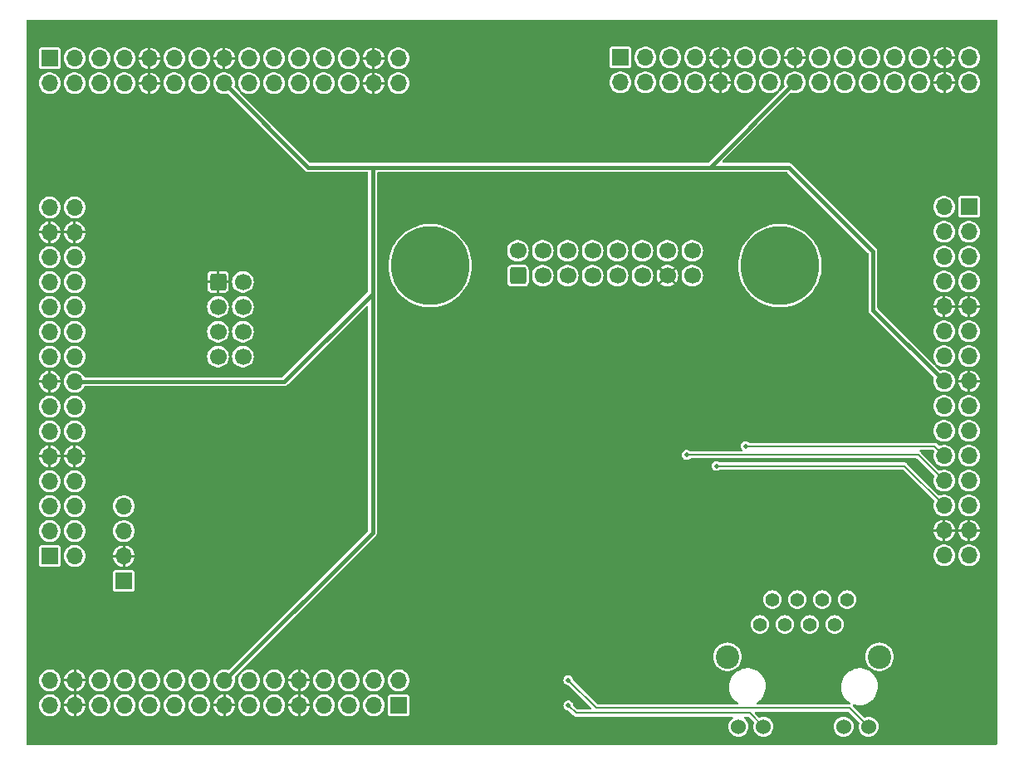
<source format=gbr>
%TF.GenerationSoftware,KiCad,Pcbnew,7.0.1*%
%TF.CreationDate,2023-05-11T10:15:00-05:00*%
%TF.ProjectId,i5ether,69356574-6865-4722-9e6b-696361645f70,rev?*%
%TF.SameCoordinates,Original*%
%TF.FileFunction,Copper,L2,Bot*%
%TF.FilePolarity,Positive*%
%FSLAX46Y46*%
G04 Gerber Fmt 4.6, Leading zero omitted, Abs format (unit mm)*
G04 Created by KiCad (PCBNEW 7.0.1) date 2023-05-11 10:15:00*
%MOMM*%
%LPD*%
G01*
G04 APERTURE LIST*
G04 Aperture macros list*
%AMRoundRect*
0 Rectangle with rounded corners*
0 $1 Rounding radius*
0 $2 $3 $4 $5 $6 $7 $8 $9 X,Y pos of 4 corners*
0 Add a 4 corners polygon primitive as box body*
4,1,4,$2,$3,$4,$5,$6,$7,$8,$9,$2,$3,0*
0 Add four circle primitives for the rounded corners*
1,1,$1+$1,$2,$3*
1,1,$1+$1,$4,$5*
1,1,$1+$1,$6,$7*
1,1,$1+$1,$8,$9*
0 Add four rect primitives between the rounded corners*
20,1,$1+$1,$2,$3,$4,$5,0*
20,1,$1+$1,$4,$5,$6,$7,0*
20,1,$1+$1,$6,$7,$8,$9,0*
20,1,$1+$1,$8,$9,$2,$3,0*%
G04 Aperture macros list end*
%TA.AperFunction,ComponentPad*%
%ADD10RoundRect,0.250000X0.600000X-0.600000X0.600000X0.600000X-0.600000X0.600000X-0.600000X-0.600000X0*%
%TD*%
%TA.AperFunction,ComponentPad*%
%ADD11C,1.700000*%
%TD*%
%TA.AperFunction,ComponentPad*%
%ADD12C,8.000000*%
%TD*%
%TA.AperFunction,ComponentPad*%
%ADD13R,1.700000X1.700000*%
%TD*%
%TA.AperFunction,ComponentPad*%
%ADD14O,1.700000X1.700000*%
%TD*%
%TA.AperFunction,ComponentPad*%
%ADD15RoundRect,0.250000X-0.600000X-0.600000X0.600000X-0.600000X0.600000X0.600000X-0.600000X0.600000X0*%
%TD*%
%TA.AperFunction,ComponentPad*%
%ADD16C,1.400000*%
%TD*%
%TA.AperFunction,ComponentPad*%
%ADD17C,1.530000*%
%TD*%
%TA.AperFunction,ComponentPad*%
%ADD18C,2.400000*%
%TD*%
%TA.AperFunction,ViaPad*%
%ADD19C,0.500000*%
%TD*%
%TA.AperFunction,Conductor*%
%ADD20C,0.200000*%
%TD*%
%TA.AperFunction,Conductor*%
%ADD21C,0.400000*%
%TD*%
G04 APERTURE END LIST*
D10*
%TO.P,J1,1,Pin_1*%
%TO.N,/screen_module/T_IRQ*%
X146920000Y-95150000D03*
D11*
%TO.P,J1,2,Pin_2*%
%TO.N,/screen_module/SDO(MISO)*%
X146920000Y-92610000D03*
%TO.P,J1,3,Pin_3*%
%TO.N,/screen_module/SDI(MOSI)*%
X149460000Y-95150000D03*
%TO.P,J1,4,Pin_4*%
%TO.N,/screen_module/T_CS*%
X149460000Y-92610000D03*
%TO.P,J1,5,Pin_5*%
%TO.N,/screen_module/SCK*%
X152000000Y-95150000D03*
%TO.P,J1,6,Pin_6*%
%TO.N,/screen_module/SDO(MISO)*%
X152000000Y-92610000D03*
%TO.P,J1,7,Pin_7*%
%TO.N,+3.3V*%
X154540000Y-95150000D03*
%TO.P,J1,8,Pin_8*%
%TO.N,/screen_module/SCK*%
X154540000Y-92610000D03*
%TO.P,J1,9,Pin_9*%
%TO.N,/screen_module/SDI(MOSI)*%
X157080000Y-95150000D03*
%TO.P,J1,10,Pin_10*%
%TO.N,/screen_module/DC*%
X157080000Y-92610000D03*
%TO.P,J1,11,Pin_11*%
%TO.N,+3.3V*%
X159620000Y-95150000D03*
%TO.P,J1,12,Pin_12*%
%TO.N,/screen_module/CS*%
X159620000Y-92610000D03*
%TO.P,J1,13,Pin_13*%
%TO.N,GND*%
X162160000Y-95150000D03*
%TO.P,J1,14,Pin_14*%
%TO.N,+3.3V*%
X162160000Y-92610000D03*
%TO.P,J1,15*%
%TO.N,N/C*%
X164700000Y-95150000D03*
%TO.P,J1,16*%
X164700000Y-92610000D03*
D12*
%TO.P,J1,MP*%
X137980000Y-94130000D03*
X173640000Y-94130000D03*
%TD*%
D13*
%TO.P,J4,1,Pin_1*%
%TO.N,+3.3V*%
X106750000Y-126290000D03*
D14*
%TO.P,J4,2,Pin_2*%
%TO.N,GND*%
X106750000Y-123750000D03*
%TO.P,J4,3,Pin_3*%
%TO.N,/bluetooth_module/TX*%
X106750000Y-121210000D03*
%TO.P,J4,4,Pin_4*%
%TO.N,/bluetooth_module/RX*%
X106750000Y-118670000D03*
%TD*%
D15*
%TO.P,J3,1,Pin_1*%
%TO.N,GND*%
X116350000Y-95780000D03*
D11*
%TO.P,J3,2,Pin_2*%
%TO.N,/SPI_module/RX*%
X118890000Y-95780000D03*
%TO.P,J3,3,Pin_3*%
%TO.N,/SPI_module/CSn*%
X116350000Y-98320000D03*
%TO.P,J3,4,Pin_4*%
%TO.N,/SPI_module/SCK*%
X118890000Y-98320000D03*
%TO.P,J3,5,Pin_5*%
%TO.N,/SPI_module/TX*%
X116350000Y-100860000D03*
%TO.P,J3,6,Pin_6*%
%TO.N,unconnected-(J3-Pin_6-Pad6)*%
X118890000Y-100860000D03*
%TO.P,J3,7*%
%TO.N,N/C*%
X116350000Y-103400000D03*
%TO.P,J3,8*%
X118890000Y-103400000D03*
%TD*%
D16*
%TO.P,J2,1,1*%
%TO.N,/ethernet_module/TD+*%
X171595000Y-130740000D03*
%TO.P,J2,2,2*%
%TO.N,+3.3V*%
X172865000Y-128200000D03*
%TO.P,J2,3,3*%
%TO.N,/ethernet_module/TD-*%
X174135000Y-130740000D03*
%TO.P,J2,4,4*%
%TO.N,/ethernet_module/RD+*%
X175405000Y-128200000D03*
%TO.P,J2,5,5*%
%TO.N,+3.3V*%
X176675000Y-130740000D03*
%TO.P,J2,6,6*%
%TO.N,/ethernet_module/RD-*%
X177945000Y-128200000D03*
%TO.P,J2,7,7*%
%TO.N,unconnected-(J2-Pad7)*%
X179215000Y-130740000D03*
%TO.P,J2,8,8*%
%TO.N,unconnected-(J2-Pad8)*%
X180485000Y-128200000D03*
D17*
%TO.P,J2,9,9*%
%TO.N,+3.3V*%
X169410000Y-141170000D03*
%TO.P,J2,10,10*%
%TO.N,Net-(J2-Pad10)*%
X171950000Y-141170000D03*
%TO.P,J2,11,11*%
%TO.N,+3.3V*%
X180130000Y-141170000D03*
%TO.P,J2,12,12*%
%TO.N,Net-(J2-Pad12)*%
X182670000Y-141170000D03*
D18*
%TO.P,J2,13,13*%
%TO.N,unconnected-(J2-Pad13)*%
X183785000Y-134040000D03*
%TO.P,J2,14,14*%
%TO.N,unconnected-(J2-Pad14)*%
X168295000Y-134040000D03*
%TD*%
D13*
%TO.P,P1,1,Pin_1*%
%TO.N,unconnected-(P1-Pin_1-Pad1)*%
X192910000Y-88120000D03*
D14*
%TO.P,P1,2,Pin_2*%
%TO.N,unconnected-(P1-Pin_2-Pad2)*%
X190370000Y-88120000D03*
%TO.P,P1,3,Pin_3*%
%TO.N,unconnected-(P1-Pin_3-Pad3)*%
X192910000Y-90660000D03*
%TO.P,P1,4,Pin_4*%
%TO.N,unconnected-(P1-Pin_4-Pad4)*%
X190370000Y-90660000D03*
%TO.P,P1,5,Pin_5*%
%TO.N,unconnected-(P1-Pin_5-Pad5)*%
X192910000Y-93200000D03*
%TO.P,P1,6,Pin_6*%
%TO.N,unconnected-(P1-Pin_6-Pad6)*%
X190370000Y-93200000D03*
%TO.P,P1,7,Pin_7*%
%TO.N,unconnected-(P1-Pin_7-Pad7)*%
X192910000Y-95740000D03*
%TO.P,P1,8,Pin_8*%
%TO.N,unconnected-(P1-Pin_8-Pad8)*%
X190370000Y-95740000D03*
%TO.P,P1,9,Pin_9*%
%TO.N,GND*%
X192910000Y-98280000D03*
%TO.P,P1,10,Pin_10*%
X190370000Y-98280000D03*
%TO.P,P1,11,Pin_11*%
%TO.N,+3.3V*%
X192910000Y-100820000D03*
%TO.P,P1,12,Pin_12*%
X190370000Y-100820000D03*
%TO.P,P1,13,Pin_13*%
%TO.N,unconnected-(P1-Pin_13-Pad13)*%
X192910000Y-103360000D03*
%TO.P,P1,14,Pin_14*%
%TO.N,unconnected-(P1-Pin_14-Pad14)*%
X190370000Y-103360000D03*
%TO.P,P1,15,Pin_15*%
%TO.N,GND*%
X192910000Y-105900000D03*
%TO.P,P1,16,Pin_16*%
%TO.N,+5V*%
X190370000Y-105900000D03*
%TO.P,P1,17,Pin_17*%
%TO.N,unconnected-(P1-Pin_17-Pad17)*%
X192910000Y-108440000D03*
%TO.P,P1,18,Pin_18*%
%TO.N,unconnected-(P1-Pin_18-Pad18)*%
X190370000Y-108440000D03*
%TO.P,P1,19,Pin_19*%
%TO.N,unconnected-(P1-Pin_19-Pad19)*%
X192910000Y-110980000D03*
%TO.P,P1,20,Pin_20*%
%TO.N,/ethernet_module/TD+*%
X190370000Y-110980000D03*
%TO.P,P1,21,Pin_21*%
%TO.N,unconnected-(P1-Pin_21-Pad21)*%
X192910000Y-113520000D03*
%TO.P,P1,22,Pin_22*%
%TO.N,/ethernet_module/TD-*%
X190370000Y-113520000D03*
%TO.P,P1,23,Pin_23*%
%TO.N,unconnected-(P1-Pin_23-Pad23)*%
X192910000Y-116060000D03*
%TO.P,P1,24,Pin_24*%
%TO.N,/ethernet_module/RD-*%
X190370000Y-116060000D03*
%TO.P,P1,25,Pin_25*%
%TO.N,unconnected-(P1-Pin_25-Pad25)*%
X192910000Y-118600000D03*
%TO.P,P1,26,Pin_26*%
%TO.N,/ethernet_module/RD+*%
X190370000Y-118600000D03*
%TO.P,P1,27,Pin_27*%
%TO.N,GND*%
X192910000Y-121140000D03*
%TO.P,P1,28,Pin_28*%
X190370000Y-121140000D03*
%TO.P,P1,29,Pin_29*%
%TO.N,+3.3V*%
X192910000Y-123680000D03*
%TO.P,P1,30,Pin_30*%
X190370000Y-123680000D03*
%TD*%
D13*
%TO.P,P5,1,Pin_1*%
%TO.N,/ethernet_module/YLED-*%
X134790000Y-138980000D03*
D14*
%TO.P,P5,2,Pin_2*%
%TO.N,/ethernet_module/GLED-*%
X134790000Y-136440000D03*
%TO.P,P5,3,Pin_3*%
%TO.N,unconnected-(P5-Pin_3-Pad3)*%
X132250000Y-138980000D03*
%TO.P,P5,4,Pin_4*%
%TO.N,unconnected-(P5-Pin_4-Pad4)*%
X132250000Y-136440000D03*
%TO.P,P5,5,Pin_5*%
%TO.N,unconnected-(P5-Pin_5-Pad5)*%
X129710000Y-138980000D03*
%TO.P,P5,6,Pin_6*%
%TO.N,unconnected-(P5-Pin_6-Pad6)*%
X129710000Y-136440000D03*
%TO.P,P5,7,Pin_7*%
%TO.N,unconnected-(P5-Pin_7-Pad7)*%
X127170000Y-138980000D03*
%TO.P,P5,8,Pin_8*%
%TO.N,unconnected-(P5-Pin_8-Pad8)*%
X127170000Y-136440000D03*
%TO.P,P5,9,Pin_9*%
%TO.N,GND*%
X124630000Y-138980000D03*
%TO.P,P5,10,Pin_10*%
X124630000Y-136440000D03*
%TO.P,P5,11,Pin_11*%
%TO.N,+3.3V*%
X122090000Y-138980000D03*
%TO.P,P5,12,Pin_12*%
X122090000Y-136440000D03*
%TO.P,P5,13,Pin_13*%
%TO.N,unconnected-(P5-Pin_13-Pad13)*%
X119550000Y-138980000D03*
%TO.P,P5,14,Pin_14*%
%TO.N,unconnected-(P5-Pin_14-Pad14)*%
X119550000Y-136440000D03*
%TO.P,P5,15,Pin_15*%
%TO.N,GND*%
X117010000Y-138980000D03*
%TO.P,P5,16,Pin_16*%
%TO.N,+5V*%
X117010000Y-136440000D03*
%TO.P,P5,17,Pin_17*%
%TO.N,unconnected-(P5-Pin_17-Pad17)*%
X114470000Y-138980000D03*
%TO.P,P5,18,Pin_18*%
%TO.N,unconnected-(P5-Pin_18-Pad18)*%
X114470000Y-136440000D03*
%TO.P,P5,19,Pin_19*%
%TO.N,unconnected-(P5-Pin_19-Pad19)*%
X111930000Y-138980000D03*
%TO.P,P5,20,Pin_20*%
%TO.N,unconnected-(P5-Pin_20-Pad20)*%
X111930000Y-136440000D03*
%TO.P,P5,21,Pin_21*%
%TO.N,unconnected-(P5-Pin_21-Pad21)*%
X109390000Y-138980000D03*
%TO.P,P5,22,Pin_22*%
%TO.N,unconnected-(P5-Pin_22-Pad22)*%
X109390000Y-136440000D03*
%TO.P,P5,23,Pin_23*%
%TO.N,unconnected-(P5-Pin_23-Pad23)*%
X106850000Y-138980000D03*
%TO.P,P5,24,Pin_24*%
%TO.N,unconnected-(P5-Pin_24-Pad24)*%
X106850000Y-136440000D03*
%TO.P,P5,25,Pin_25*%
%TO.N,unconnected-(P5-Pin_25-Pad25)*%
X104310000Y-138980000D03*
%TO.P,P5,26,Pin_26*%
%TO.N,unconnected-(P5-Pin_26-Pad26)*%
X104310000Y-136440000D03*
%TO.P,P5,27,Pin_27*%
%TO.N,GND*%
X101770000Y-138980000D03*
%TO.P,P5,28,Pin_28*%
X101770000Y-136440000D03*
%TO.P,P5,29,Pin_29*%
%TO.N,+3.3V*%
X99230000Y-138980000D03*
%TO.P,P5,30,Pin_30*%
X99230000Y-136440000D03*
%TD*%
D13*
%TO.P,P2,1,Pin_1*%
%TO.N,/screen_module/T_IRQ*%
X157380000Y-72880000D03*
D14*
%TO.P,P2,2,Pin_2*%
%TO.N,/screen_module/SDO(MISO)*%
X157380000Y-75420000D03*
%TO.P,P2,3,Pin_3*%
%TO.N,/screen_module/SDI(MOSI)*%
X159920000Y-72880000D03*
%TO.P,P2,4,Pin_4*%
%TO.N,/screen_module/T_CS*%
X159920000Y-75420000D03*
%TO.P,P2,5,Pin_5*%
%TO.N,/screen_module/SCK*%
X162460000Y-72880000D03*
%TO.P,P2,6,Pin_6*%
%TO.N,/screen_module/DC*%
X162460000Y-75420000D03*
%TO.P,P2,7,Pin_7*%
%TO.N,/screen_module/CS*%
X165000000Y-72880000D03*
%TO.P,P2,8,Pin_8*%
%TO.N,unconnected-(P2-Pin_8-Pad8)*%
X165000000Y-75420000D03*
%TO.P,P2,9,Pin_9*%
%TO.N,GND*%
X167540000Y-72880000D03*
%TO.P,P2,10,Pin_10*%
X167540000Y-75420000D03*
%TO.P,P2,11,Pin_11*%
%TO.N,+3.3V*%
X170080000Y-72880000D03*
%TO.P,P2,12,Pin_12*%
X170080000Y-75420000D03*
%TO.P,P2,13,Pin_13*%
%TO.N,unconnected-(P2-Pin_13-Pad13)*%
X172620000Y-72880000D03*
%TO.P,P2,14,Pin_14*%
%TO.N,unconnected-(P2-Pin_14-Pad14)*%
X172620000Y-75420000D03*
%TO.P,P2,15,Pin_15*%
%TO.N,GND*%
X175160000Y-72880000D03*
%TO.P,P2,16,Pin_16*%
%TO.N,+5V*%
X175160000Y-75420000D03*
%TO.P,P2,17,Pin_17*%
%TO.N,unconnected-(P2-Pin_17-Pad17)*%
X177700000Y-72880000D03*
%TO.P,P2,18,Pin_18*%
%TO.N,unconnected-(P2-Pin_18-Pad18)*%
X177700000Y-75420000D03*
%TO.P,P2,19,Pin_19*%
%TO.N,unconnected-(P2-Pin_19-Pad19)*%
X180240000Y-72880000D03*
%TO.P,P2,20,Pin_20*%
%TO.N,unconnected-(P2-Pin_20-Pad20)*%
X180240000Y-75420000D03*
%TO.P,P2,21,Pin_21*%
%TO.N,unconnected-(P2-Pin_21-Pad21)*%
X182780000Y-72880000D03*
%TO.P,P2,22,Pin_22*%
%TO.N,unconnected-(P2-Pin_22-Pad22)*%
X182780000Y-75420000D03*
%TO.P,P2,23,Pin_23*%
%TO.N,unconnected-(P2-Pin_23-Pad23)*%
X185320000Y-72880000D03*
%TO.P,P2,24,Pin_24*%
%TO.N,unconnected-(P2-Pin_24-Pad24)*%
X185320000Y-75420000D03*
%TO.P,P2,25,Pin_25*%
%TO.N,unconnected-(P2-Pin_25-Pad25)*%
X187860000Y-72880000D03*
%TO.P,P2,26,Pin_26*%
%TO.N,unconnected-(P2-Pin_26-Pad26)*%
X187860000Y-75420000D03*
%TO.P,P2,27,Pin_27*%
%TO.N,GND*%
X190400000Y-72880000D03*
%TO.P,P2,28,Pin_28*%
X190400000Y-75420000D03*
%TO.P,P2,29,Pin_29*%
%TO.N,+3.3V*%
X192940000Y-72880000D03*
%TO.P,P2,30,Pin_30*%
X192940000Y-75420000D03*
%TD*%
D13*
%TO.P,P4,1,Pin_1*%
%TO.N,unconnected-(P4-Pin_1-Pad1)*%
X99190000Y-123740000D03*
D14*
%TO.P,P4,2,Pin_2*%
%TO.N,unconnected-(P4-Pin_2-Pad2)*%
X101730000Y-123740000D03*
%TO.P,P4,3,Pin_3*%
%TO.N,unconnected-(P4-Pin_3-Pad3)*%
X99190000Y-121200000D03*
%TO.P,P4,4,Pin_4*%
%TO.N,/bluetooth_module/TX*%
X101730000Y-121200000D03*
%TO.P,P4,5,Pin_5*%
%TO.N,unconnected-(P4-Pin_5-Pad5)*%
X99190000Y-118660000D03*
%TO.P,P4,6,Pin_6*%
%TO.N,/bluetooth_module/RX*%
X101730000Y-118660000D03*
%TO.P,P4,7,Pin_7*%
%TO.N,unconnected-(P4-Pin_7-Pad7)*%
X99190000Y-116120000D03*
%TO.P,P4,8,Pin_8*%
%TO.N,unconnected-(P4-Pin_8-Pad8)*%
X101730000Y-116120000D03*
%TO.P,P4,9,Pin_9*%
%TO.N,GND*%
X99190000Y-113580000D03*
%TO.P,P4,10,Pin_10*%
X101730000Y-113580000D03*
%TO.P,P4,11,Pin_11*%
%TO.N,+3.3V*%
X99190000Y-111040000D03*
%TO.P,P4,12,Pin_12*%
X101730000Y-111040000D03*
%TO.P,P4,13,Pin_13*%
%TO.N,unconnected-(P4-Pin_13-Pad13)*%
X99190000Y-108500000D03*
%TO.P,P4,14,Pin_14*%
%TO.N,unconnected-(P4-Pin_14-Pad14)*%
X101730000Y-108500000D03*
%TO.P,P4,15,Pin_15*%
%TO.N,GND*%
X99190000Y-105960000D03*
%TO.P,P4,16,Pin_16*%
%TO.N,+5V*%
X101730000Y-105960000D03*
%TO.P,P4,17,Pin_17*%
%TO.N,unconnected-(P4-Pin_17-Pad17)*%
X99190000Y-103420000D03*
%TO.P,P4,18,Pin_18*%
%TO.N,unconnected-(P4-Pin_18-Pad18)*%
X101730000Y-103420000D03*
%TO.P,P4,19,Pin_19*%
%TO.N,unconnected-(P4-Pin_19-Pad19)*%
X99190000Y-100880000D03*
%TO.P,P4,20,Pin_20*%
%TO.N,/SPI_module/TX*%
X101730000Y-100880000D03*
%TO.P,P4,21,Pin_21*%
%TO.N,unconnected-(P4-Pin_21-Pad21)*%
X99190000Y-98340000D03*
%TO.P,P4,22,Pin_22*%
%TO.N,/SPI_module/CSn*%
X101730000Y-98340000D03*
%TO.P,P4,23,Pin_23*%
%TO.N,unconnected-(P4-Pin_23-Pad23)*%
X99190000Y-95800000D03*
%TO.P,P4,24,Pin_24*%
%TO.N,/SPI_module/RX*%
X101730000Y-95800000D03*
%TO.P,P4,25,Pin_25*%
%TO.N,unconnected-(P4-Pin_25-Pad25)*%
X99190000Y-93260000D03*
%TO.P,P4,26,Pin_26*%
%TO.N,/SPI_module/SCK*%
X101730000Y-93260000D03*
%TO.P,P4,27,Pin_27*%
%TO.N,GND*%
X99190000Y-90720000D03*
%TO.P,P4,28,Pin_28*%
X101730000Y-90720000D03*
%TO.P,P4,29,Pin_29*%
%TO.N,+3.3V*%
X99190000Y-88180000D03*
%TO.P,P4,30,Pin_30*%
X101730000Y-88180000D03*
%TD*%
D13*
%TO.P,P3,1,Pin_1*%
%TO.N,unconnected-(P3-Pin_1-Pad1)*%
X99180000Y-72960000D03*
D14*
%TO.P,P3,2,Pin_2*%
%TO.N,unconnected-(P3-Pin_2-Pad2)*%
X99180000Y-75500000D03*
%TO.P,P3,3,Pin_3*%
%TO.N,unconnected-(P3-Pin_3-Pad3)*%
X101720000Y-72960000D03*
%TO.P,P3,4,Pin_4*%
%TO.N,unconnected-(P3-Pin_4-Pad4)*%
X101720000Y-75500000D03*
%TO.P,P3,5,Pin_5*%
%TO.N,unconnected-(P3-Pin_5-Pad5)*%
X104260000Y-72960000D03*
%TO.P,P3,6,Pin_6*%
%TO.N,unconnected-(P3-Pin_6-Pad6)*%
X104260000Y-75500000D03*
%TO.P,P3,7,Pin_7*%
%TO.N,unconnected-(P3-Pin_7-Pad7)*%
X106800000Y-72960000D03*
%TO.P,P3,8,Pin_8*%
%TO.N,unconnected-(P3-Pin_8-Pad8)*%
X106800000Y-75500000D03*
%TO.P,P3,9,Pin_9*%
%TO.N,GND*%
X109340000Y-72960000D03*
%TO.P,P3,10,Pin_10*%
X109340000Y-75500000D03*
%TO.P,P3,11,Pin_11*%
%TO.N,+3.3V*%
X111880000Y-72960000D03*
%TO.P,P3,12,Pin_12*%
X111880000Y-75500000D03*
%TO.P,P3,13,Pin_13*%
%TO.N,unconnected-(P3-Pin_13-Pad13)*%
X114420000Y-72960000D03*
%TO.P,P3,14,Pin_14*%
%TO.N,unconnected-(P3-Pin_14-Pad14)*%
X114420000Y-75500000D03*
%TO.P,P3,15,Pin_15*%
%TO.N,GND*%
X116960000Y-72960000D03*
%TO.P,P3,16,Pin_16*%
%TO.N,+5V*%
X116960000Y-75500000D03*
%TO.P,P3,17,Pin_17*%
%TO.N,unconnected-(P3-Pin_17-Pad17)*%
X119500000Y-72960000D03*
%TO.P,P3,18,Pin_18*%
%TO.N,unconnected-(P3-Pin_18-Pad18)*%
X119500000Y-75500000D03*
%TO.P,P3,19,Pin_19*%
%TO.N,unconnected-(P3-Pin_19-Pad19)*%
X122040000Y-72960000D03*
%TO.P,P3,20,Pin_20*%
%TO.N,unconnected-(P3-Pin_20-Pad20)*%
X122040000Y-75500000D03*
%TO.P,P3,21,Pin_21*%
%TO.N,unconnected-(P3-Pin_21-Pad21)*%
X124580000Y-72960000D03*
%TO.P,P3,22,Pin_22*%
%TO.N,unconnected-(P3-Pin_22-Pad22)*%
X124580000Y-75500000D03*
%TO.P,P3,23,Pin_23*%
%TO.N,unconnected-(P3-Pin_23-Pad23)*%
X127120000Y-72960000D03*
%TO.P,P3,24,Pin_24*%
%TO.N,unconnected-(P3-Pin_24-Pad24)*%
X127120000Y-75500000D03*
%TO.P,P3,25,Pin_25*%
%TO.N,unconnected-(P3-Pin_25-Pad25)*%
X129660000Y-72960000D03*
%TO.P,P3,26,Pin_26*%
%TO.N,unconnected-(P3-Pin_26-Pad26)*%
X129660000Y-75500000D03*
%TO.P,P3,27,Pin_27*%
%TO.N,GND*%
X132200000Y-72960000D03*
%TO.P,P3,28,Pin_28*%
X132200000Y-75500000D03*
%TO.P,P3,29,Pin_29*%
%TO.N,+3.3V*%
X134740000Y-72960000D03*
%TO.P,P3,30,Pin_30*%
X134740000Y-75500000D03*
%TD*%
D19*
%TO.N,/ethernet_module/TD-*%
X170140000Y-112540000D03*
%TO.N,/ethernet_module/RD+*%
X167160000Y-114560000D03*
%TO.N,/ethernet_module/RD-*%
X164130000Y-113440000D03*
%TO.N,Net-(J2-Pad10)*%
X152070000Y-139000000D03*
%TO.N,Net-(J2-Pad12)*%
X152070000Y-136430000D03*
%TD*%
D20*
%TO.N,/ethernet_module/TD-*%
X170140000Y-112540000D02*
X189390000Y-112540000D01*
X189390000Y-112540000D02*
X190370000Y-113520000D01*
%TO.N,/ethernet_module/RD+*%
X186330000Y-114560000D02*
X190370000Y-118600000D01*
X167160000Y-114560000D02*
X186330000Y-114560000D01*
%TO.N,/ethernet_module/RD-*%
X164130000Y-113440000D02*
X187750000Y-113440000D01*
X187750000Y-113440000D02*
X190370000Y-116060000D01*
%TO.N,Net-(J2-Pad10)*%
X152070000Y-139000000D02*
X152850000Y-139780000D01*
X152850000Y-139780000D02*
X170560000Y-139780000D01*
X170560000Y-139780000D02*
X171950000Y-141170000D01*
%TO.N,Net-(J2-Pad12)*%
X154920000Y-139280000D02*
X180780000Y-139280000D01*
X180780000Y-139280000D02*
X182670000Y-141170000D01*
X152070000Y-136430000D02*
X154920000Y-139280000D01*
D21*
%TO.N,+5V*%
X132110000Y-84100000D02*
X166140000Y-84100000D01*
X183120000Y-98650000D02*
X183120000Y-92680000D01*
X174540000Y-84100000D02*
X166140000Y-84100000D01*
X190370000Y-105900000D02*
X183120000Y-98650000D01*
X166480000Y-84100000D02*
X175160000Y-75420000D01*
X117010000Y-136440000D02*
X132110000Y-121340000D01*
X183120000Y-92680000D02*
X174540000Y-84100000D01*
X132110000Y-96950000D02*
X132110000Y-84100000D01*
X116960000Y-75500000D02*
X125560000Y-84100000D01*
X125560000Y-84100000D02*
X132110000Y-84100000D01*
X132110000Y-121340000D02*
X132110000Y-96950000D01*
X166140000Y-84100000D02*
X166480000Y-84100000D01*
X123100000Y-105960000D02*
X132110000Y-96950000D01*
X101730000Y-105960000D02*
X123100000Y-105960000D01*
%TD*%
%TA.AperFunction,Conductor*%
%TO.N,GND*%
G36*
X195747500Y-69037113D02*
G01*
X195792887Y-69082500D01*
X195809500Y-69144500D01*
X195809500Y-142895500D01*
X195792887Y-142957500D01*
X195747500Y-143002887D01*
X195685500Y-143019500D01*
X96934500Y-143019500D01*
X96872500Y-143002887D01*
X96827113Y-142957500D01*
X96810500Y-142895500D01*
X96810500Y-138980000D01*
X98124785Y-138980000D01*
X98143602Y-139183083D01*
X98199418Y-139379251D01*
X98290324Y-139561818D01*
X98413236Y-139724580D01*
X98563958Y-139861981D01*
X98737361Y-139969347D01*
X98737363Y-139969348D01*
X98927544Y-140043024D01*
X99128024Y-140080500D01*
X99331974Y-140080500D01*
X99331976Y-140080500D01*
X99532456Y-140043024D01*
X99722637Y-139969348D01*
X99896041Y-139861981D01*
X100046764Y-139724579D01*
X100169673Y-139561821D01*
X100169673Y-139561819D01*
X100169675Y-139561818D01*
X100220397Y-139459952D01*
X100260582Y-139379250D01*
X100316397Y-139183083D01*
X100323632Y-139105000D01*
X100676870Y-139105000D01*
X100684096Y-139182992D01*
X100739885Y-139379068D01*
X100830751Y-139561553D01*
X100953607Y-139724241D01*
X101104259Y-139861578D01*
X101277588Y-139968899D01*
X101467679Y-140042540D01*
X101645000Y-140075687D01*
X101645000Y-139105000D01*
X101895000Y-139105000D01*
X101895000Y-140075687D01*
X102072320Y-140042540D01*
X102262411Y-139968899D01*
X102435740Y-139861578D01*
X102586392Y-139724241D01*
X102709248Y-139561553D01*
X102800114Y-139379068D01*
X102855903Y-139182992D01*
X102863130Y-139105000D01*
X101895000Y-139105000D01*
X101645000Y-139105000D01*
X100676870Y-139105000D01*
X100323632Y-139105000D01*
X100335215Y-138980000D01*
X103204785Y-138980000D01*
X103223602Y-139183083D01*
X103279418Y-139379251D01*
X103370324Y-139561818D01*
X103493236Y-139724580D01*
X103643958Y-139861981D01*
X103817361Y-139969347D01*
X103817363Y-139969348D01*
X104007544Y-140043024D01*
X104208024Y-140080500D01*
X104411974Y-140080500D01*
X104411976Y-140080500D01*
X104612456Y-140043024D01*
X104802637Y-139969348D01*
X104976041Y-139861981D01*
X105126764Y-139724579D01*
X105249673Y-139561821D01*
X105249673Y-139561819D01*
X105249675Y-139561818D01*
X105300397Y-139459952D01*
X105340582Y-139379250D01*
X105396397Y-139183083D01*
X105415215Y-138980000D01*
X105744785Y-138980000D01*
X105763602Y-139183083D01*
X105819418Y-139379251D01*
X105910324Y-139561818D01*
X106033236Y-139724580D01*
X106183958Y-139861981D01*
X106357361Y-139969347D01*
X106357363Y-139969348D01*
X106547544Y-140043024D01*
X106748024Y-140080500D01*
X106951974Y-140080500D01*
X106951976Y-140080500D01*
X107152456Y-140043024D01*
X107342637Y-139969348D01*
X107516041Y-139861981D01*
X107666764Y-139724579D01*
X107789673Y-139561821D01*
X107789673Y-139561819D01*
X107789675Y-139561818D01*
X107840397Y-139459952D01*
X107880582Y-139379250D01*
X107936397Y-139183083D01*
X107955215Y-138980000D01*
X108284785Y-138980000D01*
X108303602Y-139183083D01*
X108359418Y-139379251D01*
X108450324Y-139561818D01*
X108573236Y-139724580D01*
X108723958Y-139861981D01*
X108897361Y-139969347D01*
X108897363Y-139969348D01*
X109087544Y-140043024D01*
X109288024Y-140080500D01*
X109491974Y-140080500D01*
X109491976Y-140080500D01*
X109692456Y-140043024D01*
X109882637Y-139969348D01*
X110056041Y-139861981D01*
X110206764Y-139724579D01*
X110329673Y-139561821D01*
X110329673Y-139561819D01*
X110329675Y-139561818D01*
X110380397Y-139459952D01*
X110420582Y-139379250D01*
X110476397Y-139183083D01*
X110495215Y-138980000D01*
X110824785Y-138980000D01*
X110843602Y-139183083D01*
X110899418Y-139379251D01*
X110990324Y-139561818D01*
X111113236Y-139724580D01*
X111263958Y-139861981D01*
X111437361Y-139969347D01*
X111437363Y-139969348D01*
X111627544Y-140043024D01*
X111828024Y-140080500D01*
X112031974Y-140080500D01*
X112031976Y-140080500D01*
X112232456Y-140043024D01*
X112422637Y-139969348D01*
X112596041Y-139861981D01*
X112746764Y-139724579D01*
X112869673Y-139561821D01*
X112869673Y-139561819D01*
X112869675Y-139561818D01*
X112920397Y-139459952D01*
X112960582Y-139379250D01*
X113016397Y-139183083D01*
X113035215Y-138980000D01*
X113364785Y-138980000D01*
X113383602Y-139183083D01*
X113439418Y-139379251D01*
X113530324Y-139561818D01*
X113653236Y-139724580D01*
X113803958Y-139861981D01*
X113977361Y-139969347D01*
X113977363Y-139969348D01*
X114167544Y-140043024D01*
X114368024Y-140080500D01*
X114571974Y-140080500D01*
X114571976Y-140080500D01*
X114772456Y-140043024D01*
X114962637Y-139969348D01*
X115136041Y-139861981D01*
X115286764Y-139724579D01*
X115409673Y-139561821D01*
X115409673Y-139561819D01*
X115409675Y-139561818D01*
X115460397Y-139459952D01*
X115500582Y-139379250D01*
X115556397Y-139183083D01*
X115563632Y-139105000D01*
X115916870Y-139105000D01*
X115924096Y-139182992D01*
X115979885Y-139379068D01*
X116070751Y-139561553D01*
X116193607Y-139724241D01*
X116344259Y-139861578D01*
X116517588Y-139968899D01*
X116707679Y-140042540D01*
X116885000Y-140075687D01*
X116885000Y-139105000D01*
X117135000Y-139105000D01*
X117135000Y-140075687D01*
X117312320Y-140042540D01*
X117502411Y-139968899D01*
X117675740Y-139861578D01*
X117826392Y-139724241D01*
X117949248Y-139561553D01*
X118040114Y-139379068D01*
X118095903Y-139182992D01*
X118103130Y-139105000D01*
X117135000Y-139105000D01*
X116885000Y-139105000D01*
X115916870Y-139105000D01*
X115563632Y-139105000D01*
X115575215Y-138980000D01*
X118444785Y-138980000D01*
X118463602Y-139183083D01*
X118519418Y-139379251D01*
X118610324Y-139561818D01*
X118733236Y-139724580D01*
X118883958Y-139861981D01*
X119057361Y-139969347D01*
X119057363Y-139969348D01*
X119247544Y-140043024D01*
X119448024Y-140080500D01*
X119651974Y-140080500D01*
X119651976Y-140080500D01*
X119852456Y-140043024D01*
X120042637Y-139969348D01*
X120216041Y-139861981D01*
X120366764Y-139724579D01*
X120489673Y-139561821D01*
X120489673Y-139561819D01*
X120489675Y-139561818D01*
X120540397Y-139459952D01*
X120580582Y-139379250D01*
X120636397Y-139183083D01*
X120655215Y-138980000D01*
X120984785Y-138980000D01*
X121003602Y-139183083D01*
X121059418Y-139379251D01*
X121150324Y-139561818D01*
X121273236Y-139724580D01*
X121423958Y-139861981D01*
X121597361Y-139969347D01*
X121597363Y-139969348D01*
X121787544Y-140043024D01*
X121988024Y-140080500D01*
X122191974Y-140080500D01*
X122191976Y-140080500D01*
X122392456Y-140043024D01*
X122582637Y-139969348D01*
X122756041Y-139861981D01*
X122906764Y-139724579D01*
X123029673Y-139561821D01*
X123029673Y-139561819D01*
X123029675Y-139561818D01*
X123080397Y-139459952D01*
X123120582Y-139379250D01*
X123176397Y-139183083D01*
X123183632Y-139105000D01*
X123536870Y-139105000D01*
X123544096Y-139182992D01*
X123599885Y-139379068D01*
X123690751Y-139561553D01*
X123813607Y-139724241D01*
X123964259Y-139861578D01*
X124137588Y-139968899D01*
X124327679Y-140042540D01*
X124505000Y-140075687D01*
X124505000Y-139105000D01*
X124755000Y-139105000D01*
X124755000Y-140075687D01*
X124932320Y-140042540D01*
X125122411Y-139968899D01*
X125295740Y-139861578D01*
X125446392Y-139724241D01*
X125569248Y-139561553D01*
X125660114Y-139379068D01*
X125715903Y-139182992D01*
X125723130Y-139105000D01*
X124755000Y-139105000D01*
X124505000Y-139105000D01*
X123536870Y-139105000D01*
X123183632Y-139105000D01*
X123195215Y-138980000D01*
X126064785Y-138980000D01*
X126083602Y-139183083D01*
X126139418Y-139379251D01*
X126230324Y-139561818D01*
X126353236Y-139724580D01*
X126503958Y-139861981D01*
X126677361Y-139969347D01*
X126677363Y-139969348D01*
X126867544Y-140043024D01*
X127068024Y-140080500D01*
X127271974Y-140080500D01*
X127271976Y-140080500D01*
X127472456Y-140043024D01*
X127662637Y-139969348D01*
X127836041Y-139861981D01*
X127986764Y-139724579D01*
X128109673Y-139561821D01*
X128109673Y-139561819D01*
X128109675Y-139561818D01*
X128160397Y-139459952D01*
X128200582Y-139379250D01*
X128256397Y-139183083D01*
X128275215Y-138980000D01*
X128604785Y-138980000D01*
X128623602Y-139183083D01*
X128679418Y-139379251D01*
X128770324Y-139561818D01*
X128893236Y-139724580D01*
X129043958Y-139861981D01*
X129217361Y-139969347D01*
X129217363Y-139969348D01*
X129407544Y-140043024D01*
X129608024Y-140080500D01*
X129811974Y-140080500D01*
X129811976Y-140080500D01*
X130012456Y-140043024D01*
X130202637Y-139969348D01*
X130376041Y-139861981D01*
X130526764Y-139724579D01*
X130649673Y-139561821D01*
X130649673Y-139561819D01*
X130649675Y-139561818D01*
X130700397Y-139459952D01*
X130740582Y-139379250D01*
X130796397Y-139183083D01*
X130815215Y-138980000D01*
X131144785Y-138980000D01*
X131163602Y-139183083D01*
X131219418Y-139379251D01*
X131310324Y-139561818D01*
X131433236Y-139724580D01*
X131583958Y-139861981D01*
X131757361Y-139969347D01*
X131757363Y-139969348D01*
X131947544Y-140043024D01*
X132148024Y-140080500D01*
X132351974Y-140080500D01*
X132351976Y-140080500D01*
X132552456Y-140043024D01*
X132742637Y-139969348D01*
X132916041Y-139861981D01*
X132924055Y-139854675D01*
X133689500Y-139854675D01*
X133704033Y-139927738D01*
X133704033Y-139927739D01*
X133704034Y-139927740D01*
X133759399Y-140010601D01*
X133842260Y-140065966D01*
X133878792Y-140073232D01*
X133915325Y-140080500D01*
X133915326Y-140080500D01*
X135664674Y-140080500D01*
X135664675Y-140080500D01*
X135689029Y-140075655D01*
X135737740Y-140065966D01*
X135820601Y-140010601D01*
X135875966Y-139927740D01*
X135890500Y-139854674D01*
X135890500Y-138999999D01*
X151564353Y-138999999D01*
X151584834Y-139142457D01*
X151644623Y-139273374D01*
X151736365Y-139379250D01*
X151738872Y-139382143D01*
X151859947Y-139459953D01*
X151998039Y-139500500D01*
X152023456Y-139500500D01*
X152070909Y-139509939D01*
X152111137Y-139536819D01*
X152567361Y-139993043D01*
X152583489Y-140012903D01*
X152588563Y-140020669D01*
X152611473Y-140038500D01*
X152622496Y-140048235D01*
X152638355Y-140059558D01*
X152642464Y-140062622D01*
X152686771Y-140097107D01*
X152693932Y-140099239D01*
X152693934Y-140099240D01*
X152740614Y-140113137D01*
X152745455Y-140114688D01*
X152791512Y-140130500D01*
X152791514Y-140130500D01*
X152798578Y-140132925D01*
X152806044Y-140132616D01*
X152806047Y-140132617D01*
X152854678Y-140130606D01*
X152859802Y-140130500D01*
X168729335Y-140130500D01*
X168787788Y-140145142D01*
X168832437Y-140185610D01*
X168852738Y-140242346D01*
X168843896Y-140301953D01*
X168807999Y-140350354D01*
X168688457Y-140448457D01*
X168561556Y-140603089D01*
X168467261Y-140779501D01*
X168409192Y-140970928D01*
X168389586Y-141170000D01*
X168409192Y-141369071D01*
X168409193Y-141369073D01*
X168467260Y-141560496D01*
X168561557Y-141736912D01*
X168611142Y-141797331D01*
X168688457Y-141891542D01*
X168765773Y-141954992D01*
X168843088Y-142018443D01*
X169019504Y-142112740D01*
X169210927Y-142170807D01*
X169410000Y-142190414D01*
X169609073Y-142170807D01*
X169800496Y-142112740D01*
X169976912Y-142018443D01*
X170131542Y-141891542D01*
X170258443Y-141736912D01*
X170352740Y-141560496D01*
X170410807Y-141369073D01*
X170430414Y-141170000D01*
X170410807Y-140970927D01*
X170352740Y-140779504D01*
X170258443Y-140603088D01*
X170194992Y-140525772D01*
X170131542Y-140448457D01*
X170012001Y-140350354D01*
X169976104Y-140301953D01*
X169967262Y-140242346D01*
X169987563Y-140185610D01*
X170032212Y-140145142D01*
X170090665Y-140130500D01*
X170363456Y-140130500D01*
X170410909Y-140139939D01*
X170451137Y-140166819D01*
X170967870Y-140683551D01*
X171000473Y-140741102D01*
X170998850Y-140807227D01*
X170949192Y-140970927D01*
X170929586Y-141170000D01*
X170949192Y-141369071D01*
X170949193Y-141369073D01*
X171007260Y-141560496D01*
X171101557Y-141736912D01*
X171151142Y-141797331D01*
X171228457Y-141891542D01*
X171305773Y-141954992D01*
X171383088Y-142018443D01*
X171559504Y-142112740D01*
X171750927Y-142170807D01*
X171950000Y-142190414D01*
X172149073Y-142170807D01*
X172340496Y-142112740D01*
X172516912Y-142018443D01*
X172671542Y-141891542D01*
X172798443Y-141736912D01*
X172892740Y-141560496D01*
X172950807Y-141369073D01*
X172970414Y-141170000D01*
X179109586Y-141170000D01*
X179129192Y-141369071D01*
X179129193Y-141369073D01*
X179187260Y-141560496D01*
X179281557Y-141736912D01*
X179331142Y-141797331D01*
X179408457Y-141891542D01*
X179485773Y-141954992D01*
X179563088Y-142018443D01*
X179739504Y-142112740D01*
X179930927Y-142170807D01*
X180130000Y-142190414D01*
X180329073Y-142170807D01*
X180520496Y-142112740D01*
X180696912Y-142018443D01*
X180851542Y-141891542D01*
X180978443Y-141736912D01*
X181072740Y-141560496D01*
X181130807Y-141369073D01*
X181150414Y-141170000D01*
X181130807Y-140970927D01*
X181072740Y-140779504D01*
X180978443Y-140603088D01*
X180914992Y-140525772D01*
X180851542Y-140448457D01*
X180732001Y-140350354D01*
X180696912Y-140321557D01*
X180520496Y-140227260D01*
X180424784Y-140198226D01*
X180329071Y-140169192D01*
X180130000Y-140149586D01*
X179930928Y-140169192D01*
X179739501Y-140227261D01*
X179563089Y-140321556D01*
X179408457Y-140448457D01*
X179281556Y-140603089D01*
X179187261Y-140779501D01*
X179129192Y-140970928D01*
X179109586Y-141170000D01*
X172970414Y-141170000D01*
X172950807Y-140970927D01*
X172892740Y-140779504D01*
X172798443Y-140603088D01*
X172734992Y-140525772D01*
X172671542Y-140448457D01*
X172552001Y-140350354D01*
X172516912Y-140321557D01*
X172340496Y-140227260D01*
X172244784Y-140198226D01*
X172149071Y-140169192D01*
X171950000Y-140149586D01*
X171750928Y-140169192D01*
X171587228Y-140218850D01*
X171521103Y-140220473D01*
X171463552Y-140187870D01*
X171117863Y-139842181D01*
X171087613Y-139792818D01*
X171083071Y-139735102D01*
X171105226Y-139681615D01*
X171149249Y-139644015D01*
X171205544Y-139630500D01*
X180583456Y-139630500D01*
X180630909Y-139639939D01*
X180671137Y-139666819D01*
X181687870Y-140683552D01*
X181720473Y-140741103D01*
X181718850Y-140807228D01*
X181669192Y-140970928D01*
X181649586Y-141170000D01*
X181669192Y-141369071D01*
X181669193Y-141369073D01*
X181727260Y-141560496D01*
X181821557Y-141736912D01*
X181871142Y-141797331D01*
X181948457Y-141891542D01*
X182025773Y-141954992D01*
X182103088Y-142018443D01*
X182279504Y-142112740D01*
X182470927Y-142170807D01*
X182670000Y-142190414D01*
X182869073Y-142170807D01*
X183060496Y-142112740D01*
X183236912Y-142018443D01*
X183391542Y-141891542D01*
X183518443Y-141736912D01*
X183612740Y-141560496D01*
X183670807Y-141369073D01*
X183690414Y-141170000D01*
X183670807Y-140970927D01*
X183612740Y-140779504D01*
X183518443Y-140603088D01*
X183454992Y-140525772D01*
X183391542Y-140448457D01*
X183272001Y-140350354D01*
X183236912Y-140321557D01*
X183060496Y-140227260D01*
X182964784Y-140198226D01*
X182869071Y-140169192D01*
X182670000Y-140149586D01*
X182470927Y-140169192D01*
X182307227Y-140218850D01*
X182241102Y-140220473D01*
X182183551Y-140187870D01*
X181639696Y-139644015D01*
X181086717Y-139091035D01*
X181054430Y-139034718D01*
X181055023Y-138969804D01*
X181088333Y-138914086D01*
X181145231Y-138882833D01*
X181210119Y-138884610D01*
X181346119Y-138925527D01*
X181617731Y-138965500D01*
X181823547Y-138965500D01*
X181823551Y-138965500D01*
X182028805Y-138950477D01*
X182048283Y-138946138D01*
X182296775Y-138890784D01*
X182553198Y-138792711D01*
X182792609Y-138658347D01*
X183009904Y-138490557D01*
X183200454Y-138292916D01*
X183360196Y-138069637D01*
X183485727Y-137825479D01*
X183574370Y-137565646D01*
X183624236Y-137295674D01*
X183634244Y-137021818D01*
X183634262Y-137021321D01*
X183619188Y-136884325D01*
X183604236Y-136748429D01*
X183534796Y-136482818D01*
X183427423Y-136230148D01*
X183284405Y-135995804D01*
X183108791Y-135784782D01*
X182904323Y-135601577D01*
X182675359Y-135450096D01*
X182426779Y-135333567D01*
X182163881Y-135254473D01*
X181892269Y-135214500D01*
X181686453Y-135214500D01*
X181686449Y-135214500D01*
X181481194Y-135229522D01*
X181213225Y-135289215D01*
X180956803Y-135387288D01*
X180717391Y-135521653D01*
X180500094Y-135689443D01*
X180309545Y-135887083D01*
X180149802Y-136110364D01*
X180024272Y-136354521D01*
X179935629Y-136614352D01*
X179885763Y-136884325D01*
X179875737Y-137158678D01*
X179905763Y-137431569D01*
X179934242Y-137540500D01*
X179975204Y-137697182D01*
X180082384Y-137949399D01*
X180082577Y-137949852D01*
X180177460Y-138105325D01*
X180225595Y-138184196D01*
X180401209Y-138395218D01*
X180605677Y-138578423D01*
X180792593Y-138702085D01*
X180834451Y-138748802D01*
X180848090Y-138810029D01*
X180830019Y-138870097D01*
X180784861Y-138913634D01*
X180724173Y-138929500D01*
X171353772Y-138929500D01*
X171291511Y-138912736D01*
X171246084Y-138866976D01*
X171229775Y-138804594D01*
X171246994Y-138742457D01*
X171293083Y-138697366D01*
X171362609Y-138658347D01*
X171579904Y-138490557D01*
X171770454Y-138292916D01*
X171930196Y-138069637D01*
X172055727Y-137825479D01*
X172144370Y-137565646D01*
X172194236Y-137295674D01*
X172204244Y-137021818D01*
X172204262Y-137021321D01*
X172189188Y-136884325D01*
X172174236Y-136748429D01*
X172104796Y-136482818D01*
X171997423Y-136230148D01*
X171854405Y-135995804D01*
X171678791Y-135784782D01*
X171474323Y-135601577D01*
X171245359Y-135450096D01*
X170996779Y-135333567D01*
X170733881Y-135254473D01*
X170462269Y-135214500D01*
X170256453Y-135214500D01*
X170256449Y-135214500D01*
X170051194Y-135229522D01*
X169783225Y-135289215D01*
X169526803Y-135387288D01*
X169287391Y-135521653D01*
X169070094Y-135689443D01*
X168879545Y-135887083D01*
X168719802Y-136110364D01*
X168594272Y-136354521D01*
X168505629Y-136614352D01*
X168455763Y-136884325D01*
X168445737Y-137158678D01*
X168475763Y-137431569D01*
X168504242Y-137540500D01*
X168545204Y-137697182D01*
X168652384Y-137949399D01*
X168652577Y-137949852D01*
X168747460Y-138105325D01*
X168795595Y-138184196D01*
X168971209Y-138395218D01*
X169175677Y-138578423D01*
X169362593Y-138702085D01*
X169404451Y-138748802D01*
X169418090Y-138810029D01*
X169400019Y-138870097D01*
X169354861Y-138913634D01*
X169294173Y-138929500D01*
X155116543Y-138929500D01*
X155069090Y-138920061D01*
X155028862Y-138893181D01*
X152606504Y-136470822D01*
X152583301Y-136438645D01*
X152571447Y-136400788D01*
X152555165Y-136287542D01*
X152495376Y-136156625D01*
X152401129Y-136047858D01*
X152401128Y-136047857D01*
X152280053Y-135970047D01*
X152141961Y-135929500D01*
X151998039Y-135929500D01*
X151859947Y-135970047D01*
X151738870Y-136047858D01*
X151644623Y-136156625D01*
X151584834Y-136287542D01*
X151564353Y-136430000D01*
X151584834Y-136572457D01*
X151644623Y-136703374D01*
X151738870Y-136812141D01*
X151738872Y-136812143D01*
X151859947Y-136889953D01*
X151998039Y-136930500D01*
X152023456Y-136930500D01*
X152070909Y-136939939D01*
X152111137Y-136966819D01*
X154362137Y-139217819D01*
X154392387Y-139267182D01*
X154396929Y-139324898D01*
X154374774Y-139378385D01*
X154330751Y-139415985D01*
X154274456Y-139429500D01*
X153046543Y-139429500D01*
X152999090Y-139420061D01*
X152958862Y-139393181D01*
X152783500Y-139217819D01*
X152606504Y-139040822D01*
X152583301Y-139008645D01*
X152571447Y-138970788D01*
X152555165Y-138857542D01*
X152502606Y-138742457D01*
X152495377Y-138726627D01*
X152495376Y-138726626D01*
X152495376Y-138726625D01*
X152401129Y-138617858D01*
X152401128Y-138617857D01*
X152280053Y-138540047D01*
X152141961Y-138499500D01*
X151998039Y-138499500D01*
X151859947Y-138540047D01*
X151738870Y-138617858D01*
X151644623Y-138726625D01*
X151584834Y-138857542D01*
X151564353Y-138999999D01*
X135890500Y-138999999D01*
X135890500Y-138105326D01*
X135889126Y-138098421D01*
X135875966Y-138032261D01*
X135875966Y-138032260D01*
X135820601Y-137949399D01*
X135737740Y-137894034D01*
X135737739Y-137894033D01*
X135737738Y-137894033D01*
X135664675Y-137879500D01*
X135664674Y-137879500D01*
X133915326Y-137879500D01*
X133915325Y-137879500D01*
X133842261Y-137894033D01*
X133759399Y-137949399D01*
X133704033Y-138032261D01*
X133689500Y-138105325D01*
X133689500Y-139854675D01*
X132924055Y-139854675D01*
X133066764Y-139724579D01*
X133189673Y-139561821D01*
X133189673Y-139561819D01*
X133189675Y-139561818D01*
X133240397Y-139459952D01*
X133280582Y-139379250D01*
X133336397Y-139183083D01*
X133355215Y-138980000D01*
X133337992Y-138794138D01*
X133336397Y-138776916D01*
X133313763Y-138697366D01*
X133280582Y-138580750D01*
X133279423Y-138578423D01*
X133189675Y-138398181D01*
X133066763Y-138235419D01*
X132916041Y-138098018D01*
X132742638Y-137990652D01*
X132552457Y-137916976D01*
X132429726Y-137894034D01*
X132351976Y-137879500D01*
X132148024Y-137879500D01*
X132070279Y-137894033D01*
X131947542Y-137916976D01*
X131757361Y-137990652D01*
X131583958Y-138098018D01*
X131433236Y-138235419D01*
X131310324Y-138398181D01*
X131219418Y-138580748D01*
X131163602Y-138776916D01*
X131144785Y-138980000D01*
X130815215Y-138980000D01*
X130797992Y-138794138D01*
X130796397Y-138776916D01*
X130773763Y-138697366D01*
X130740582Y-138580750D01*
X130739423Y-138578423D01*
X130649675Y-138398181D01*
X130526763Y-138235419D01*
X130376041Y-138098018D01*
X130202638Y-137990652D01*
X130012457Y-137916976D01*
X129889726Y-137894034D01*
X129811976Y-137879500D01*
X129608024Y-137879500D01*
X129530279Y-137894033D01*
X129407542Y-137916976D01*
X129217361Y-137990652D01*
X129043958Y-138098018D01*
X128893236Y-138235419D01*
X128770324Y-138398181D01*
X128679418Y-138580748D01*
X128623602Y-138776916D01*
X128604785Y-138980000D01*
X128275215Y-138980000D01*
X128257992Y-138794138D01*
X128256397Y-138776916D01*
X128233763Y-138697366D01*
X128200582Y-138580750D01*
X128199423Y-138578423D01*
X128109675Y-138398181D01*
X127986763Y-138235419D01*
X127836041Y-138098018D01*
X127662638Y-137990652D01*
X127472457Y-137916976D01*
X127349726Y-137894034D01*
X127271976Y-137879500D01*
X127068024Y-137879500D01*
X126990279Y-137894033D01*
X126867542Y-137916976D01*
X126677361Y-137990652D01*
X126503958Y-138098018D01*
X126353236Y-138235419D01*
X126230324Y-138398181D01*
X126139418Y-138580748D01*
X126083602Y-138776916D01*
X126064785Y-138980000D01*
X123195215Y-138980000D01*
X123183632Y-138854999D01*
X123536869Y-138854999D01*
X123536870Y-138855000D01*
X124505000Y-138855000D01*
X124505000Y-137884312D01*
X124754999Y-137884312D01*
X124755000Y-137884313D01*
X124755000Y-138855000D01*
X125723130Y-138855000D01*
X125723130Y-138854999D01*
X125715903Y-138777007D01*
X125660114Y-138580931D01*
X125569248Y-138398446D01*
X125446392Y-138235758D01*
X125295740Y-138098421D01*
X125122411Y-137991100D01*
X124932320Y-137917459D01*
X124754999Y-137884312D01*
X124505000Y-137884312D01*
X124327679Y-137917459D01*
X124137588Y-137991100D01*
X123964259Y-138098421D01*
X123813607Y-138235758D01*
X123690751Y-138398446D01*
X123599885Y-138580931D01*
X123544096Y-138777007D01*
X123536869Y-138854999D01*
X123183632Y-138854999D01*
X123177992Y-138794138D01*
X123176397Y-138776916D01*
X123153763Y-138697366D01*
X123120582Y-138580750D01*
X123119423Y-138578423D01*
X123029675Y-138398181D01*
X122906763Y-138235419D01*
X122756041Y-138098018D01*
X122582638Y-137990652D01*
X122392457Y-137916976D01*
X122269726Y-137894034D01*
X122191976Y-137879500D01*
X121988024Y-137879500D01*
X121910279Y-137894033D01*
X121787542Y-137916976D01*
X121597361Y-137990652D01*
X121423958Y-138098018D01*
X121273236Y-138235419D01*
X121150324Y-138398181D01*
X121059418Y-138580748D01*
X121003602Y-138776916D01*
X120984785Y-138980000D01*
X120655215Y-138980000D01*
X120637992Y-138794138D01*
X120636397Y-138776916D01*
X120613763Y-138697366D01*
X120580582Y-138580750D01*
X120579423Y-138578423D01*
X120489675Y-138398181D01*
X120366763Y-138235419D01*
X120216041Y-138098018D01*
X120042638Y-137990652D01*
X119852457Y-137916976D01*
X119729726Y-137894034D01*
X119651976Y-137879500D01*
X119448024Y-137879500D01*
X119370279Y-137894033D01*
X119247542Y-137916976D01*
X119057361Y-137990652D01*
X118883958Y-138098018D01*
X118733236Y-138235419D01*
X118610324Y-138398181D01*
X118519418Y-138580748D01*
X118463602Y-138776916D01*
X118444785Y-138980000D01*
X115575215Y-138980000D01*
X115563632Y-138854999D01*
X115916869Y-138854999D01*
X115916870Y-138855000D01*
X116885000Y-138855000D01*
X116885000Y-137884312D01*
X117134999Y-137884312D01*
X117135000Y-137884313D01*
X117135000Y-138855000D01*
X118103130Y-138855000D01*
X118103130Y-138854999D01*
X118095903Y-138777007D01*
X118040114Y-138580931D01*
X117949248Y-138398446D01*
X117826392Y-138235758D01*
X117675740Y-138098421D01*
X117502411Y-137991100D01*
X117312320Y-137917459D01*
X117134999Y-137884312D01*
X116885000Y-137884312D01*
X116707679Y-137917459D01*
X116517588Y-137991100D01*
X116344259Y-138098421D01*
X116193607Y-138235758D01*
X116070751Y-138398446D01*
X115979885Y-138580931D01*
X115924096Y-138777007D01*
X115916869Y-138854999D01*
X115563632Y-138854999D01*
X115557992Y-138794138D01*
X115556397Y-138776916D01*
X115533763Y-138697366D01*
X115500582Y-138580750D01*
X115499423Y-138578423D01*
X115409675Y-138398181D01*
X115286763Y-138235419D01*
X115136041Y-138098018D01*
X114962638Y-137990652D01*
X114772457Y-137916976D01*
X114649726Y-137894034D01*
X114571976Y-137879500D01*
X114368024Y-137879500D01*
X114290279Y-137894033D01*
X114167542Y-137916976D01*
X113977361Y-137990652D01*
X113803958Y-138098018D01*
X113653236Y-138235419D01*
X113530324Y-138398181D01*
X113439418Y-138580748D01*
X113383602Y-138776916D01*
X113364785Y-138980000D01*
X113035215Y-138980000D01*
X113017992Y-138794138D01*
X113016397Y-138776916D01*
X112993763Y-138697366D01*
X112960582Y-138580750D01*
X112959423Y-138578423D01*
X112869675Y-138398181D01*
X112746763Y-138235419D01*
X112596041Y-138098018D01*
X112422638Y-137990652D01*
X112232457Y-137916976D01*
X112109726Y-137894034D01*
X112031976Y-137879500D01*
X111828024Y-137879500D01*
X111750279Y-137894033D01*
X111627542Y-137916976D01*
X111437361Y-137990652D01*
X111263958Y-138098018D01*
X111113236Y-138235419D01*
X110990324Y-138398181D01*
X110899418Y-138580748D01*
X110843602Y-138776916D01*
X110824785Y-138980000D01*
X110495215Y-138980000D01*
X110477992Y-138794138D01*
X110476397Y-138776916D01*
X110453763Y-138697366D01*
X110420582Y-138580750D01*
X110419423Y-138578423D01*
X110329675Y-138398181D01*
X110206763Y-138235419D01*
X110056041Y-138098018D01*
X109882638Y-137990652D01*
X109692457Y-137916976D01*
X109569726Y-137894034D01*
X109491976Y-137879500D01*
X109288024Y-137879500D01*
X109210279Y-137894033D01*
X109087542Y-137916976D01*
X108897361Y-137990652D01*
X108723958Y-138098018D01*
X108573236Y-138235419D01*
X108450324Y-138398181D01*
X108359418Y-138580748D01*
X108303602Y-138776916D01*
X108284785Y-138980000D01*
X107955215Y-138980000D01*
X107937992Y-138794138D01*
X107936397Y-138776916D01*
X107913763Y-138697366D01*
X107880582Y-138580750D01*
X107879423Y-138578423D01*
X107789675Y-138398181D01*
X107666763Y-138235419D01*
X107516041Y-138098018D01*
X107342638Y-137990652D01*
X107152457Y-137916976D01*
X107029726Y-137894034D01*
X106951976Y-137879500D01*
X106748024Y-137879500D01*
X106670279Y-137894033D01*
X106547542Y-137916976D01*
X106357361Y-137990652D01*
X106183958Y-138098018D01*
X106033236Y-138235419D01*
X105910324Y-138398181D01*
X105819418Y-138580748D01*
X105763602Y-138776916D01*
X105744785Y-138980000D01*
X105415215Y-138980000D01*
X105397992Y-138794138D01*
X105396397Y-138776916D01*
X105373763Y-138697366D01*
X105340582Y-138580750D01*
X105339423Y-138578423D01*
X105249675Y-138398181D01*
X105126763Y-138235419D01*
X104976041Y-138098018D01*
X104802638Y-137990652D01*
X104612457Y-137916976D01*
X104489726Y-137894034D01*
X104411976Y-137879500D01*
X104208024Y-137879500D01*
X104130279Y-137894033D01*
X104007542Y-137916976D01*
X103817361Y-137990652D01*
X103643958Y-138098018D01*
X103493236Y-138235419D01*
X103370324Y-138398181D01*
X103279418Y-138580748D01*
X103223602Y-138776916D01*
X103204785Y-138980000D01*
X100335215Y-138980000D01*
X100323632Y-138854999D01*
X100676869Y-138854999D01*
X100676870Y-138855000D01*
X101645000Y-138855000D01*
X101645000Y-137884312D01*
X101894999Y-137884312D01*
X101895000Y-137884313D01*
X101895000Y-138855000D01*
X102863130Y-138855000D01*
X102863130Y-138854999D01*
X102855903Y-138777007D01*
X102800114Y-138580931D01*
X102709248Y-138398446D01*
X102586392Y-138235758D01*
X102435740Y-138098421D01*
X102262411Y-137991100D01*
X102072320Y-137917459D01*
X101894999Y-137884312D01*
X101645000Y-137884312D01*
X101467679Y-137917459D01*
X101277588Y-137991100D01*
X101104259Y-138098421D01*
X100953607Y-138235758D01*
X100830751Y-138398446D01*
X100739885Y-138580931D01*
X100684096Y-138777007D01*
X100676869Y-138854999D01*
X100323632Y-138854999D01*
X100317992Y-138794138D01*
X100316397Y-138776916D01*
X100293763Y-138697366D01*
X100260582Y-138580750D01*
X100259423Y-138578423D01*
X100169675Y-138398181D01*
X100046763Y-138235419D01*
X99896041Y-138098018D01*
X99722638Y-137990652D01*
X99532457Y-137916976D01*
X99409726Y-137894034D01*
X99331976Y-137879500D01*
X99128024Y-137879500D01*
X99050279Y-137894033D01*
X98927542Y-137916976D01*
X98737361Y-137990652D01*
X98563958Y-138098018D01*
X98413236Y-138235419D01*
X98290324Y-138398181D01*
X98199418Y-138580748D01*
X98143602Y-138776916D01*
X98124785Y-138980000D01*
X96810500Y-138980000D01*
X96810500Y-136440000D01*
X98124785Y-136440000D01*
X98143602Y-136643083D01*
X98199418Y-136839251D01*
X98290324Y-137021818D01*
X98413236Y-137184580D01*
X98563958Y-137321981D01*
X98737361Y-137429347D01*
X98737363Y-137429348D01*
X98927544Y-137503024D01*
X99128024Y-137540500D01*
X99331974Y-137540500D01*
X99331976Y-137540500D01*
X99532456Y-137503024D01*
X99722637Y-137429348D01*
X99896041Y-137321981D01*
X100046764Y-137184579D01*
X100169673Y-137021821D01*
X100169673Y-137021819D01*
X100169675Y-137021818D01*
X100235335Y-136889953D01*
X100260582Y-136839250D01*
X100316397Y-136643083D01*
X100323632Y-136565000D01*
X100676870Y-136565000D01*
X100684096Y-136642992D01*
X100739885Y-136839068D01*
X100830751Y-137021553D01*
X100953607Y-137184241D01*
X101104259Y-137321578D01*
X101277588Y-137428899D01*
X101467679Y-137502540D01*
X101645000Y-137535687D01*
X101645000Y-136565000D01*
X101895000Y-136565000D01*
X101895000Y-137535687D01*
X102072320Y-137502540D01*
X102262411Y-137428899D01*
X102435740Y-137321578D01*
X102586392Y-137184241D01*
X102709248Y-137021553D01*
X102800114Y-136839068D01*
X102855903Y-136642992D01*
X102863130Y-136565000D01*
X101895000Y-136565000D01*
X101645000Y-136565000D01*
X100676870Y-136565000D01*
X100323632Y-136565000D01*
X100335215Y-136440000D01*
X103204785Y-136440000D01*
X103223602Y-136643083D01*
X103279418Y-136839251D01*
X103370324Y-137021818D01*
X103493236Y-137184580D01*
X103643958Y-137321981D01*
X103817361Y-137429347D01*
X103817363Y-137429348D01*
X104007544Y-137503024D01*
X104208024Y-137540500D01*
X104411974Y-137540500D01*
X104411976Y-137540500D01*
X104612456Y-137503024D01*
X104802637Y-137429348D01*
X104976041Y-137321981D01*
X105126764Y-137184579D01*
X105249673Y-137021821D01*
X105249673Y-137021819D01*
X105249675Y-137021818D01*
X105315335Y-136889953D01*
X105340582Y-136839250D01*
X105396397Y-136643083D01*
X105415215Y-136440000D01*
X105744785Y-136440000D01*
X105763602Y-136643083D01*
X105819418Y-136839251D01*
X105910324Y-137021818D01*
X106033236Y-137184580D01*
X106183958Y-137321981D01*
X106357361Y-137429347D01*
X106357363Y-137429348D01*
X106547544Y-137503024D01*
X106748024Y-137540500D01*
X106951974Y-137540500D01*
X106951976Y-137540500D01*
X107152456Y-137503024D01*
X107342637Y-137429348D01*
X107516041Y-137321981D01*
X107666764Y-137184579D01*
X107789673Y-137021821D01*
X107789673Y-137021819D01*
X107789675Y-137021818D01*
X107855335Y-136889953D01*
X107880582Y-136839250D01*
X107936397Y-136643083D01*
X107955215Y-136440000D01*
X108284785Y-136440000D01*
X108303602Y-136643083D01*
X108359418Y-136839251D01*
X108450324Y-137021818D01*
X108573236Y-137184580D01*
X108723958Y-137321981D01*
X108897361Y-137429347D01*
X108897363Y-137429348D01*
X109087544Y-137503024D01*
X109288024Y-137540500D01*
X109491974Y-137540500D01*
X109491976Y-137540500D01*
X109692456Y-137503024D01*
X109882637Y-137429348D01*
X110056041Y-137321981D01*
X110206764Y-137184579D01*
X110329673Y-137021821D01*
X110329673Y-137021819D01*
X110329675Y-137021818D01*
X110395335Y-136889953D01*
X110420582Y-136839250D01*
X110476397Y-136643083D01*
X110495215Y-136440000D01*
X110824785Y-136440000D01*
X110843602Y-136643083D01*
X110899418Y-136839251D01*
X110990324Y-137021818D01*
X111113236Y-137184580D01*
X111263958Y-137321981D01*
X111437361Y-137429347D01*
X111437363Y-137429348D01*
X111627544Y-137503024D01*
X111828024Y-137540500D01*
X112031974Y-137540500D01*
X112031976Y-137540500D01*
X112232456Y-137503024D01*
X112422637Y-137429348D01*
X112596041Y-137321981D01*
X112746764Y-137184579D01*
X112869673Y-137021821D01*
X112869673Y-137021819D01*
X112869675Y-137021818D01*
X112935335Y-136889953D01*
X112960582Y-136839250D01*
X113016397Y-136643083D01*
X113035215Y-136440000D01*
X113364785Y-136440000D01*
X113383602Y-136643083D01*
X113439418Y-136839251D01*
X113530324Y-137021818D01*
X113653236Y-137184580D01*
X113803958Y-137321981D01*
X113977361Y-137429347D01*
X113977363Y-137429348D01*
X114167544Y-137503024D01*
X114368024Y-137540500D01*
X114571974Y-137540500D01*
X114571976Y-137540500D01*
X114772456Y-137503024D01*
X114962637Y-137429348D01*
X115136041Y-137321981D01*
X115286764Y-137184579D01*
X115409673Y-137021821D01*
X115409673Y-137021819D01*
X115409675Y-137021818D01*
X115475335Y-136889953D01*
X115500582Y-136839250D01*
X115556397Y-136643083D01*
X115575215Y-136440000D01*
X115556397Y-136236917D01*
X115500582Y-136040750D01*
X115478202Y-135995804D01*
X115409675Y-135858181D01*
X115286763Y-135695419D01*
X115136041Y-135558018D01*
X114962638Y-135450652D01*
X114772457Y-135376976D01*
X114651240Y-135354317D01*
X114571976Y-135339500D01*
X114368024Y-135339500D01*
X114288760Y-135354317D01*
X114167542Y-135376976D01*
X113977361Y-135450652D01*
X113803958Y-135558018D01*
X113653236Y-135695419D01*
X113530324Y-135858181D01*
X113439418Y-136040748D01*
X113383602Y-136236916D01*
X113364785Y-136440000D01*
X113035215Y-136440000D01*
X113016397Y-136236917D01*
X112960582Y-136040750D01*
X112938202Y-135995804D01*
X112869675Y-135858181D01*
X112746763Y-135695419D01*
X112596041Y-135558018D01*
X112422638Y-135450652D01*
X112232457Y-135376976D01*
X112111240Y-135354317D01*
X112031976Y-135339500D01*
X111828024Y-135339500D01*
X111748760Y-135354317D01*
X111627542Y-135376976D01*
X111437361Y-135450652D01*
X111263958Y-135558018D01*
X111113236Y-135695419D01*
X110990324Y-135858181D01*
X110899418Y-136040748D01*
X110843602Y-136236916D01*
X110824785Y-136440000D01*
X110495215Y-136440000D01*
X110476397Y-136236917D01*
X110420582Y-136040750D01*
X110398202Y-135995804D01*
X110329675Y-135858181D01*
X110206763Y-135695419D01*
X110056041Y-135558018D01*
X109882638Y-135450652D01*
X109692457Y-135376976D01*
X109571240Y-135354317D01*
X109491976Y-135339500D01*
X109288024Y-135339500D01*
X109208760Y-135354317D01*
X109087542Y-135376976D01*
X108897361Y-135450652D01*
X108723958Y-135558018D01*
X108573236Y-135695419D01*
X108450324Y-135858181D01*
X108359418Y-136040748D01*
X108303602Y-136236916D01*
X108284785Y-136440000D01*
X107955215Y-136440000D01*
X107936397Y-136236917D01*
X107880582Y-136040750D01*
X107858202Y-135995804D01*
X107789675Y-135858181D01*
X107666763Y-135695419D01*
X107516041Y-135558018D01*
X107342638Y-135450652D01*
X107152457Y-135376976D01*
X107031240Y-135354317D01*
X106951976Y-135339500D01*
X106748024Y-135339500D01*
X106668760Y-135354317D01*
X106547542Y-135376976D01*
X106357361Y-135450652D01*
X106183958Y-135558018D01*
X106033236Y-135695419D01*
X105910324Y-135858181D01*
X105819418Y-136040748D01*
X105763602Y-136236916D01*
X105744785Y-136440000D01*
X105415215Y-136440000D01*
X105396397Y-136236917D01*
X105340582Y-136040750D01*
X105318202Y-135995804D01*
X105249675Y-135858181D01*
X105126763Y-135695419D01*
X104976041Y-135558018D01*
X104802638Y-135450652D01*
X104612457Y-135376976D01*
X104491240Y-135354317D01*
X104411976Y-135339500D01*
X104208024Y-135339500D01*
X104128760Y-135354317D01*
X104007542Y-135376976D01*
X103817361Y-135450652D01*
X103643958Y-135558018D01*
X103493236Y-135695419D01*
X103370324Y-135858181D01*
X103279418Y-136040748D01*
X103223602Y-136236916D01*
X103204785Y-136440000D01*
X100335215Y-136440000D01*
X100323632Y-136314999D01*
X100676869Y-136314999D01*
X100676870Y-136315000D01*
X101645000Y-136315000D01*
X101645000Y-135344312D01*
X101894999Y-135344312D01*
X101895000Y-135344313D01*
X101895000Y-136315000D01*
X102863130Y-136315000D01*
X102863130Y-136314999D01*
X102855903Y-136237007D01*
X102800114Y-136040931D01*
X102709248Y-135858446D01*
X102586392Y-135695758D01*
X102435740Y-135558421D01*
X102262411Y-135451100D01*
X102072320Y-135377459D01*
X101894999Y-135344312D01*
X101645000Y-135344312D01*
X101467679Y-135377459D01*
X101277588Y-135451100D01*
X101104259Y-135558421D01*
X100953607Y-135695758D01*
X100830751Y-135858446D01*
X100739885Y-136040931D01*
X100684096Y-136237007D01*
X100676869Y-136314999D01*
X100323632Y-136314999D01*
X100316397Y-136236917D01*
X100260582Y-136040750D01*
X100238202Y-135995804D01*
X100169675Y-135858181D01*
X100046763Y-135695419D01*
X99896041Y-135558018D01*
X99722638Y-135450652D01*
X99532457Y-135376976D01*
X99411240Y-135354317D01*
X99331976Y-135339500D01*
X99128024Y-135339500D01*
X99048760Y-135354317D01*
X98927542Y-135376976D01*
X98737361Y-135450652D01*
X98563958Y-135558018D01*
X98413236Y-135695419D01*
X98290324Y-135858181D01*
X98199418Y-136040748D01*
X98143602Y-136236916D01*
X98124785Y-136440000D01*
X96810500Y-136440000D01*
X96810500Y-127164675D01*
X105649500Y-127164675D01*
X105664033Y-127237738D01*
X105664033Y-127237739D01*
X105664034Y-127237740D01*
X105719399Y-127320601D01*
X105802260Y-127375966D01*
X105838792Y-127383232D01*
X105875325Y-127390500D01*
X105875326Y-127390500D01*
X107624674Y-127390500D01*
X107624675Y-127390500D01*
X107649029Y-127385655D01*
X107697740Y-127375966D01*
X107780601Y-127320601D01*
X107835966Y-127237740D01*
X107850500Y-127164674D01*
X107850500Y-125415326D01*
X107835966Y-125342260D01*
X107780601Y-125259399D01*
X107697740Y-125204034D01*
X107697739Y-125204033D01*
X107697738Y-125204033D01*
X107624675Y-125189500D01*
X107624674Y-125189500D01*
X105875326Y-125189500D01*
X105875325Y-125189500D01*
X105802261Y-125204033D01*
X105719399Y-125259399D01*
X105664033Y-125342261D01*
X105649500Y-125415325D01*
X105649500Y-127164675D01*
X96810500Y-127164675D01*
X96810500Y-124614675D01*
X98089500Y-124614675D01*
X98104033Y-124687738D01*
X98104033Y-124687739D01*
X98104034Y-124687740D01*
X98159399Y-124770601D01*
X98242260Y-124825966D01*
X98278792Y-124833232D01*
X98315325Y-124840500D01*
X98315326Y-124840500D01*
X100064674Y-124840500D01*
X100064675Y-124840500D01*
X100089029Y-124835655D01*
X100137740Y-124825966D01*
X100220601Y-124770601D01*
X100275966Y-124687740D01*
X100290500Y-124614674D01*
X100290500Y-123740000D01*
X100624785Y-123740000D01*
X100643602Y-123943083D01*
X100699418Y-124139251D01*
X100790324Y-124321818D01*
X100913236Y-124484580D01*
X101063958Y-124621981D01*
X101237361Y-124729347D01*
X101237363Y-124729348D01*
X101427544Y-124803024D01*
X101628024Y-124840500D01*
X101831974Y-124840500D01*
X101831976Y-124840500D01*
X102032456Y-124803024D01*
X102222637Y-124729348D01*
X102396041Y-124621981D01*
X102546764Y-124484579D01*
X102669673Y-124321821D01*
X102669673Y-124321819D01*
X102669675Y-124321818D01*
X102755693Y-124149068D01*
X102760582Y-124139250D01*
X102816397Y-123943083D01*
X102822706Y-123875000D01*
X105656870Y-123875000D01*
X105664096Y-123952992D01*
X105719885Y-124149068D01*
X105810751Y-124331553D01*
X105933607Y-124494241D01*
X106084259Y-124631578D01*
X106257588Y-124738899D01*
X106447679Y-124812540D01*
X106625000Y-124845687D01*
X106625000Y-123875000D01*
X106875000Y-123875000D01*
X106875000Y-124845687D01*
X107052320Y-124812540D01*
X107242411Y-124738899D01*
X107415740Y-124631578D01*
X107566392Y-124494241D01*
X107689248Y-124331553D01*
X107780114Y-124149068D01*
X107835903Y-123952992D01*
X107843130Y-123875000D01*
X106875000Y-123875000D01*
X106625000Y-123875000D01*
X105656870Y-123875000D01*
X102822706Y-123875000D01*
X102835215Y-123740000D01*
X102824559Y-123624999D01*
X105656869Y-123624999D01*
X105656870Y-123625000D01*
X106625000Y-123625000D01*
X106625000Y-122654312D01*
X106874999Y-122654312D01*
X106875000Y-122654313D01*
X106875000Y-123625000D01*
X107843130Y-123625000D01*
X107843130Y-123624999D01*
X107835903Y-123547007D01*
X107780114Y-123350931D01*
X107689248Y-123168446D01*
X107566392Y-123005758D01*
X107415740Y-122868421D01*
X107242411Y-122761100D01*
X107052320Y-122687459D01*
X106874999Y-122654312D01*
X106625000Y-122654312D01*
X106447679Y-122687459D01*
X106257588Y-122761100D01*
X106084259Y-122868421D01*
X105933607Y-123005758D01*
X105810751Y-123168446D01*
X105719885Y-123350931D01*
X105664096Y-123547007D01*
X105656869Y-123624999D01*
X102824559Y-123624999D01*
X102816397Y-123536917D01*
X102760582Y-123340750D01*
X102730705Y-123280748D01*
X102669675Y-123158181D01*
X102546763Y-122995419D01*
X102396041Y-122858018D01*
X102222638Y-122750652D01*
X102032457Y-122676976D01*
X101965629Y-122664483D01*
X101831976Y-122639500D01*
X101628024Y-122639500D01*
X101548781Y-122654313D01*
X101427542Y-122676976D01*
X101237361Y-122750652D01*
X101063958Y-122858018D01*
X100913236Y-122995419D01*
X100790324Y-123158181D01*
X100699418Y-123340748D01*
X100643602Y-123536916D01*
X100624785Y-123740000D01*
X100290500Y-123740000D01*
X100290500Y-122865326D01*
X100275966Y-122792260D01*
X100220601Y-122709399D01*
X100137740Y-122654034D01*
X100137739Y-122654033D01*
X100137738Y-122654033D01*
X100064675Y-122639500D01*
X100064674Y-122639500D01*
X98315326Y-122639500D01*
X98315325Y-122639500D01*
X98242261Y-122654033D01*
X98159399Y-122709399D01*
X98104033Y-122792261D01*
X98089500Y-122865325D01*
X98089500Y-124614675D01*
X96810500Y-124614675D01*
X96810500Y-121199999D01*
X98084785Y-121199999D01*
X98103602Y-121403083D01*
X98159418Y-121599251D01*
X98250324Y-121781818D01*
X98373236Y-121944580D01*
X98523958Y-122081981D01*
X98599734Y-122128899D01*
X98697363Y-122189348D01*
X98887544Y-122263024D01*
X99088024Y-122300500D01*
X99291974Y-122300500D01*
X99291976Y-122300500D01*
X99492456Y-122263024D01*
X99682637Y-122189348D01*
X99856041Y-122081981D01*
X99922300Y-122021578D01*
X100006763Y-121944580D01*
X100122121Y-121791821D01*
X100129673Y-121781821D01*
X100129673Y-121781819D01*
X100129675Y-121781818D01*
X100215602Y-121609251D01*
X100220582Y-121599250D01*
X100276397Y-121403083D01*
X100295215Y-121200000D01*
X100295215Y-121199999D01*
X100624785Y-121199999D01*
X100643602Y-121403083D01*
X100699418Y-121599251D01*
X100790324Y-121781818D01*
X100913236Y-121944580D01*
X101063958Y-122081981D01*
X101139734Y-122128899D01*
X101237363Y-122189348D01*
X101427544Y-122263024D01*
X101628024Y-122300500D01*
X101831974Y-122300500D01*
X101831976Y-122300500D01*
X102032456Y-122263024D01*
X102222637Y-122189348D01*
X102396041Y-122081981D01*
X102462300Y-122021578D01*
X102546763Y-121944580D01*
X102662121Y-121791821D01*
X102669673Y-121781821D01*
X102669673Y-121781819D01*
X102669675Y-121781818D01*
X102755602Y-121609251D01*
X102760582Y-121599250D01*
X102816397Y-121403083D01*
X102834288Y-121210000D01*
X105644785Y-121210000D01*
X105663602Y-121413083D01*
X105719418Y-121609251D01*
X105810324Y-121791818D01*
X105933236Y-121954580D01*
X106083958Y-122091981D01*
X106241212Y-122189348D01*
X106257363Y-122199348D01*
X106447544Y-122273024D01*
X106648024Y-122310500D01*
X106851974Y-122310500D01*
X106851976Y-122310500D01*
X107052456Y-122273024D01*
X107242637Y-122199348D01*
X107416041Y-122091981D01*
X107566764Y-121954579D01*
X107689673Y-121791821D01*
X107689673Y-121791819D01*
X107689675Y-121791818D01*
X107744673Y-121681366D01*
X107780582Y-121609250D01*
X107836397Y-121413083D01*
X107855215Y-121210000D01*
X107836397Y-121006917D01*
X107833551Y-120996916D01*
X107780581Y-120810748D01*
X107689675Y-120628181D01*
X107566763Y-120465419D01*
X107416041Y-120328018D01*
X107242638Y-120220652D01*
X107052457Y-120146976D01*
X106985629Y-120134484D01*
X106851976Y-120109500D01*
X106648024Y-120109500D01*
X106547783Y-120128238D01*
X106447542Y-120146976D01*
X106257361Y-120220652D01*
X106083958Y-120328018D01*
X105933236Y-120465419D01*
X105810324Y-120628181D01*
X105719418Y-120810748D01*
X105663602Y-121006916D01*
X105644785Y-121210000D01*
X102834288Y-121210000D01*
X102835215Y-121200000D01*
X102816397Y-120996917D01*
X102760582Y-120800750D01*
X102730796Y-120740931D01*
X102669675Y-120618181D01*
X102546763Y-120455419D01*
X102396041Y-120318018D01*
X102222638Y-120210652D01*
X102032457Y-120136976D01*
X101965629Y-120124484D01*
X101831976Y-120099500D01*
X101628024Y-120099500D01*
X101527784Y-120118237D01*
X101427542Y-120136976D01*
X101237361Y-120210652D01*
X101063958Y-120318018D01*
X100913236Y-120455419D01*
X100790324Y-120618181D01*
X100699418Y-120800748D01*
X100643602Y-120996916D01*
X100624785Y-121199999D01*
X100295215Y-121199999D01*
X100276397Y-120996917D01*
X100220582Y-120800750D01*
X100190796Y-120740931D01*
X100129675Y-120618181D01*
X100006763Y-120455419D01*
X99856041Y-120318018D01*
X99682638Y-120210652D01*
X99492457Y-120136976D01*
X99425629Y-120124484D01*
X99291976Y-120099500D01*
X99088024Y-120099500D01*
X98987784Y-120118237D01*
X98887542Y-120136976D01*
X98697361Y-120210652D01*
X98523958Y-120318018D01*
X98373236Y-120455419D01*
X98250324Y-120618181D01*
X98159418Y-120800748D01*
X98103602Y-120996916D01*
X98084785Y-121199999D01*
X96810500Y-121199999D01*
X96810500Y-118660000D01*
X98084785Y-118660000D01*
X98103602Y-118863083D01*
X98159418Y-119059251D01*
X98250324Y-119241818D01*
X98373236Y-119404580D01*
X98523958Y-119541981D01*
X98600459Y-119589348D01*
X98697363Y-119649348D01*
X98887544Y-119723024D01*
X99088024Y-119760500D01*
X99291974Y-119760500D01*
X99291976Y-119760500D01*
X99492456Y-119723024D01*
X99682637Y-119649348D01*
X99856041Y-119541981D01*
X99921858Y-119481981D01*
X100006763Y-119404580D01*
X100122121Y-119251821D01*
X100129673Y-119241821D01*
X100129673Y-119241819D01*
X100129675Y-119241818D01*
X100215602Y-119069251D01*
X100220582Y-119059250D01*
X100276397Y-118863083D01*
X100295215Y-118660000D01*
X100624785Y-118660000D01*
X100643602Y-118863083D01*
X100699418Y-119059251D01*
X100790324Y-119241818D01*
X100913236Y-119404580D01*
X101063958Y-119541981D01*
X101140459Y-119589348D01*
X101237363Y-119649348D01*
X101427544Y-119723024D01*
X101628024Y-119760500D01*
X101831974Y-119760500D01*
X101831976Y-119760500D01*
X102032456Y-119723024D01*
X102222637Y-119649348D01*
X102396041Y-119541981D01*
X102461858Y-119481981D01*
X102546763Y-119404580D01*
X102662121Y-119251821D01*
X102669673Y-119241821D01*
X102669673Y-119241819D01*
X102669675Y-119241818D01*
X102755602Y-119069251D01*
X102760582Y-119059250D01*
X102816397Y-118863083D01*
X102834288Y-118670000D01*
X105644785Y-118670000D01*
X105663602Y-118873083D01*
X105719418Y-119069251D01*
X105810324Y-119251818D01*
X105933236Y-119414580D01*
X106083958Y-119551981D01*
X106241212Y-119649348D01*
X106257363Y-119659348D01*
X106447544Y-119733024D01*
X106648024Y-119770500D01*
X106851974Y-119770500D01*
X106851976Y-119770500D01*
X107052456Y-119733024D01*
X107242637Y-119659348D01*
X107416041Y-119551981D01*
X107566764Y-119414579D01*
X107689673Y-119251821D01*
X107689673Y-119251819D01*
X107689675Y-119251818D01*
X107735313Y-119160161D01*
X107780582Y-119069250D01*
X107836397Y-118873083D01*
X107855215Y-118670000D01*
X107836397Y-118466917D01*
X107833551Y-118456916D01*
X107780581Y-118270748D01*
X107689675Y-118088181D01*
X107566763Y-117925419D01*
X107416041Y-117788018D01*
X107242638Y-117680652D01*
X107052457Y-117606976D01*
X106962230Y-117590110D01*
X106851976Y-117569500D01*
X106648024Y-117569500D01*
X106547783Y-117588238D01*
X106447542Y-117606976D01*
X106257361Y-117680652D01*
X106083958Y-117788018D01*
X105933236Y-117925419D01*
X105810324Y-118088181D01*
X105719418Y-118270748D01*
X105663602Y-118466916D01*
X105644785Y-118670000D01*
X102834288Y-118670000D01*
X102835215Y-118660000D01*
X102816397Y-118456917D01*
X102760582Y-118260750D01*
X102730706Y-118200750D01*
X102669675Y-118078181D01*
X102546763Y-117915419D01*
X102396041Y-117778018D01*
X102222638Y-117670652D01*
X102032457Y-117596976D01*
X101951014Y-117581752D01*
X101831976Y-117559500D01*
X101628024Y-117559500D01*
X101527784Y-117578237D01*
X101427542Y-117596976D01*
X101237361Y-117670652D01*
X101063958Y-117778018D01*
X100913236Y-117915419D01*
X100790324Y-118078181D01*
X100699418Y-118260748D01*
X100643602Y-118456916D01*
X100624785Y-118660000D01*
X100295215Y-118660000D01*
X100276397Y-118456917D01*
X100220582Y-118260750D01*
X100190706Y-118200750D01*
X100129675Y-118078181D01*
X100006763Y-117915419D01*
X99856041Y-117778018D01*
X99682638Y-117670652D01*
X99492457Y-117596976D01*
X99411014Y-117581752D01*
X99291976Y-117559500D01*
X99088024Y-117559500D01*
X98987784Y-117578237D01*
X98887542Y-117596976D01*
X98697361Y-117670652D01*
X98523958Y-117778018D01*
X98373236Y-117915419D01*
X98250324Y-118078181D01*
X98159418Y-118260748D01*
X98103602Y-118456916D01*
X98084785Y-118660000D01*
X96810500Y-118660000D01*
X96810500Y-116120000D01*
X98084785Y-116120000D01*
X98103602Y-116323083D01*
X98159418Y-116519251D01*
X98250324Y-116701818D01*
X98373236Y-116864580D01*
X98523958Y-117001981D01*
X98600459Y-117049348D01*
X98697363Y-117109348D01*
X98887544Y-117183024D01*
X99088024Y-117220500D01*
X99291974Y-117220500D01*
X99291976Y-117220500D01*
X99492456Y-117183024D01*
X99682637Y-117109348D01*
X99856041Y-117001981D01*
X100006764Y-116864579D01*
X100129673Y-116701821D01*
X100129673Y-116701819D01*
X100129675Y-116701818D01*
X100175313Y-116610161D01*
X100220582Y-116519250D01*
X100276397Y-116323083D01*
X100295215Y-116120000D01*
X100624785Y-116120000D01*
X100643602Y-116323083D01*
X100699418Y-116519251D01*
X100790324Y-116701818D01*
X100913236Y-116864580D01*
X101063958Y-117001981D01*
X101140459Y-117049348D01*
X101237363Y-117109348D01*
X101427544Y-117183024D01*
X101628024Y-117220500D01*
X101831974Y-117220500D01*
X101831976Y-117220500D01*
X102032456Y-117183024D01*
X102222637Y-117109348D01*
X102396041Y-117001981D01*
X102546764Y-116864579D01*
X102669673Y-116701821D01*
X102669673Y-116701819D01*
X102669675Y-116701818D01*
X102715313Y-116610161D01*
X102760582Y-116519250D01*
X102816397Y-116323083D01*
X102835215Y-116120000D01*
X102816397Y-115916917D01*
X102760582Y-115720750D01*
X102730705Y-115660748D01*
X102669675Y-115538181D01*
X102546763Y-115375419D01*
X102396041Y-115238018D01*
X102222638Y-115130652D01*
X102032457Y-115056976D01*
X101951014Y-115041752D01*
X101831976Y-115019500D01*
X101628024Y-115019500D01*
X101527784Y-115038237D01*
X101427542Y-115056976D01*
X101237361Y-115130652D01*
X101063958Y-115238018D01*
X100913236Y-115375419D01*
X100790324Y-115538181D01*
X100699418Y-115720748D01*
X100643602Y-115916916D01*
X100624785Y-116120000D01*
X100295215Y-116120000D01*
X100276397Y-115916917D01*
X100220582Y-115720750D01*
X100190705Y-115660748D01*
X100129675Y-115538181D01*
X100006763Y-115375419D01*
X99856041Y-115238018D01*
X99682638Y-115130652D01*
X99492457Y-115056976D01*
X99411014Y-115041752D01*
X99291976Y-115019500D01*
X99088024Y-115019500D01*
X98987784Y-115038237D01*
X98887542Y-115056976D01*
X98697361Y-115130652D01*
X98523958Y-115238018D01*
X98373236Y-115375419D01*
X98250324Y-115538181D01*
X98159418Y-115720748D01*
X98103602Y-115916916D01*
X98084785Y-116120000D01*
X96810500Y-116120000D01*
X96810500Y-113705000D01*
X98096870Y-113705000D01*
X98104096Y-113782992D01*
X98159885Y-113979068D01*
X98250751Y-114161553D01*
X98373607Y-114324241D01*
X98524259Y-114461578D01*
X98697588Y-114568899D01*
X98887679Y-114642540D01*
X99065000Y-114675687D01*
X99065000Y-113705000D01*
X99315000Y-113705000D01*
X99315000Y-114675687D01*
X99492320Y-114642540D01*
X99682411Y-114568899D01*
X99855740Y-114461578D01*
X100006392Y-114324241D01*
X100129248Y-114161553D01*
X100220114Y-113979068D01*
X100275903Y-113782992D01*
X100283130Y-113705000D01*
X100636870Y-113705000D01*
X100644096Y-113782992D01*
X100699885Y-113979068D01*
X100790751Y-114161553D01*
X100913607Y-114324241D01*
X101064259Y-114461578D01*
X101237588Y-114568899D01*
X101427679Y-114642540D01*
X101605000Y-114675687D01*
X101605000Y-113705000D01*
X101855000Y-113705000D01*
X101855000Y-114675687D01*
X102032320Y-114642540D01*
X102222411Y-114568899D01*
X102395740Y-114461578D01*
X102546392Y-114324241D01*
X102669248Y-114161553D01*
X102760114Y-113979068D01*
X102815903Y-113782992D01*
X102823130Y-113705000D01*
X101855000Y-113705000D01*
X101605000Y-113705000D01*
X100636870Y-113705000D01*
X100283130Y-113705000D01*
X99315000Y-113705000D01*
X99065000Y-113705000D01*
X98096870Y-113705000D01*
X96810500Y-113705000D01*
X96810500Y-113454999D01*
X98096869Y-113454999D01*
X98096870Y-113455000D01*
X99065000Y-113455000D01*
X99065000Y-112484312D01*
X99314999Y-112484312D01*
X99315000Y-112484313D01*
X99315000Y-113455000D01*
X100283130Y-113455000D01*
X100283130Y-113454999D01*
X100636869Y-113454999D01*
X100636870Y-113455000D01*
X101605000Y-113455000D01*
X101605000Y-112484313D01*
X101855000Y-112484313D01*
X101855000Y-113455000D01*
X102823130Y-113455000D01*
X102823130Y-113454999D01*
X102815903Y-113377007D01*
X102760114Y-113180931D01*
X102669248Y-112998446D01*
X102546392Y-112835758D01*
X102395740Y-112698421D01*
X102222411Y-112591100D01*
X102032320Y-112517459D01*
X101855000Y-112484313D01*
X101605000Y-112484313D01*
X101605000Y-112484312D01*
X101427679Y-112517459D01*
X101237588Y-112591100D01*
X101064259Y-112698421D01*
X100913607Y-112835758D01*
X100790751Y-112998446D01*
X100699885Y-113180931D01*
X100644096Y-113377007D01*
X100636869Y-113454999D01*
X100283130Y-113454999D01*
X100275903Y-113377007D01*
X100220114Y-113180931D01*
X100129248Y-112998446D01*
X100006392Y-112835758D01*
X99855740Y-112698421D01*
X99682411Y-112591100D01*
X99492320Y-112517459D01*
X99314999Y-112484312D01*
X99065000Y-112484312D01*
X98887679Y-112517459D01*
X98697588Y-112591100D01*
X98524259Y-112698421D01*
X98373607Y-112835758D01*
X98250751Y-112998446D01*
X98159885Y-113180931D01*
X98104096Y-113377007D01*
X98096869Y-113454999D01*
X96810500Y-113454999D01*
X96810500Y-111039999D01*
X98084785Y-111039999D01*
X98103602Y-111243083D01*
X98159418Y-111439251D01*
X98250324Y-111621818D01*
X98373236Y-111784580D01*
X98523958Y-111921981D01*
X98600459Y-111969348D01*
X98697363Y-112029348D01*
X98887544Y-112103024D01*
X99088024Y-112140500D01*
X99291974Y-112140500D01*
X99291976Y-112140500D01*
X99492456Y-112103024D01*
X99682637Y-112029348D01*
X99856041Y-111921981D01*
X100006764Y-111784579D01*
X100129673Y-111621821D01*
X100129673Y-111621819D01*
X100129675Y-111621818D01*
X100175313Y-111530161D01*
X100220582Y-111439250D01*
X100276397Y-111243083D01*
X100295215Y-111040000D01*
X100295215Y-111039999D01*
X100624785Y-111039999D01*
X100643602Y-111243083D01*
X100699418Y-111439251D01*
X100790324Y-111621818D01*
X100913236Y-111784580D01*
X101063958Y-111921981D01*
X101140459Y-111969348D01*
X101237363Y-112029348D01*
X101427544Y-112103024D01*
X101628024Y-112140500D01*
X101831974Y-112140500D01*
X101831976Y-112140500D01*
X102032456Y-112103024D01*
X102222637Y-112029348D01*
X102396041Y-111921981D01*
X102546764Y-111784579D01*
X102669673Y-111621821D01*
X102669673Y-111621819D01*
X102669675Y-111621818D01*
X102715313Y-111530161D01*
X102760582Y-111439250D01*
X102816397Y-111243083D01*
X102835215Y-111040000D01*
X102816397Y-110836917D01*
X102760582Y-110640750D01*
X102730705Y-110580748D01*
X102669675Y-110458181D01*
X102546763Y-110295419D01*
X102396041Y-110158018D01*
X102222638Y-110050652D01*
X102032457Y-109976976D01*
X101965629Y-109964483D01*
X101831976Y-109939500D01*
X101628024Y-109939500D01*
X101527784Y-109958237D01*
X101427542Y-109976976D01*
X101237361Y-110050652D01*
X101063958Y-110158018D01*
X100913236Y-110295419D01*
X100790324Y-110458181D01*
X100699418Y-110640748D01*
X100643602Y-110836916D01*
X100624785Y-111039999D01*
X100295215Y-111039999D01*
X100276397Y-110836917D01*
X100220582Y-110640750D01*
X100190705Y-110580748D01*
X100129675Y-110458181D01*
X100006763Y-110295419D01*
X99856041Y-110158018D01*
X99682638Y-110050652D01*
X99492457Y-109976976D01*
X99425629Y-109964483D01*
X99291976Y-109939500D01*
X99088024Y-109939500D01*
X98987784Y-109958237D01*
X98887542Y-109976976D01*
X98697361Y-110050652D01*
X98523958Y-110158018D01*
X98373236Y-110295419D01*
X98250324Y-110458181D01*
X98159418Y-110640748D01*
X98103602Y-110836916D01*
X98084785Y-111039999D01*
X96810500Y-111039999D01*
X96810500Y-108500000D01*
X98084785Y-108500000D01*
X98103602Y-108703083D01*
X98159418Y-108899251D01*
X98250324Y-109081818D01*
X98373236Y-109244580D01*
X98523958Y-109381981D01*
X98600459Y-109429348D01*
X98697363Y-109489348D01*
X98887544Y-109563024D01*
X99088024Y-109600500D01*
X99291974Y-109600500D01*
X99291976Y-109600500D01*
X99492456Y-109563024D01*
X99682637Y-109489348D01*
X99856041Y-109381981D01*
X100006764Y-109244579D01*
X100129673Y-109081821D01*
X100129673Y-109081819D01*
X100129675Y-109081818D01*
X100175313Y-108990161D01*
X100220582Y-108899250D01*
X100276397Y-108703083D01*
X100295215Y-108500000D01*
X100624785Y-108500000D01*
X100643602Y-108703083D01*
X100699418Y-108899251D01*
X100790324Y-109081818D01*
X100913236Y-109244580D01*
X101063958Y-109381981D01*
X101140459Y-109429348D01*
X101237363Y-109489348D01*
X101427544Y-109563024D01*
X101628024Y-109600500D01*
X101831974Y-109600500D01*
X101831976Y-109600500D01*
X102032456Y-109563024D01*
X102222637Y-109489348D01*
X102396041Y-109381981D01*
X102546764Y-109244579D01*
X102669673Y-109081821D01*
X102669673Y-109081819D01*
X102669675Y-109081818D01*
X102715313Y-108990161D01*
X102760582Y-108899250D01*
X102816397Y-108703083D01*
X102835215Y-108500000D01*
X102816397Y-108296917D01*
X102760582Y-108100750D01*
X102730705Y-108040748D01*
X102669675Y-107918181D01*
X102546763Y-107755419D01*
X102396041Y-107618018D01*
X102222638Y-107510652D01*
X102032457Y-107436976D01*
X101965629Y-107424484D01*
X101831976Y-107399500D01*
X101628024Y-107399500D01*
X101527783Y-107418238D01*
X101427542Y-107436976D01*
X101237361Y-107510652D01*
X101063958Y-107618018D01*
X100913236Y-107755419D01*
X100790324Y-107918181D01*
X100699418Y-108100748D01*
X100643602Y-108296916D01*
X100624785Y-108500000D01*
X100295215Y-108500000D01*
X100276397Y-108296917D01*
X100220582Y-108100750D01*
X100190705Y-108040748D01*
X100129675Y-107918181D01*
X100006763Y-107755419D01*
X99856041Y-107618018D01*
X99682638Y-107510652D01*
X99492457Y-107436976D01*
X99425629Y-107424484D01*
X99291976Y-107399500D01*
X99088024Y-107399500D01*
X98987783Y-107418238D01*
X98887542Y-107436976D01*
X98697361Y-107510652D01*
X98523958Y-107618018D01*
X98373236Y-107755419D01*
X98250324Y-107918181D01*
X98159418Y-108100748D01*
X98103602Y-108296916D01*
X98084785Y-108500000D01*
X96810500Y-108500000D01*
X96810500Y-106085000D01*
X98096870Y-106085000D01*
X98104096Y-106162992D01*
X98159885Y-106359068D01*
X98250751Y-106541553D01*
X98373607Y-106704241D01*
X98524259Y-106841578D01*
X98697588Y-106948899D01*
X98887679Y-107022540D01*
X99065000Y-107055687D01*
X99065000Y-106085000D01*
X99315000Y-106085000D01*
X99315000Y-107055687D01*
X99492320Y-107022540D01*
X99682411Y-106948899D01*
X99855740Y-106841578D01*
X100006392Y-106704241D01*
X100129248Y-106541553D01*
X100220114Y-106359068D01*
X100275903Y-106162992D01*
X100283130Y-106085000D01*
X99315000Y-106085000D01*
X99065000Y-106085000D01*
X98096870Y-106085000D01*
X96810500Y-106085000D01*
X96810500Y-105959999D01*
X100624785Y-105959999D01*
X100643602Y-106163083D01*
X100699418Y-106359251D01*
X100790324Y-106541818D01*
X100913236Y-106704580D01*
X101063958Y-106841981D01*
X101237361Y-106949347D01*
X101237363Y-106949348D01*
X101427544Y-107023024D01*
X101628024Y-107060500D01*
X101831974Y-107060500D01*
X101831976Y-107060500D01*
X102032456Y-107023024D01*
X102222637Y-106949348D01*
X102396041Y-106841981D01*
X102546764Y-106704579D01*
X102669673Y-106541821D01*
X102700840Y-106479228D01*
X102746562Y-106429073D01*
X102811840Y-106410500D01*
X123067738Y-106410500D01*
X123081622Y-106411280D01*
X123117033Y-106415270D01*
X123117033Y-106415269D01*
X123117035Y-106415270D01*
X123173228Y-106404636D01*
X123177726Y-106403872D01*
X123234287Y-106395348D01*
X123234288Y-106395347D01*
X123240268Y-106394446D01*
X123245128Y-106392846D01*
X123250467Y-106390023D01*
X123250472Y-106390023D01*
X123301045Y-106363292D01*
X123305136Y-106361227D01*
X123356642Y-106336425D01*
X123356644Y-106336422D01*
X123362078Y-106333806D01*
X123366271Y-106330831D01*
X123370533Y-106326568D01*
X123370538Y-106326566D01*
X123411002Y-106286100D01*
X123414260Y-106282962D01*
X123456194Y-106244055D01*
X123456195Y-106244053D01*
X123460613Y-106239954D01*
X123472033Y-106225069D01*
X131447818Y-98249284D01*
X131497182Y-98219034D01*
X131554898Y-98214492D01*
X131608385Y-98236647D01*
X131645985Y-98280670D01*
X131659500Y-98336965D01*
X131659500Y-121102035D01*
X131650061Y-121149488D01*
X131623181Y-121189716D01*
X117458578Y-135354317D01*
X117419232Y-135380828D01*
X117372809Y-135390621D01*
X117326107Y-135382264D01*
X117312459Y-135376977D01*
X117312458Y-135376976D01*
X117312456Y-135376976D01*
X117111976Y-135339500D01*
X116908024Y-135339500D01*
X116828760Y-135354317D01*
X116707542Y-135376976D01*
X116517361Y-135450652D01*
X116343958Y-135558018D01*
X116193236Y-135695419D01*
X116070324Y-135858181D01*
X115979418Y-136040748D01*
X115923602Y-136236916D01*
X115904785Y-136440000D01*
X115923602Y-136643083D01*
X115979418Y-136839251D01*
X116070324Y-137021818D01*
X116193236Y-137184580D01*
X116343958Y-137321981D01*
X116517361Y-137429347D01*
X116517363Y-137429348D01*
X116707544Y-137503024D01*
X116908024Y-137540500D01*
X117111974Y-137540500D01*
X117111976Y-137540500D01*
X117312456Y-137503024D01*
X117502637Y-137429348D01*
X117676041Y-137321981D01*
X117826764Y-137184579D01*
X117949673Y-137021821D01*
X117949673Y-137021819D01*
X117949675Y-137021818D01*
X118015335Y-136889953D01*
X118040582Y-136839250D01*
X118096397Y-136643083D01*
X118115215Y-136440000D01*
X118444785Y-136440000D01*
X118463602Y-136643083D01*
X118519418Y-136839251D01*
X118610324Y-137021818D01*
X118733236Y-137184580D01*
X118883958Y-137321981D01*
X119057361Y-137429347D01*
X119057363Y-137429348D01*
X119247544Y-137503024D01*
X119448024Y-137540500D01*
X119651974Y-137540500D01*
X119651976Y-137540500D01*
X119852456Y-137503024D01*
X120042637Y-137429348D01*
X120216041Y-137321981D01*
X120366764Y-137184579D01*
X120489673Y-137021821D01*
X120489673Y-137021819D01*
X120489675Y-137021818D01*
X120555335Y-136889953D01*
X120580582Y-136839250D01*
X120636397Y-136643083D01*
X120655215Y-136440000D01*
X120984785Y-136440000D01*
X121003602Y-136643083D01*
X121059418Y-136839251D01*
X121150324Y-137021818D01*
X121273236Y-137184580D01*
X121423958Y-137321981D01*
X121597361Y-137429347D01*
X121597363Y-137429348D01*
X121787544Y-137503024D01*
X121988024Y-137540500D01*
X122191974Y-137540500D01*
X122191976Y-137540500D01*
X122392456Y-137503024D01*
X122582637Y-137429348D01*
X122756041Y-137321981D01*
X122906764Y-137184579D01*
X123029673Y-137021821D01*
X123029673Y-137021819D01*
X123029675Y-137021818D01*
X123095335Y-136889953D01*
X123120582Y-136839250D01*
X123176397Y-136643083D01*
X123183632Y-136565000D01*
X123536870Y-136565000D01*
X123544096Y-136642992D01*
X123599885Y-136839068D01*
X123690751Y-137021553D01*
X123813607Y-137184241D01*
X123964259Y-137321578D01*
X124137588Y-137428899D01*
X124327679Y-137502540D01*
X124505000Y-137535687D01*
X124505000Y-136565000D01*
X124755000Y-136565000D01*
X124755000Y-137535687D01*
X124932320Y-137502540D01*
X125122411Y-137428899D01*
X125295740Y-137321578D01*
X125446392Y-137184241D01*
X125569248Y-137021553D01*
X125660114Y-136839068D01*
X125715903Y-136642992D01*
X125723130Y-136565000D01*
X124755000Y-136565000D01*
X124505000Y-136565000D01*
X123536870Y-136565000D01*
X123183632Y-136565000D01*
X123195215Y-136440000D01*
X123195215Y-136439999D01*
X126064785Y-136439999D01*
X126083602Y-136643083D01*
X126139418Y-136839251D01*
X126230324Y-137021818D01*
X126353236Y-137184580D01*
X126503958Y-137321981D01*
X126677361Y-137429347D01*
X126677363Y-137429348D01*
X126867544Y-137503024D01*
X127068024Y-137540500D01*
X127271974Y-137540500D01*
X127271976Y-137540500D01*
X127472456Y-137503024D01*
X127662637Y-137429348D01*
X127836041Y-137321981D01*
X127986764Y-137184579D01*
X128109673Y-137021821D01*
X128109673Y-137021819D01*
X128109675Y-137021818D01*
X128175335Y-136889953D01*
X128200582Y-136839250D01*
X128256397Y-136643083D01*
X128275215Y-136440000D01*
X128275215Y-136439999D01*
X128604785Y-136439999D01*
X128623602Y-136643083D01*
X128679418Y-136839251D01*
X128770324Y-137021818D01*
X128893236Y-137184580D01*
X129043958Y-137321981D01*
X129217361Y-137429347D01*
X129217363Y-137429348D01*
X129407544Y-137503024D01*
X129608024Y-137540500D01*
X129811974Y-137540500D01*
X129811976Y-137540500D01*
X130012456Y-137503024D01*
X130202637Y-137429348D01*
X130376041Y-137321981D01*
X130526764Y-137184579D01*
X130649673Y-137021821D01*
X130649673Y-137021819D01*
X130649675Y-137021818D01*
X130715335Y-136889953D01*
X130740582Y-136839250D01*
X130796397Y-136643083D01*
X130815215Y-136440000D01*
X130815215Y-136439999D01*
X131144785Y-136439999D01*
X131163602Y-136643083D01*
X131219418Y-136839251D01*
X131310324Y-137021818D01*
X131433236Y-137184580D01*
X131583958Y-137321981D01*
X131757361Y-137429347D01*
X131757363Y-137429348D01*
X131947544Y-137503024D01*
X132148024Y-137540500D01*
X132351974Y-137540500D01*
X132351976Y-137540500D01*
X132552456Y-137503024D01*
X132742637Y-137429348D01*
X132916041Y-137321981D01*
X133066764Y-137184579D01*
X133189673Y-137021821D01*
X133189673Y-137021819D01*
X133189675Y-137021818D01*
X133255335Y-136889953D01*
X133280582Y-136839250D01*
X133336397Y-136643083D01*
X133355215Y-136440000D01*
X133355215Y-136439999D01*
X133684785Y-136439999D01*
X133703602Y-136643083D01*
X133759418Y-136839251D01*
X133850324Y-137021818D01*
X133973236Y-137184580D01*
X134123958Y-137321981D01*
X134297361Y-137429347D01*
X134297363Y-137429348D01*
X134487544Y-137503024D01*
X134688024Y-137540500D01*
X134891974Y-137540500D01*
X134891976Y-137540500D01*
X135092456Y-137503024D01*
X135282637Y-137429348D01*
X135456041Y-137321981D01*
X135606764Y-137184579D01*
X135729673Y-137021821D01*
X135729673Y-137021819D01*
X135729675Y-137021818D01*
X135795335Y-136889953D01*
X135820582Y-136839250D01*
X135876397Y-136643083D01*
X135895215Y-136440000D01*
X135876397Y-136236917D01*
X135820582Y-136040750D01*
X135798202Y-135995804D01*
X135729675Y-135858181D01*
X135606763Y-135695419D01*
X135456041Y-135558018D01*
X135282638Y-135450652D01*
X135092457Y-135376976D01*
X134971240Y-135354317D01*
X134891976Y-135339500D01*
X134688024Y-135339500D01*
X134608760Y-135354317D01*
X134487542Y-135376976D01*
X134297361Y-135450652D01*
X134123958Y-135558018D01*
X133973236Y-135695419D01*
X133850324Y-135858181D01*
X133759418Y-136040748D01*
X133703602Y-136236916D01*
X133684785Y-136439999D01*
X133355215Y-136439999D01*
X133336397Y-136236917D01*
X133280582Y-136040750D01*
X133258202Y-135995804D01*
X133189675Y-135858181D01*
X133066763Y-135695419D01*
X132916041Y-135558018D01*
X132742638Y-135450652D01*
X132552457Y-135376976D01*
X132431240Y-135354317D01*
X132351976Y-135339500D01*
X132148024Y-135339500D01*
X132068760Y-135354317D01*
X131947542Y-135376976D01*
X131757361Y-135450652D01*
X131583958Y-135558018D01*
X131433236Y-135695419D01*
X131310324Y-135858181D01*
X131219418Y-136040748D01*
X131163602Y-136236916D01*
X131144785Y-136439999D01*
X130815215Y-136439999D01*
X130796397Y-136236917D01*
X130740582Y-136040750D01*
X130718202Y-135995804D01*
X130649675Y-135858181D01*
X130526763Y-135695419D01*
X130376041Y-135558018D01*
X130202638Y-135450652D01*
X130012457Y-135376976D01*
X129891240Y-135354317D01*
X129811976Y-135339500D01*
X129608024Y-135339500D01*
X129528760Y-135354317D01*
X129407542Y-135376976D01*
X129217361Y-135450652D01*
X129043958Y-135558018D01*
X128893236Y-135695419D01*
X128770324Y-135858181D01*
X128679418Y-136040748D01*
X128623602Y-136236916D01*
X128604785Y-136439999D01*
X128275215Y-136439999D01*
X128256397Y-136236917D01*
X128200582Y-136040750D01*
X128178202Y-135995804D01*
X128109675Y-135858181D01*
X127986763Y-135695419D01*
X127836041Y-135558018D01*
X127662638Y-135450652D01*
X127472457Y-135376976D01*
X127351240Y-135354317D01*
X127271976Y-135339500D01*
X127068024Y-135339500D01*
X126988760Y-135354317D01*
X126867542Y-135376976D01*
X126677361Y-135450652D01*
X126503958Y-135558018D01*
X126353236Y-135695419D01*
X126230324Y-135858181D01*
X126139418Y-136040748D01*
X126083602Y-136236916D01*
X126064785Y-136439999D01*
X123195215Y-136439999D01*
X123183632Y-136314999D01*
X123536869Y-136314999D01*
X123536870Y-136315000D01*
X124505000Y-136315000D01*
X124505000Y-135344312D01*
X124754999Y-135344312D01*
X124755000Y-135344313D01*
X124755000Y-136315000D01*
X125723130Y-136315000D01*
X125723130Y-136314999D01*
X125715903Y-136237007D01*
X125660114Y-136040931D01*
X125569248Y-135858446D01*
X125446392Y-135695758D01*
X125295740Y-135558421D01*
X125122411Y-135451100D01*
X124932320Y-135377459D01*
X124754999Y-135344312D01*
X124505000Y-135344312D01*
X124327679Y-135377459D01*
X124137588Y-135451100D01*
X123964259Y-135558421D01*
X123813607Y-135695758D01*
X123690751Y-135858446D01*
X123599885Y-136040931D01*
X123544096Y-136237007D01*
X123536869Y-136314999D01*
X123183632Y-136314999D01*
X123176397Y-136236917D01*
X123120582Y-136040750D01*
X123098202Y-135995804D01*
X123029675Y-135858181D01*
X122906763Y-135695419D01*
X122756041Y-135558018D01*
X122582638Y-135450652D01*
X122392457Y-135376976D01*
X122271240Y-135354317D01*
X122191976Y-135339500D01*
X121988024Y-135339500D01*
X121908760Y-135354317D01*
X121787542Y-135376976D01*
X121597361Y-135450652D01*
X121423958Y-135558018D01*
X121273236Y-135695419D01*
X121150324Y-135858181D01*
X121059418Y-136040748D01*
X121003602Y-136236916D01*
X120984785Y-136440000D01*
X120655215Y-136440000D01*
X120636397Y-136236917D01*
X120580582Y-136040750D01*
X120558202Y-135995804D01*
X120489675Y-135858181D01*
X120366763Y-135695419D01*
X120216041Y-135558018D01*
X120042638Y-135450652D01*
X119852457Y-135376976D01*
X119731240Y-135354317D01*
X119651976Y-135339500D01*
X119448024Y-135339500D01*
X119368760Y-135354317D01*
X119247542Y-135376976D01*
X119057361Y-135450652D01*
X118883958Y-135558019D01*
X118834879Y-135602760D01*
X118778801Y-135632044D01*
X118729787Y-135630343D01*
X118733857Y-135669358D01*
X118710136Y-135726008D01*
X118610326Y-135858178D01*
X118519418Y-136040748D01*
X118463602Y-136236916D01*
X118444785Y-136440000D01*
X118115215Y-136440000D01*
X118096397Y-136236917D01*
X118061801Y-136115330D01*
X118061049Y-136050226D01*
X118093385Y-135993717D01*
X118523503Y-135563599D01*
X118576330Y-135532280D01*
X118631213Y-135530378D01*
X118631818Y-135478107D01*
X118663659Y-135423443D01*
X120047103Y-134039999D01*
X166839528Y-134039999D01*
X166859379Y-134279558D01*
X166859379Y-134279561D01*
X166859380Y-134279563D01*
X166918390Y-134512591D01*
X167014951Y-134732728D01*
X167146429Y-134933969D01*
X167309236Y-135110825D01*
X167309239Y-135110827D01*
X167498927Y-135258468D01*
X167498929Y-135258469D01*
X167498933Y-135258472D01*
X167710344Y-135372882D01*
X167752310Y-135387289D01*
X167936881Y-135450652D01*
X167937703Y-135450934D01*
X168174808Y-135490500D01*
X168415191Y-135490500D01*
X168415192Y-135490500D01*
X168652297Y-135450934D01*
X168879656Y-135372882D01*
X169091067Y-135258472D01*
X169280764Y-135110825D01*
X169443571Y-134933969D01*
X169575049Y-134732728D01*
X169671610Y-134512591D01*
X169730620Y-134279563D01*
X169750471Y-134040000D01*
X169750471Y-134039999D01*
X182329528Y-134039999D01*
X182349379Y-134279558D01*
X182349379Y-134279561D01*
X182349380Y-134279563D01*
X182408390Y-134512591D01*
X182504951Y-134732728D01*
X182636429Y-134933969D01*
X182799236Y-135110825D01*
X182799239Y-135110827D01*
X182988927Y-135258468D01*
X182988929Y-135258469D01*
X182988933Y-135258472D01*
X183200344Y-135372882D01*
X183242310Y-135387289D01*
X183426881Y-135450652D01*
X183427703Y-135450934D01*
X183664808Y-135490500D01*
X183905191Y-135490500D01*
X183905192Y-135490500D01*
X184142297Y-135450934D01*
X184369656Y-135372882D01*
X184581067Y-135258472D01*
X184770764Y-135110825D01*
X184933571Y-134933969D01*
X185065049Y-134732728D01*
X185161610Y-134512591D01*
X185220620Y-134279563D01*
X185240471Y-134040000D01*
X185220620Y-133800437D01*
X185161610Y-133567409D01*
X185065049Y-133347272D01*
X184933571Y-133146031D01*
X184770764Y-132969175D01*
X184749370Y-132952523D01*
X184581072Y-132821531D01*
X184581068Y-132821528D01*
X184581067Y-132821528D01*
X184369656Y-132707118D01*
X184369655Y-132707117D01*
X184369652Y-132707116D01*
X184142299Y-132629066D01*
X183984227Y-132602688D01*
X183905192Y-132589500D01*
X183664808Y-132589500D01*
X183605531Y-132599391D01*
X183427700Y-132629066D01*
X183200347Y-132707116D01*
X182988927Y-132821531D01*
X182799239Y-132969172D01*
X182636430Y-133146030D01*
X182504950Y-133347274D01*
X182408391Y-133567407D01*
X182349379Y-133800441D01*
X182329528Y-134039999D01*
X169750471Y-134039999D01*
X169730620Y-133800437D01*
X169671610Y-133567409D01*
X169575049Y-133347272D01*
X169443571Y-133146031D01*
X169280764Y-132969175D01*
X169259370Y-132952523D01*
X169091072Y-132821531D01*
X169091068Y-132821528D01*
X169091067Y-132821528D01*
X168879656Y-132707118D01*
X168879655Y-132707117D01*
X168879652Y-132707116D01*
X168652299Y-132629066D01*
X168494227Y-132602688D01*
X168415192Y-132589500D01*
X168174808Y-132589500D01*
X168115531Y-132599391D01*
X167937700Y-132629066D01*
X167710347Y-132707116D01*
X167498927Y-132821531D01*
X167309239Y-132969172D01*
X167146430Y-133146030D01*
X167014950Y-133347274D01*
X166918391Y-133567407D01*
X166859379Y-133800441D01*
X166839528Y-134039999D01*
X120047103Y-134039999D01*
X123347103Y-130739999D01*
X170639901Y-130739999D01*
X170658253Y-130926332D01*
X170712603Y-131105500D01*
X170712604Y-131105501D01*
X170800864Y-131270625D01*
X170919643Y-131415357D01*
X171064375Y-131534136D01*
X171229499Y-131622396D01*
X171408669Y-131676747D01*
X171595000Y-131695099D01*
X171781331Y-131676747D01*
X171960501Y-131622396D01*
X172125625Y-131534136D01*
X172270357Y-131415357D01*
X172389136Y-131270625D01*
X172477396Y-131105501D01*
X172531747Y-130926331D01*
X172550099Y-130740000D01*
X172550099Y-130739999D01*
X173179901Y-130739999D01*
X173198253Y-130926332D01*
X173252603Y-131105500D01*
X173252604Y-131105501D01*
X173340864Y-131270625D01*
X173459643Y-131415357D01*
X173604375Y-131534136D01*
X173769499Y-131622396D01*
X173948669Y-131676747D01*
X174135000Y-131695099D01*
X174321331Y-131676747D01*
X174500501Y-131622396D01*
X174665625Y-131534136D01*
X174810357Y-131415357D01*
X174929136Y-131270625D01*
X175017396Y-131105501D01*
X175071747Y-130926331D01*
X175090099Y-130740000D01*
X175090099Y-130739999D01*
X175719901Y-130739999D01*
X175738253Y-130926332D01*
X175792603Y-131105500D01*
X175792604Y-131105501D01*
X175880864Y-131270625D01*
X175999643Y-131415357D01*
X176144375Y-131534136D01*
X176309499Y-131622396D01*
X176488669Y-131676747D01*
X176675000Y-131695099D01*
X176861331Y-131676747D01*
X177040501Y-131622396D01*
X177205625Y-131534136D01*
X177350357Y-131415357D01*
X177469136Y-131270625D01*
X177557396Y-131105501D01*
X177611747Y-130926331D01*
X177630099Y-130740000D01*
X177630099Y-130739999D01*
X178259901Y-130739999D01*
X178278253Y-130926332D01*
X178332603Y-131105500D01*
X178332604Y-131105501D01*
X178420864Y-131270625D01*
X178539643Y-131415357D01*
X178684375Y-131534136D01*
X178849499Y-131622396D01*
X179028669Y-131676747D01*
X179215000Y-131695099D01*
X179401331Y-131676747D01*
X179580501Y-131622396D01*
X179745625Y-131534136D01*
X179890357Y-131415357D01*
X180009136Y-131270625D01*
X180097396Y-131105501D01*
X180151747Y-130926331D01*
X180170099Y-130740000D01*
X180151747Y-130553669D01*
X180097396Y-130374499D01*
X180009136Y-130209375D01*
X179890357Y-130064643D01*
X179745625Y-129945864D01*
X179745624Y-129945863D01*
X179580500Y-129857603D01*
X179401332Y-129803253D01*
X179215000Y-129784901D01*
X179028667Y-129803253D01*
X178849499Y-129857603D01*
X178684375Y-129945863D01*
X178539643Y-130064643D01*
X178420863Y-130209375D01*
X178332603Y-130374499D01*
X178278253Y-130553667D01*
X178259901Y-130739999D01*
X177630099Y-130739999D01*
X177611747Y-130553669D01*
X177557396Y-130374499D01*
X177469136Y-130209375D01*
X177350357Y-130064643D01*
X177205625Y-129945864D01*
X177205624Y-129945863D01*
X177040500Y-129857603D01*
X176861332Y-129803253D01*
X176675000Y-129784901D01*
X176488667Y-129803253D01*
X176309499Y-129857603D01*
X176144375Y-129945863D01*
X175999643Y-130064643D01*
X175880863Y-130209375D01*
X175792603Y-130374499D01*
X175738253Y-130553667D01*
X175719901Y-130739999D01*
X175090099Y-130739999D01*
X175071747Y-130553669D01*
X175017396Y-130374499D01*
X174929136Y-130209375D01*
X174810357Y-130064643D01*
X174665625Y-129945864D01*
X174665624Y-129945863D01*
X174500500Y-129857603D01*
X174321332Y-129803253D01*
X174135000Y-129784901D01*
X173948667Y-129803253D01*
X173769499Y-129857603D01*
X173604375Y-129945863D01*
X173459643Y-130064643D01*
X173340863Y-130209375D01*
X173252603Y-130374499D01*
X173198253Y-130553667D01*
X173179901Y-130739999D01*
X172550099Y-130739999D01*
X172531747Y-130553669D01*
X172477396Y-130374499D01*
X172389136Y-130209375D01*
X172270357Y-130064643D01*
X172125625Y-129945864D01*
X172125624Y-129945863D01*
X171960500Y-129857603D01*
X171781332Y-129803253D01*
X171595000Y-129784901D01*
X171408667Y-129803253D01*
X171229499Y-129857603D01*
X171064375Y-129945863D01*
X170919643Y-130064643D01*
X170800863Y-130209375D01*
X170712603Y-130374499D01*
X170658253Y-130553667D01*
X170639901Y-130739999D01*
X123347103Y-130739999D01*
X125887102Y-128200000D01*
X171909901Y-128200000D01*
X171928253Y-128386332D01*
X171982603Y-128565500D01*
X171982604Y-128565501D01*
X172070864Y-128730625D01*
X172189643Y-128875357D01*
X172334375Y-128994136D01*
X172499499Y-129082396D01*
X172678669Y-129136747D01*
X172865000Y-129155099D01*
X173051331Y-129136747D01*
X173230501Y-129082396D01*
X173395625Y-128994136D01*
X173540357Y-128875357D01*
X173659136Y-128730625D01*
X173747396Y-128565501D01*
X173801747Y-128386331D01*
X173820099Y-128200000D01*
X174449901Y-128200000D01*
X174468253Y-128386332D01*
X174522603Y-128565500D01*
X174522604Y-128565501D01*
X174610864Y-128730625D01*
X174729643Y-128875357D01*
X174874375Y-128994136D01*
X175039499Y-129082396D01*
X175218669Y-129136747D01*
X175405000Y-129155099D01*
X175591331Y-129136747D01*
X175770501Y-129082396D01*
X175935625Y-128994136D01*
X176080357Y-128875357D01*
X176199136Y-128730625D01*
X176287396Y-128565501D01*
X176341747Y-128386331D01*
X176360099Y-128200000D01*
X176989901Y-128200000D01*
X177008253Y-128386332D01*
X177062603Y-128565500D01*
X177062604Y-128565501D01*
X177150864Y-128730625D01*
X177269643Y-128875357D01*
X177414375Y-128994136D01*
X177579499Y-129082396D01*
X177758669Y-129136747D01*
X177945000Y-129155099D01*
X178131331Y-129136747D01*
X178310501Y-129082396D01*
X178475625Y-128994136D01*
X178620357Y-128875357D01*
X178739136Y-128730625D01*
X178827396Y-128565501D01*
X178881747Y-128386331D01*
X178900099Y-128200000D01*
X179529901Y-128200000D01*
X179548253Y-128386332D01*
X179602603Y-128565500D01*
X179602604Y-128565501D01*
X179690864Y-128730625D01*
X179809643Y-128875357D01*
X179954375Y-128994136D01*
X180119499Y-129082396D01*
X180298669Y-129136747D01*
X180485000Y-129155099D01*
X180671331Y-129136747D01*
X180850501Y-129082396D01*
X181015625Y-128994136D01*
X181160357Y-128875357D01*
X181279136Y-128730625D01*
X181367396Y-128565501D01*
X181421747Y-128386331D01*
X181440099Y-128200000D01*
X181421747Y-128013669D01*
X181367396Y-127834499D01*
X181279136Y-127669375D01*
X181160357Y-127524643D01*
X181015625Y-127405864D01*
X181015624Y-127405863D01*
X180850500Y-127317603D01*
X180671332Y-127263253D01*
X180485000Y-127244901D01*
X180298667Y-127263253D01*
X180119499Y-127317603D01*
X179954375Y-127405863D01*
X179809643Y-127524643D01*
X179690863Y-127669375D01*
X179602603Y-127834499D01*
X179548253Y-128013667D01*
X179529901Y-128200000D01*
X178900099Y-128200000D01*
X178881747Y-128013669D01*
X178827396Y-127834499D01*
X178739136Y-127669375D01*
X178620357Y-127524643D01*
X178475625Y-127405864D01*
X178475624Y-127405863D01*
X178310500Y-127317603D01*
X178131332Y-127263253D01*
X177945000Y-127244901D01*
X177758667Y-127263253D01*
X177579499Y-127317603D01*
X177414375Y-127405863D01*
X177269643Y-127524643D01*
X177150863Y-127669375D01*
X177062603Y-127834499D01*
X177008253Y-128013667D01*
X176989901Y-128200000D01*
X176360099Y-128200000D01*
X176341747Y-128013669D01*
X176287396Y-127834499D01*
X176199136Y-127669375D01*
X176080357Y-127524643D01*
X175935625Y-127405864D01*
X175935624Y-127405863D01*
X175770500Y-127317603D01*
X175591332Y-127263253D01*
X175405000Y-127244901D01*
X175218667Y-127263253D01*
X175039499Y-127317603D01*
X174874375Y-127405863D01*
X174729643Y-127524643D01*
X174610863Y-127669375D01*
X174522603Y-127834499D01*
X174468253Y-128013667D01*
X174449901Y-128200000D01*
X173820099Y-128200000D01*
X173801747Y-128013669D01*
X173747396Y-127834499D01*
X173659136Y-127669375D01*
X173540357Y-127524643D01*
X173395625Y-127405864D01*
X173395624Y-127405863D01*
X173230500Y-127317603D01*
X173051332Y-127263253D01*
X172865000Y-127244901D01*
X172678667Y-127263253D01*
X172499499Y-127317603D01*
X172334375Y-127405863D01*
X172189643Y-127524643D01*
X172070863Y-127669375D01*
X171982603Y-127834499D01*
X171928253Y-128013667D01*
X171909901Y-128200000D01*
X125887102Y-128200000D01*
X130407102Y-123679999D01*
X189264785Y-123679999D01*
X189283602Y-123883083D01*
X189339418Y-124079251D01*
X189430324Y-124261818D01*
X189553236Y-124424580D01*
X189703958Y-124561981D01*
X189816362Y-124631578D01*
X189877363Y-124669348D01*
X190067544Y-124743024D01*
X190268024Y-124780500D01*
X190471974Y-124780500D01*
X190471976Y-124780500D01*
X190672456Y-124743024D01*
X190862637Y-124669348D01*
X191036041Y-124561981D01*
X191186764Y-124424579D01*
X191309673Y-124261821D01*
X191309673Y-124261819D01*
X191309675Y-124261818D01*
X191370706Y-124139250D01*
X191400582Y-124079250D01*
X191456397Y-123883083D01*
X191475215Y-123680000D01*
X191475215Y-123679999D01*
X191804785Y-123679999D01*
X191823602Y-123883083D01*
X191879418Y-124079251D01*
X191970324Y-124261818D01*
X192093236Y-124424580D01*
X192243958Y-124561981D01*
X192356362Y-124631578D01*
X192417363Y-124669348D01*
X192607544Y-124743024D01*
X192808024Y-124780500D01*
X193011974Y-124780500D01*
X193011976Y-124780500D01*
X193212456Y-124743024D01*
X193402637Y-124669348D01*
X193576041Y-124561981D01*
X193726764Y-124424579D01*
X193849673Y-124261821D01*
X193849673Y-124261819D01*
X193849675Y-124261818D01*
X193910706Y-124139250D01*
X193940582Y-124079250D01*
X193996397Y-123883083D01*
X194015215Y-123680000D01*
X193996397Y-123476917D01*
X193940582Y-123280750D01*
X193884662Y-123168446D01*
X193849675Y-123098181D01*
X193726763Y-122935419D01*
X193576041Y-122798018D01*
X193402638Y-122690652D01*
X193212457Y-122616976D01*
X193145629Y-122604483D01*
X193011976Y-122579500D01*
X192808024Y-122579500D01*
X192707784Y-122598237D01*
X192607542Y-122616976D01*
X192417361Y-122690652D01*
X192243958Y-122798018D01*
X192093236Y-122935419D01*
X191970324Y-123098181D01*
X191879418Y-123280748D01*
X191823602Y-123476916D01*
X191804785Y-123679999D01*
X191475215Y-123679999D01*
X191456397Y-123476917D01*
X191400582Y-123280750D01*
X191344662Y-123168446D01*
X191309675Y-123098181D01*
X191186763Y-122935419D01*
X191036041Y-122798018D01*
X190862638Y-122690652D01*
X190672457Y-122616976D01*
X190605629Y-122604483D01*
X190471976Y-122579500D01*
X190268024Y-122579500D01*
X190167784Y-122598237D01*
X190067542Y-122616976D01*
X189877361Y-122690652D01*
X189703958Y-122798018D01*
X189553236Y-122935419D01*
X189430324Y-123098181D01*
X189339418Y-123280748D01*
X189283602Y-123476916D01*
X189264785Y-123679999D01*
X130407102Y-123679999D01*
X132405744Y-121681357D01*
X132416093Y-121672109D01*
X132443970Y-121649879D01*
X132476191Y-121602618D01*
X132478859Y-121598859D01*
X132512793Y-121552882D01*
X132512794Y-121552877D01*
X132516381Y-121548018D01*
X132518692Y-121543441D01*
X132520470Y-121537675D01*
X132520472Y-121537673D01*
X132537330Y-121483014D01*
X132538775Y-121478626D01*
X132557646Y-121424699D01*
X132557646Y-121424695D01*
X132559637Y-121419006D01*
X132560500Y-121413932D01*
X132560500Y-121350754D01*
X132560587Y-121346116D01*
X132562950Y-121282973D01*
X132560584Y-121265000D01*
X189276870Y-121265000D01*
X189284096Y-121342992D01*
X189339885Y-121539068D01*
X189430751Y-121721553D01*
X189553607Y-121884241D01*
X189704259Y-122021578D01*
X189877588Y-122128899D01*
X190067679Y-122202540D01*
X190245000Y-122235687D01*
X190245000Y-121265000D01*
X190495000Y-121265000D01*
X190495000Y-122235687D01*
X190672320Y-122202540D01*
X190862411Y-122128899D01*
X191035740Y-122021578D01*
X191186392Y-121884241D01*
X191309248Y-121721553D01*
X191400114Y-121539068D01*
X191455903Y-121342992D01*
X191463130Y-121265000D01*
X191816870Y-121265000D01*
X191824096Y-121342992D01*
X191879885Y-121539068D01*
X191970751Y-121721553D01*
X192093607Y-121884241D01*
X192244259Y-122021578D01*
X192417588Y-122128899D01*
X192607679Y-122202540D01*
X192785000Y-122235687D01*
X192785000Y-121265000D01*
X193035000Y-121265000D01*
X193035000Y-122235687D01*
X193212320Y-122202540D01*
X193402411Y-122128899D01*
X193575740Y-122021578D01*
X193726392Y-121884241D01*
X193849248Y-121721553D01*
X193940114Y-121539068D01*
X193995903Y-121342992D01*
X194003130Y-121265000D01*
X193035000Y-121265000D01*
X192785000Y-121265000D01*
X191816870Y-121265000D01*
X191463130Y-121265000D01*
X190495000Y-121265000D01*
X190245000Y-121265000D01*
X189276870Y-121265000D01*
X132560584Y-121265000D01*
X132560500Y-121264362D01*
X132560500Y-121014999D01*
X189276869Y-121014999D01*
X189276870Y-121015000D01*
X190245000Y-121015000D01*
X190245000Y-120044312D01*
X190494999Y-120044312D01*
X190495000Y-120044313D01*
X190495000Y-121015000D01*
X191463130Y-121015000D01*
X191463130Y-121014999D01*
X191816869Y-121014999D01*
X191816870Y-121015000D01*
X192785000Y-121015000D01*
X192785000Y-120044312D01*
X193034999Y-120044312D01*
X193035000Y-120044313D01*
X193035000Y-121015000D01*
X194003130Y-121015000D01*
X194003130Y-121014999D01*
X193995903Y-120937007D01*
X193940114Y-120740931D01*
X193849248Y-120558446D01*
X193726392Y-120395758D01*
X193575740Y-120258421D01*
X193402411Y-120151100D01*
X193212320Y-120077459D01*
X193034999Y-120044312D01*
X192785000Y-120044312D01*
X192607679Y-120077459D01*
X192417588Y-120151100D01*
X192244259Y-120258421D01*
X192093607Y-120395758D01*
X191970751Y-120558446D01*
X191879885Y-120740931D01*
X191824096Y-120937007D01*
X191816869Y-121014999D01*
X191463130Y-121014999D01*
X191455903Y-120937007D01*
X191400114Y-120740931D01*
X191309248Y-120558446D01*
X191186392Y-120395758D01*
X191035740Y-120258421D01*
X190862411Y-120151100D01*
X190672320Y-120077459D01*
X190494999Y-120044312D01*
X190245000Y-120044312D01*
X190067679Y-120077459D01*
X189877588Y-120151100D01*
X189704259Y-120258421D01*
X189553607Y-120395758D01*
X189430751Y-120558446D01*
X189339885Y-120740931D01*
X189284096Y-120937007D01*
X189276869Y-121014999D01*
X132560500Y-121014999D01*
X132560500Y-114560000D01*
X166654353Y-114560000D01*
X166656927Y-114577906D01*
X166674834Y-114702457D01*
X166734623Y-114833374D01*
X166801453Y-114910500D01*
X166828872Y-114942143D01*
X166949947Y-115019953D01*
X167088039Y-115060500D01*
X167231961Y-115060500D01*
X167370053Y-115019953D01*
X167491128Y-114942143D01*
X167491127Y-114942143D01*
X167506127Y-114932504D01*
X167507137Y-114934076D01*
X167523660Y-114921707D01*
X167575176Y-114910500D01*
X186133456Y-114910500D01*
X186180909Y-114919939D01*
X186221137Y-114946819D01*
X189321423Y-118047104D01*
X189349368Y-118089991D01*
X189357610Y-118140511D01*
X189344743Y-118190055D01*
X189339417Y-118200749D01*
X189283602Y-118396916D01*
X189264785Y-118600000D01*
X189283602Y-118803083D01*
X189339418Y-118999251D01*
X189430324Y-119181818D01*
X189553236Y-119344580D01*
X189703958Y-119481981D01*
X189817013Y-119551981D01*
X189877363Y-119589348D01*
X190067544Y-119663024D01*
X190268024Y-119700500D01*
X190471974Y-119700500D01*
X190471976Y-119700500D01*
X190672456Y-119663024D01*
X190862637Y-119589348D01*
X191036041Y-119481981D01*
X191036040Y-119481981D01*
X191186763Y-119344580D01*
X191186764Y-119344579D01*
X191309673Y-119181821D01*
X191309673Y-119181819D01*
X191309675Y-119181818D01*
X191370706Y-119059250D01*
X191400582Y-118999250D01*
X191456397Y-118803083D01*
X191475215Y-118600000D01*
X191804785Y-118600000D01*
X191823602Y-118803083D01*
X191879418Y-118999251D01*
X191970324Y-119181818D01*
X192093236Y-119344580D01*
X192243958Y-119481981D01*
X192357013Y-119551981D01*
X192417363Y-119589348D01*
X192607544Y-119663024D01*
X192808024Y-119700500D01*
X193011974Y-119700500D01*
X193011976Y-119700500D01*
X193212456Y-119663024D01*
X193402637Y-119589348D01*
X193576041Y-119481981D01*
X193576040Y-119481981D01*
X193726763Y-119344580D01*
X193726764Y-119344579D01*
X193849673Y-119181821D01*
X193849673Y-119181819D01*
X193849675Y-119181818D01*
X193910706Y-119059250D01*
X193940582Y-118999250D01*
X193996397Y-118803083D01*
X194015215Y-118600000D01*
X193996397Y-118396917D01*
X193940582Y-118200750D01*
X193910587Y-118140511D01*
X193849675Y-118018181D01*
X193726763Y-117855419D01*
X193576041Y-117718018D01*
X193402638Y-117610652D01*
X193212457Y-117536976D01*
X193145629Y-117524484D01*
X193011976Y-117499500D01*
X192808024Y-117499500D01*
X192707783Y-117518238D01*
X192607542Y-117536976D01*
X192417361Y-117610652D01*
X192243958Y-117718018D01*
X192093236Y-117855419D01*
X191970324Y-118018181D01*
X191879418Y-118200748D01*
X191823602Y-118396916D01*
X191804785Y-118600000D01*
X191475215Y-118600000D01*
X191456397Y-118396917D01*
X191400582Y-118200750D01*
X191370587Y-118140511D01*
X191309675Y-118018181D01*
X191186763Y-117855419D01*
X191036041Y-117718018D01*
X190862638Y-117610652D01*
X190672457Y-117536976D01*
X190605629Y-117524484D01*
X190471976Y-117499500D01*
X190268024Y-117499500D01*
X190067544Y-117536976D01*
X190025521Y-117553255D01*
X189951962Y-117581752D01*
X189905259Y-117590110D01*
X189858835Y-117580317D01*
X189819488Y-117553806D01*
X186612638Y-114346956D01*
X186596509Y-114327094D01*
X186591437Y-114319330D01*
X186568533Y-114301504D01*
X186557508Y-114291768D01*
X186541653Y-114280448D01*
X186537544Y-114277384D01*
X186493229Y-114242892D01*
X186439409Y-114226869D01*
X186434531Y-114225306D01*
X186381421Y-114207074D01*
X186325332Y-114209394D01*
X186320208Y-114209500D01*
X167575176Y-114209500D01*
X167523660Y-114198293D01*
X167507137Y-114185923D01*
X167506127Y-114187496D01*
X167465758Y-114161553D01*
X167370053Y-114100047D01*
X167231961Y-114059500D01*
X167088039Y-114059500D01*
X166949947Y-114100047D01*
X166828870Y-114177858D01*
X166734623Y-114286625D01*
X166674834Y-114417542D01*
X166654353Y-114559999D01*
X166654353Y-114560000D01*
X132560500Y-114560000D01*
X132560500Y-113440000D01*
X163624353Y-113440000D01*
X163644834Y-113582457D01*
X163704623Y-113713374D01*
X163771453Y-113790500D01*
X163798872Y-113822143D01*
X163919947Y-113899953D01*
X164058039Y-113940500D01*
X164201961Y-113940500D01*
X164340053Y-113899953D01*
X164461128Y-113822143D01*
X164461127Y-113822143D01*
X164476127Y-113812504D01*
X164477137Y-113814076D01*
X164493660Y-113801707D01*
X164545176Y-113790500D01*
X187553456Y-113790500D01*
X187600909Y-113799939D01*
X187641137Y-113826819D01*
X189321422Y-115507104D01*
X189349367Y-115549989D01*
X189357609Y-115600508D01*
X189344744Y-115650051D01*
X189339418Y-115660747D01*
X189283602Y-115856916D01*
X189264785Y-116059999D01*
X189283602Y-116263083D01*
X189339418Y-116459251D01*
X189430324Y-116641818D01*
X189553236Y-116804580D01*
X189703958Y-116941981D01*
X189877361Y-117049347D01*
X189877363Y-117049348D01*
X190067544Y-117123024D01*
X190268024Y-117160500D01*
X190471974Y-117160500D01*
X190471976Y-117160500D01*
X190672456Y-117123024D01*
X190862637Y-117049348D01*
X191036041Y-116941981D01*
X191186764Y-116804579D01*
X191309673Y-116641821D01*
X191309673Y-116641819D01*
X191309675Y-116641818D01*
X191370706Y-116519250D01*
X191400582Y-116459250D01*
X191456397Y-116263083D01*
X191475215Y-116060000D01*
X191475215Y-116059999D01*
X191804785Y-116059999D01*
X191823602Y-116263083D01*
X191879418Y-116459251D01*
X191970324Y-116641818D01*
X192093236Y-116804580D01*
X192243958Y-116941981D01*
X192417361Y-117049347D01*
X192417363Y-117049348D01*
X192607544Y-117123024D01*
X192808024Y-117160500D01*
X193011974Y-117160500D01*
X193011976Y-117160500D01*
X193212456Y-117123024D01*
X193402637Y-117049348D01*
X193576041Y-116941981D01*
X193726764Y-116804579D01*
X193849673Y-116641821D01*
X193849673Y-116641819D01*
X193849675Y-116641818D01*
X193910706Y-116519250D01*
X193940582Y-116459250D01*
X193996397Y-116263083D01*
X194015215Y-116060000D01*
X193996397Y-115856917D01*
X193940582Y-115660750D01*
X193935255Y-115650051D01*
X193849675Y-115478181D01*
X193726763Y-115315419D01*
X193576041Y-115178018D01*
X193402638Y-115070652D01*
X193212457Y-114996976D01*
X193145629Y-114984484D01*
X193011976Y-114959500D01*
X192808024Y-114959500D01*
X192707783Y-114978238D01*
X192607542Y-114996976D01*
X192417361Y-115070652D01*
X192243958Y-115178018D01*
X192093236Y-115315419D01*
X191970324Y-115478181D01*
X191879418Y-115660748D01*
X191823602Y-115856916D01*
X191804785Y-116059999D01*
X191475215Y-116059999D01*
X191456397Y-115856917D01*
X191400582Y-115660750D01*
X191395255Y-115650051D01*
X191309675Y-115478181D01*
X191186763Y-115315419D01*
X191036041Y-115178018D01*
X190862638Y-115070652D01*
X190672457Y-114996976D01*
X190605629Y-114984484D01*
X190471976Y-114959500D01*
X190268024Y-114959500D01*
X190067544Y-114996976D01*
X190025521Y-115013255D01*
X189951962Y-115041752D01*
X189905259Y-115050110D01*
X189858835Y-115040317D01*
X189819488Y-115013806D01*
X188032638Y-113226956D01*
X188016509Y-113207094D01*
X188011437Y-113199330D01*
X187988533Y-113181504D01*
X187977508Y-113171768D01*
X187961653Y-113160448D01*
X187957544Y-113157384D01*
X187902800Y-113114775D01*
X187904426Y-113112685D01*
X187875326Y-113092270D01*
X187848737Y-113028820D01*
X187860060Y-112960962D01*
X187905811Y-112909584D01*
X187971907Y-112890500D01*
X189193456Y-112890500D01*
X189240909Y-112899939D01*
X189281137Y-112926819D01*
X189321422Y-112967104D01*
X189349367Y-113009989D01*
X189357609Y-113060508D01*
X189344744Y-113110051D01*
X189339418Y-113120747D01*
X189283602Y-113316916D01*
X189264785Y-113520000D01*
X189283602Y-113723083D01*
X189339418Y-113919251D01*
X189430324Y-114101818D01*
X189553236Y-114264580D01*
X189703958Y-114401981D01*
X189877361Y-114509347D01*
X189877363Y-114509348D01*
X190067544Y-114583024D01*
X190268024Y-114620500D01*
X190471974Y-114620500D01*
X190471976Y-114620500D01*
X190672456Y-114583024D01*
X190862637Y-114509348D01*
X191036041Y-114401981D01*
X191157096Y-114291625D01*
X191186763Y-114264580D01*
X191215793Y-114226138D01*
X191309673Y-114101821D01*
X191309673Y-114101819D01*
X191309675Y-114101818D01*
X191370796Y-113979068D01*
X191400582Y-113919250D01*
X191456397Y-113723083D01*
X191475215Y-113520000D01*
X191804785Y-113520000D01*
X191823602Y-113723083D01*
X191879418Y-113919251D01*
X191970324Y-114101818D01*
X192093236Y-114264580D01*
X192243958Y-114401981D01*
X192417361Y-114509347D01*
X192417363Y-114509348D01*
X192607544Y-114583024D01*
X192808024Y-114620500D01*
X193011974Y-114620500D01*
X193011976Y-114620500D01*
X193212456Y-114583024D01*
X193402637Y-114509348D01*
X193576041Y-114401981D01*
X193697096Y-114291625D01*
X193726763Y-114264580D01*
X193755793Y-114226138D01*
X193849673Y-114101821D01*
X193849673Y-114101819D01*
X193849675Y-114101818D01*
X193910796Y-113979068D01*
X193940582Y-113919250D01*
X193996397Y-113723083D01*
X194015215Y-113520000D01*
X193996397Y-113316917D01*
X193940582Y-113120750D01*
X193926401Y-113092270D01*
X193849675Y-112938181D01*
X193726763Y-112775419D01*
X193576041Y-112638018D01*
X193402638Y-112530652D01*
X193212457Y-112456976D01*
X193145629Y-112444483D01*
X193011976Y-112419500D01*
X192808024Y-112419500D01*
X192707784Y-112438237D01*
X192607542Y-112456976D01*
X192417361Y-112530652D01*
X192243958Y-112638018D01*
X192093236Y-112775419D01*
X191970324Y-112938181D01*
X191879418Y-113120748D01*
X191823602Y-113316916D01*
X191804785Y-113520000D01*
X191475215Y-113520000D01*
X191456397Y-113316917D01*
X191400582Y-113120750D01*
X191386401Y-113092270D01*
X191309675Y-112938181D01*
X191186763Y-112775419D01*
X191036041Y-112638018D01*
X190862638Y-112530652D01*
X190672457Y-112456976D01*
X190605629Y-112444483D01*
X190471976Y-112419500D01*
X190268024Y-112419500D01*
X190067544Y-112456976D01*
X190025521Y-112473255D01*
X189951962Y-112501752D01*
X189905259Y-112510110D01*
X189858835Y-112500317D01*
X189819488Y-112473806D01*
X189672638Y-112326956D01*
X189656509Y-112307094D01*
X189651437Y-112299330D01*
X189628533Y-112281504D01*
X189617508Y-112271768D01*
X189601653Y-112260448D01*
X189597544Y-112257384D01*
X189553229Y-112222892D01*
X189499409Y-112206869D01*
X189494531Y-112205306D01*
X189441421Y-112187074D01*
X189385332Y-112189394D01*
X189380208Y-112189500D01*
X170555176Y-112189500D01*
X170503660Y-112178293D01*
X170487137Y-112165923D01*
X170486127Y-112167496D01*
X170444120Y-112140500D01*
X170350053Y-112080047D01*
X170211961Y-112039500D01*
X170068039Y-112039500D01*
X169929947Y-112080047D01*
X169808870Y-112157858D01*
X169714623Y-112266625D01*
X169654834Y-112397542D01*
X169634353Y-112539999D01*
X169654834Y-112682457D01*
X169714622Y-112813372D01*
X169776079Y-112884298D01*
X169805103Y-112947854D01*
X169795159Y-113017012D01*
X169749404Y-113069816D01*
X169682365Y-113089500D01*
X164545176Y-113089500D01*
X164493660Y-113078293D01*
X164477137Y-113065923D01*
X164476127Y-113067496D01*
X164415945Y-113028820D01*
X164340053Y-112980047D01*
X164201961Y-112939500D01*
X164058039Y-112939500D01*
X163919947Y-112980047D01*
X163798870Y-113057858D01*
X163704623Y-113166625D01*
X163644834Y-113297542D01*
X163624353Y-113440000D01*
X132560500Y-113440000D01*
X132560500Y-110980000D01*
X189264785Y-110980000D01*
X189283602Y-111183083D01*
X189339418Y-111379251D01*
X189430324Y-111561818D01*
X189553236Y-111724580D01*
X189703958Y-111861981D01*
X189877361Y-111969347D01*
X189877363Y-111969348D01*
X190067544Y-112043024D01*
X190268024Y-112080500D01*
X190471974Y-112080500D01*
X190471976Y-112080500D01*
X190672456Y-112043024D01*
X190862637Y-111969348D01*
X191036041Y-111861981D01*
X191186764Y-111724579D01*
X191309673Y-111561821D01*
X191309673Y-111561819D01*
X191309675Y-111561818D01*
X191370706Y-111439250D01*
X191400582Y-111379250D01*
X191456397Y-111183083D01*
X191475215Y-110980000D01*
X191804785Y-110980000D01*
X191823602Y-111183083D01*
X191879418Y-111379251D01*
X191970324Y-111561818D01*
X192093236Y-111724580D01*
X192243958Y-111861981D01*
X192417361Y-111969347D01*
X192417363Y-111969348D01*
X192607544Y-112043024D01*
X192808024Y-112080500D01*
X193011974Y-112080500D01*
X193011976Y-112080500D01*
X193212456Y-112043024D01*
X193402637Y-111969348D01*
X193576041Y-111861981D01*
X193726764Y-111724579D01*
X193849673Y-111561821D01*
X193849673Y-111561819D01*
X193849675Y-111561818D01*
X193910706Y-111439250D01*
X193940582Y-111379250D01*
X193996397Y-111183083D01*
X194015215Y-110980000D01*
X193996397Y-110776917D01*
X193940582Y-110580750D01*
X193940209Y-110580001D01*
X193849675Y-110398181D01*
X193726763Y-110235419D01*
X193576041Y-110098018D01*
X193402638Y-109990652D01*
X193212457Y-109916976D01*
X193145629Y-109904483D01*
X193011976Y-109879500D01*
X192808024Y-109879500D01*
X192707784Y-109898237D01*
X192607542Y-109916976D01*
X192417361Y-109990652D01*
X192243958Y-110098018D01*
X192093236Y-110235419D01*
X191970324Y-110398181D01*
X191879418Y-110580748D01*
X191823602Y-110776916D01*
X191804785Y-110980000D01*
X191475215Y-110980000D01*
X191456397Y-110776917D01*
X191400582Y-110580750D01*
X191400209Y-110580001D01*
X191309675Y-110398181D01*
X191186763Y-110235419D01*
X191036041Y-110098018D01*
X190862638Y-109990652D01*
X190672457Y-109916976D01*
X190605629Y-109904483D01*
X190471976Y-109879500D01*
X190268024Y-109879500D01*
X190167784Y-109898237D01*
X190067542Y-109916976D01*
X189877361Y-109990652D01*
X189703958Y-110098018D01*
X189553236Y-110235419D01*
X189430324Y-110398181D01*
X189339418Y-110580748D01*
X189283602Y-110776916D01*
X189264785Y-110980000D01*
X132560500Y-110980000D01*
X132560500Y-108439999D01*
X189264785Y-108439999D01*
X189283602Y-108643083D01*
X189339418Y-108839251D01*
X189430324Y-109021818D01*
X189553236Y-109184580D01*
X189703958Y-109321981D01*
X189877361Y-109429347D01*
X189877363Y-109429348D01*
X190067544Y-109503024D01*
X190268024Y-109540500D01*
X190471974Y-109540500D01*
X190471976Y-109540500D01*
X190672456Y-109503024D01*
X190862637Y-109429348D01*
X191036041Y-109321981D01*
X191186764Y-109184579D01*
X191309673Y-109021821D01*
X191309673Y-109021819D01*
X191309675Y-109021818D01*
X191370706Y-108899250D01*
X191400582Y-108839250D01*
X191456397Y-108643083D01*
X191475215Y-108440000D01*
X191475215Y-108439999D01*
X191804785Y-108439999D01*
X191823602Y-108643083D01*
X191879418Y-108839251D01*
X191970324Y-109021818D01*
X192093236Y-109184580D01*
X192243958Y-109321981D01*
X192417361Y-109429347D01*
X192417363Y-109429348D01*
X192607544Y-109503024D01*
X192808024Y-109540500D01*
X193011974Y-109540500D01*
X193011976Y-109540500D01*
X193212456Y-109503024D01*
X193402637Y-109429348D01*
X193576041Y-109321981D01*
X193726764Y-109184579D01*
X193849673Y-109021821D01*
X193849673Y-109021819D01*
X193849675Y-109021818D01*
X193910706Y-108899250D01*
X193940582Y-108839250D01*
X193996397Y-108643083D01*
X194015215Y-108440000D01*
X193996397Y-108236917D01*
X193940582Y-108040750D01*
X193940209Y-108040001D01*
X193849675Y-107858181D01*
X193726763Y-107695419D01*
X193576041Y-107558018D01*
X193402638Y-107450652D01*
X193212457Y-107376976D01*
X193145629Y-107364484D01*
X193011976Y-107339500D01*
X192808024Y-107339500D01*
X192707783Y-107358238D01*
X192607542Y-107376976D01*
X192417361Y-107450652D01*
X192243958Y-107558018D01*
X192093236Y-107695419D01*
X191970324Y-107858181D01*
X191879418Y-108040748D01*
X191823602Y-108236916D01*
X191804785Y-108439999D01*
X191475215Y-108439999D01*
X191456397Y-108236917D01*
X191400582Y-108040750D01*
X191400209Y-108040001D01*
X191309675Y-107858181D01*
X191186763Y-107695419D01*
X191036041Y-107558018D01*
X190862638Y-107450652D01*
X190672457Y-107376976D01*
X190605629Y-107364484D01*
X190471976Y-107339500D01*
X190268024Y-107339500D01*
X190167783Y-107358238D01*
X190067542Y-107376976D01*
X189877361Y-107450652D01*
X189703958Y-107558018D01*
X189553236Y-107695419D01*
X189430324Y-107858181D01*
X189339418Y-108040748D01*
X189283602Y-108236916D01*
X189264785Y-108439999D01*
X132560500Y-108439999D01*
X132560500Y-96960739D01*
X132560587Y-96956102D01*
X132562949Y-96892970D01*
X132560500Y-96874365D01*
X132560500Y-94130000D01*
X133724680Y-94130000D01*
X133743948Y-94534494D01*
X133801579Y-94935325D01*
X133849335Y-95132176D01*
X133897051Y-95328867D01*
X134029496Y-95711542D01*
X134197720Y-96079900D01*
X134400197Y-96430601D01*
X134612935Y-96729348D01*
X134635093Y-96760464D01*
X134900280Y-97066507D01*
X135193358Y-97345956D01*
X135511672Y-97596281D01*
X135511679Y-97596285D01*
X135511681Y-97596287D01*
X135852331Y-97815210D01*
X135852337Y-97815213D01*
X135852340Y-97815215D01*
X136212276Y-98000775D01*
X136588221Y-98151281D01*
X136976770Y-98265369D01*
X137374405Y-98342007D01*
X137777524Y-98380500D01*
X138182471Y-98380500D01*
X138182476Y-98380500D01*
X138585595Y-98342007D01*
X138983230Y-98265369D01*
X139371779Y-98151281D01*
X139747724Y-98000775D01*
X140107660Y-97815215D01*
X140448328Y-97596281D01*
X140766642Y-97345956D01*
X141059720Y-97066507D01*
X141324907Y-96760464D01*
X141559803Y-96430600D01*
X141762279Y-96079900D01*
X141891079Y-95797869D01*
X145819500Y-95797869D01*
X145823452Y-95834630D01*
X145825909Y-95857483D01*
X145876204Y-95992331D01*
X145962454Y-96107546D01*
X146077669Y-96193796D01*
X146212517Y-96244091D01*
X146272127Y-96250500D01*
X147567872Y-96250499D01*
X147627483Y-96244091D01*
X147762331Y-96193796D01*
X147877546Y-96107546D01*
X147963796Y-95992331D01*
X148014091Y-95857483D01*
X148020500Y-95797873D01*
X148020499Y-95150000D01*
X148354785Y-95150000D01*
X148373602Y-95353083D01*
X148429418Y-95549251D01*
X148520324Y-95731818D01*
X148643236Y-95894580D01*
X148793958Y-96031981D01*
X148967206Y-96139251D01*
X148967363Y-96139348D01*
X149157544Y-96213024D01*
X149358024Y-96250500D01*
X149561974Y-96250500D01*
X149561976Y-96250500D01*
X149762456Y-96213024D01*
X149952637Y-96139348D01*
X150126041Y-96031981D01*
X150276764Y-95894579D01*
X150399673Y-95731821D01*
X150399673Y-95731819D01*
X150399675Y-95731818D01*
X150466847Y-95596916D01*
X150490582Y-95549250D01*
X150546397Y-95353083D01*
X150565215Y-95150000D01*
X150894785Y-95150000D01*
X150913602Y-95353083D01*
X150969418Y-95549251D01*
X151060324Y-95731818D01*
X151183236Y-95894580D01*
X151333958Y-96031981D01*
X151507206Y-96139251D01*
X151507363Y-96139348D01*
X151697544Y-96213024D01*
X151898024Y-96250500D01*
X152101974Y-96250500D01*
X152101976Y-96250500D01*
X152302456Y-96213024D01*
X152492637Y-96139348D01*
X152666041Y-96031981D01*
X152816764Y-95894579D01*
X152939673Y-95731821D01*
X152939673Y-95731819D01*
X152939675Y-95731818D01*
X153006847Y-95596916D01*
X153030582Y-95549250D01*
X153086397Y-95353083D01*
X153105215Y-95150000D01*
X153434785Y-95150000D01*
X153453602Y-95353083D01*
X153509418Y-95549251D01*
X153600324Y-95731818D01*
X153723236Y-95894580D01*
X153873958Y-96031981D01*
X154047206Y-96139251D01*
X154047363Y-96139348D01*
X154237544Y-96213024D01*
X154438024Y-96250500D01*
X154641974Y-96250500D01*
X154641976Y-96250500D01*
X154842456Y-96213024D01*
X155032637Y-96139348D01*
X155206041Y-96031981D01*
X155356764Y-95894579D01*
X155479673Y-95731821D01*
X155479673Y-95731819D01*
X155479675Y-95731818D01*
X155546847Y-95596916D01*
X155570582Y-95549250D01*
X155626397Y-95353083D01*
X155645215Y-95150000D01*
X155974785Y-95150000D01*
X155993602Y-95353083D01*
X156049418Y-95549251D01*
X156140324Y-95731818D01*
X156263236Y-95894580D01*
X156413958Y-96031981D01*
X156587206Y-96139251D01*
X156587363Y-96139348D01*
X156777544Y-96213024D01*
X156978024Y-96250500D01*
X157181974Y-96250500D01*
X157181976Y-96250500D01*
X157382456Y-96213024D01*
X157572637Y-96139348D01*
X157746041Y-96031981D01*
X157896764Y-95894579D01*
X158019673Y-95731821D01*
X158019673Y-95731819D01*
X158019675Y-95731818D01*
X158086847Y-95596916D01*
X158110582Y-95549250D01*
X158166397Y-95353083D01*
X158185215Y-95150000D01*
X158514785Y-95150000D01*
X158533602Y-95353083D01*
X158589418Y-95549251D01*
X158680324Y-95731818D01*
X158803236Y-95894580D01*
X158953958Y-96031981D01*
X159127206Y-96139251D01*
X159127363Y-96139348D01*
X159317544Y-96213024D01*
X159518024Y-96250500D01*
X159721974Y-96250500D01*
X159721976Y-96250500D01*
X159922456Y-96213024D01*
X160112637Y-96139348D01*
X160286041Y-96031981D01*
X160306918Y-96012949D01*
X161473826Y-96012949D01*
X161494262Y-96031580D01*
X161667588Y-96138899D01*
X161857679Y-96212540D01*
X162058072Y-96250000D01*
X162261928Y-96250000D01*
X162462320Y-96212540D01*
X162652411Y-96138899D01*
X162825737Y-96031579D01*
X162846173Y-96012949D01*
X162160001Y-95326777D01*
X162160000Y-95326777D01*
X161473826Y-96012949D01*
X160306918Y-96012949D01*
X160436764Y-95894579D01*
X160559673Y-95731821D01*
X160559673Y-95731819D01*
X160559675Y-95731818D01*
X160626847Y-95596916D01*
X160650582Y-95549250D01*
X160706397Y-95353083D01*
X160725215Y-95150000D01*
X160725215Y-95149999D01*
X161055287Y-95149999D01*
X161074096Y-95352992D01*
X161129885Y-95549068D01*
X161220751Y-95731553D01*
X161298592Y-95834630D01*
X161983223Y-95150001D01*
X162336777Y-95150001D01*
X163021406Y-95834630D01*
X163099245Y-95731555D01*
X163190115Y-95549066D01*
X163245903Y-95352992D01*
X163264712Y-95150000D01*
X163594785Y-95150000D01*
X163613602Y-95353083D01*
X163669418Y-95549251D01*
X163760324Y-95731818D01*
X163883236Y-95894580D01*
X164033958Y-96031981D01*
X164207206Y-96139251D01*
X164207363Y-96139348D01*
X164397544Y-96213024D01*
X164598024Y-96250500D01*
X164801974Y-96250500D01*
X164801976Y-96250500D01*
X165002456Y-96213024D01*
X165192637Y-96139348D01*
X165366041Y-96031981D01*
X165516764Y-95894579D01*
X165639673Y-95731821D01*
X165639673Y-95731819D01*
X165639675Y-95731818D01*
X165706847Y-95596916D01*
X165730582Y-95549250D01*
X165786397Y-95353083D01*
X165805215Y-95150000D01*
X165786397Y-94946917D01*
X165783834Y-94937910D01*
X165730581Y-94750748D01*
X165639675Y-94568181D01*
X165516763Y-94405419D01*
X165366041Y-94268018D01*
X165192638Y-94160652D01*
X165113516Y-94130000D01*
X169384680Y-94130000D01*
X169403948Y-94534494D01*
X169461579Y-94935325D01*
X169509335Y-95132176D01*
X169557051Y-95328867D01*
X169689496Y-95711542D01*
X169857720Y-96079900D01*
X170060197Y-96430601D01*
X170272935Y-96729348D01*
X170295093Y-96760464D01*
X170560280Y-97066507D01*
X170853358Y-97345956D01*
X171171672Y-97596281D01*
X171171679Y-97596285D01*
X171171681Y-97596287D01*
X171512331Y-97815210D01*
X171512337Y-97815213D01*
X171512340Y-97815215D01*
X171872276Y-98000775D01*
X172248221Y-98151281D01*
X172636770Y-98265369D01*
X173034405Y-98342007D01*
X173437524Y-98380500D01*
X173842471Y-98380500D01*
X173842476Y-98380500D01*
X174245595Y-98342007D01*
X174643230Y-98265369D01*
X175031779Y-98151281D01*
X175407724Y-98000775D01*
X175767660Y-97815215D01*
X176108328Y-97596281D01*
X176426642Y-97345956D01*
X176719720Y-97066507D01*
X176984907Y-96760464D01*
X177219803Y-96430600D01*
X177422279Y-96079900D01*
X177590503Y-95711543D01*
X177722950Y-95328862D01*
X177818421Y-94935325D01*
X177876052Y-94534494D01*
X177895320Y-94130000D01*
X177876052Y-93725506D01*
X177818421Y-93324675D01*
X177722950Y-92931138D01*
X177688044Y-92830285D01*
X177590503Y-92548457D01*
X177422279Y-92180099D01*
X177219802Y-91829398D01*
X176984910Y-91499540D01*
X176954323Y-91464241D01*
X176719720Y-91193493D01*
X176426642Y-90914044D01*
X176108328Y-90663719D01*
X176108321Y-90663715D01*
X176108318Y-90663712D01*
X175767668Y-90444789D01*
X175697747Y-90408742D01*
X175407724Y-90259225D01*
X175031779Y-90108719D01*
X175031778Y-90108718D01*
X175031774Y-90108717D01*
X174643228Y-89994630D01*
X174245601Y-89917994D01*
X174245599Y-89917993D01*
X174245595Y-89917993D01*
X173842476Y-89879500D01*
X173437524Y-89879500D01*
X173034405Y-89917993D01*
X173034401Y-89917993D01*
X173034398Y-89917994D01*
X172636771Y-89994630D01*
X172248225Y-90108717D01*
X171872276Y-90259225D01*
X171512331Y-90444789D01*
X171171681Y-90663712D01*
X170853354Y-90914047D01*
X170560280Y-91193492D01*
X170295089Y-91499540D01*
X170060197Y-91829398D01*
X169857720Y-92180099D01*
X169689496Y-92548457D01*
X169557051Y-92931132D01*
X169526536Y-93056917D01*
X169461579Y-93324675D01*
X169403948Y-93725506D01*
X169384680Y-94130000D01*
X165113516Y-94130000D01*
X165002457Y-94086976D01*
X164935629Y-94074483D01*
X164801976Y-94049500D01*
X164598024Y-94049500D01*
X164497784Y-94068237D01*
X164397542Y-94086976D01*
X164207361Y-94160652D01*
X164033958Y-94268018D01*
X163883236Y-94405419D01*
X163760324Y-94568181D01*
X163669418Y-94750748D01*
X163613602Y-94946916D01*
X163594785Y-95150000D01*
X163264712Y-95150000D01*
X163264712Y-95149999D01*
X163245903Y-94947007D01*
X163190114Y-94750931D01*
X163099248Y-94568446D01*
X163021406Y-94465368D01*
X162336777Y-95150000D01*
X162336777Y-95150001D01*
X161983223Y-95150001D01*
X161983223Y-95150000D01*
X161298592Y-94465368D01*
X161298591Y-94465368D01*
X161220753Y-94568443D01*
X161129885Y-94750931D01*
X161074096Y-94947007D01*
X161055287Y-95149999D01*
X160725215Y-95149999D01*
X160706397Y-94946917D01*
X160703834Y-94937910D01*
X160650581Y-94750748D01*
X160559675Y-94568181D01*
X160436763Y-94405419D01*
X160306917Y-94287049D01*
X161473825Y-94287049D01*
X162160000Y-94973223D01*
X162160001Y-94973223D01*
X162846173Y-94287049D01*
X162846173Y-94287048D01*
X162825740Y-94268421D01*
X162652411Y-94161100D01*
X162462320Y-94087459D01*
X162261928Y-94050000D01*
X162058072Y-94050000D01*
X161857679Y-94087459D01*
X161667588Y-94161100D01*
X161494260Y-94268421D01*
X161473826Y-94287048D01*
X161473825Y-94287049D01*
X160306917Y-94287049D01*
X160286041Y-94268018D01*
X160112638Y-94160652D01*
X159922457Y-94086976D01*
X159855629Y-94074483D01*
X159721976Y-94049500D01*
X159518024Y-94049500D01*
X159417784Y-94068237D01*
X159317542Y-94086976D01*
X159127361Y-94160652D01*
X158953958Y-94268018D01*
X158803236Y-94405419D01*
X158680324Y-94568181D01*
X158589418Y-94750748D01*
X158533602Y-94946916D01*
X158514785Y-95150000D01*
X158185215Y-95150000D01*
X158166397Y-94946917D01*
X158163834Y-94937910D01*
X158110581Y-94750748D01*
X158019675Y-94568181D01*
X157896763Y-94405419D01*
X157746041Y-94268018D01*
X157572638Y-94160652D01*
X157382457Y-94086976D01*
X157315629Y-94074483D01*
X157181976Y-94049500D01*
X156978024Y-94049500D01*
X156877784Y-94068237D01*
X156777542Y-94086976D01*
X156587361Y-94160652D01*
X156413958Y-94268018D01*
X156263236Y-94405419D01*
X156140324Y-94568181D01*
X156049418Y-94750748D01*
X155993602Y-94946916D01*
X155974785Y-95150000D01*
X155645215Y-95150000D01*
X155626397Y-94946917D01*
X155623834Y-94937910D01*
X155570581Y-94750748D01*
X155479675Y-94568181D01*
X155356763Y-94405419D01*
X155206041Y-94268018D01*
X155032638Y-94160652D01*
X154842457Y-94086976D01*
X154775629Y-94074483D01*
X154641976Y-94049500D01*
X154438024Y-94049500D01*
X154337784Y-94068237D01*
X154237542Y-94086976D01*
X154047361Y-94160652D01*
X153873958Y-94268018D01*
X153723236Y-94405419D01*
X153600324Y-94568181D01*
X153509418Y-94750748D01*
X153453602Y-94946916D01*
X153434785Y-95150000D01*
X153105215Y-95150000D01*
X153086397Y-94946917D01*
X153083834Y-94937910D01*
X153030581Y-94750748D01*
X152939675Y-94568181D01*
X152816763Y-94405419D01*
X152666041Y-94268018D01*
X152492638Y-94160652D01*
X152302457Y-94086976D01*
X152235629Y-94074483D01*
X152101976Y-94049500D01*
X151898024Y-94049500D01*
X151797784Y-94068237D01*
X151697542Y-94086976D01*
X151507361Y-94160652D01*
X151333958Y-94268018D01*
X151183236Y-94405419D01*
X151060324Y-94568181D01*
X150969418Y-94750748D01*
X150913602Y-94946916D01*
X150894785Y-95150000D01*
X150565215Y-95150000D01*
X150546397Y-94946917D01*
X150543834Y-94937910D01*
X150490581Y-94750748D01*
X150399675Y-94568181D01*
X150276763Y-94405419D01*
X150126041Y-94268018D01*
X149952638Y-94160652D01*
X149762457Y-94086976D01*
X149695629Y-94074483D01*
X149561976Y-94049500D01*
X149358024Y-94049500D01*
X149257784Y-94068237D01*
X149157542Y-94086976D01*
X148967361Y-94160652D01*
X148793958Y-94268018D01*
X148643236Y-94405419D01*
X148520324Y-94568181D01*
X148429418Y-94750748D01*
X148373602Y-94946916D01*
X148354785Y-95150000D01*
X148020499Y-95150000D01*
X148020499Y-94502128D01*
X148014091Y-94442517D01*
X147963796Y-94307669D01*
X147877546Y-94192454D01*
X147762331Y-94106204D01*
X147627483Y-94055909D01*
X147567873Y-94049500D01*
X147567869Y-94049500D01*
X146272130Y-94049500D01*
X146212515Y-94055909D01*
X146077669Y-94106204D01*
X145962454Y-94192454D01*
X145876204Y-94307668D01*
X145825909Y-94442516D01*
X145819500Y-94502130D01*
X145819500Y-95797869D01*
X141891079Y-95797869D01*
X141930503Y-95711543D01*
X142062950Y-95328862D01*
X142158421Y-94935325D01*
X142216052Y-94534494D01*
X142235320Y-94130000D01*
X142216052Y-93725506D01*
X142158421Y-93324675D01*
X142062950Y-92931138D01*
X142028044Y-92830285D01*
X141951803Y-92609999D01*
X145814785Y-92609999D01*
X145833602Y-92813083D01*
X145889418Y-93009251D01*
X145980324Y-93191818D01*
X146103236Y-93354580D01*
X146253958Y-93491981D01*
X146427206Y-93599251D01*
X146427363Y-93599348D01*
X146617544Y-93673024D01*
X146818024Y-93710500D01*
X147021974Y-93710500D01*
X147021976Y-93710500D01*
X147222456Y-93673024D01*
X147412637Y-93599348D01*
X147586041Y-93491981D01*
X147736764Y-93354579D01*
X147859673Y-93191821D01*
X147859673Y-93191819D01*
X147859675Y-93191818D01*
X147926847Y-93056916D01*
X147950582Y-93009250D01*
X148006397Y-92813083D01*
X148025215Y-92610000D01*
X148025215Y-92609999D01*
X148354785Y-92609999D01*
X148373602Y-92813083D01*
X148429418Y-93009251D01*
X148520324Y-93191818D01*
X148643236Y-93354580D01*
X148793958Y-93491981D01*
X148967206Y-93599251D01*
X148967363Y-93599348D01*
X149157544Y-93673024D01*
X149358024Y-93710500D01*
X149561974Y-93710500D01*
X149561976Y-93710500D01*
X149762456Y-93673024D01*
X149952637Y-93599348D01*
X150126041Y-93491981D01*
X150276764Y-93354579D01*
X150399673Y-93191821D01*
X150399673Y-93191819D01*
X150399675Y-93191818D01*
X150466847Y-93056916D01*
X150490582Y-93009250D01*
X150546397Y-92813083D01*
X150565215Y-92610000D01*
X150565215Y-92609999D01*
X150894785Y-92609999D01*
X150913602Y-92813083D01*
X150969418Y-93009251D01*
X151060324Y-93191818D01*
X151183236Y-93354580D01*
X151333958Y-93491981D01*
X151507206Y-93599251D01*
X151507363Y-93599348D01*
X151697544Y-93673024D01*
X151898024Y-93710500D01*
X152101974Y-93710500D01*
X152101976Y-93710500D01*
X152302456Y-93673024D01*
X152492637Y-93599348D01*
X152666041Y-93491981D01*
X152816764Y-93354579D01*
X152939673Y-93191821D01*
X152939673Y-93191819D01*
X152939675Y-93191818D01*
X153006847Y-93056916D01*
X153030582Y-93009250D01*
X153086397Y-92813083D01*
X153105215Y-92610000D01*
X153105215Y-92609999D01*
X153434785Y-92609999D01*
X153453602Y-92813083D01*
X153509418Y-93009251D01*
X153600324Y-93191818D01*
X153723236Y-93354580D01*
X153873958Y-93491981D01*
X154047206Y-93599251D01*
X154047363Y-93599348D01*
X154237544Y-93673024D01*
X154438024Y-93710500D01*
X154641974Y-93710500D01*
X154641976Y-93710500D01*
X154842456Y-93673024D01*
X155032637Y-93599348D01*
X155206041Y-93491981D01*
X155356764Y-93354579D01*
X155479673Y-93191821D01*
X155479673Y-93191819D01*
X155479675Y-93191818D01*
X155546847Y-93056916D01*
X155570582Y-93009250D01*
X155626397Y-92813083D01*
X155645215Y-92610000D01*
X155645215Y-92609999D01*
X155974785Y-92609999D01*
X155993602Y-92813083D01*
X156049418Y-93009251D01*
X156140324Y-93191818D01*
X156263236Y-93354580D01*
X156413958Y-93491981D01*
X156587206Y-93599251D01*
X156587363Y-93599348D01*
X156777544Y-93673024D01*
X156978024Y-93710500D01*
X157181974Y-93710500D01*
X157181976Y-93710500D01*
X157382456Y-93673024D01*
X157572637Y-93599348D01*
X157746041Y-93491981D01*
X157896764Y-93354579D01*
X158019673Y-93191821D01*
X158019673Y-93191819D01*
X158019675Y-93191818D01*
X158086847Y-93056916D01*
X158110582Y-93009250D01*
X158166397Y-92813083D01*
X158185215Y-92610000D01*
X158185215Y-92609999D01*
X158514785Y-92609999D01*
X158533602Y-92813083D01*
X158589418Y-93009251D01*
X158680324Y-93191818D01*
X158803236Y-93354580D01*
X158953958Y-93491981D01*
X159127206Y-93599251D01*
X159127363Y-93599348D01*
X159317544Y-93673024D01*
X159518024Y-93710500D01*
X159721974Y-93710500D01*
X159721976Y-93710500D01*
X159922456Y-93673024D01*
X160112637Y-93599348D01*
X160286041Y-93491981D01*
X160436764Y-93354579D01*
X160559673Y-93191821D01*
X160559673Y-93191819D01*
X160559675Y-93191818D01*
X160626847Y-93056916D01*
X160650582Y-93009250D01*
X160706397Y-92813083D01*
X160725215Y-92610000D01*
X160725215Y-92609999D01*
X161054785Y-92609999D01*
X161073602Y-92813083D01*
X161129418Y-93009251D01*
X161220324Y-93191818D01*
X161343236Y-93354580D01*
X161493958Y-93491981D01*
X161667206Y-93599251D01*
X161667363Y-93599348D01*
X161857544Y-93673024D01*
X162058024Y-93710500D01*
X162261974Y-93710500D01*
X162261976Y-93710500D01*
X162462456Y-93673024D01*
X162652637Y-93599348D01*
X162826041Y-93491981D01*
X162976764Y-93354579D01*
X163099673Y-93191821D01*
X163099673Y-93191819D01*
X163099675Y-93191818D01*
X163166847Y-93056916D01*
X163190582Y-93009250D01*
X163246397Y-92813083D01*
X163265215Y-92610000D01*
X163265215Y-92609999D01*
X163594785Y-92609999D01*
X163613602Y-92813083D01*
X163669418Y-93009251D01*
X163760324Y-93191818D01*
X163883236Y-93354580D01*
X164033958Y-93491981D01*
X164207206Y-93599251D01*
X164207363Y-93599348D01*
X164397544Y-93673024D01*
X164598024Y-93710500D01*
X164801974Y-93710500D01*
X164801976Y-93710500D01*
X165002456Y-93673024D01*
X165192637Y-93599348D01*
X165366041Y-93491981D01*
X165516764Y-93354579D01*
X165639673Y-93191821D01*
X165639673Y-93191819D01*
X165639675Y-93191818D01*
X165706847Y-93056916D01*
X165730582Y-93009250D01*
X165786397Y-92813083D01*
X165805215Y-92610000D01*
X165786397Y-92406917D01*
X165778174Y-92378018D01*
X165730581Y-92210748D01*
X165639675Y-92028181D01*
X165516763Y-91865419D01*
X165366041Y-91728018D01*
X165192638Y-91620652D01*
X165002457Y-91546976D01*
X164935629Y-91534484D01*
X164801976Y-91509500D01*
X164598024Y-91509500D01*
X164497784Y-91528237D01*
X164397542Y-91546976D01*
X164207361Y-91620652D01*
X164033958Y-91728018D01*
X163883236Y-91865419D01*
X163760324Y-92028181D01*
X163669418Y-92210748D01*
X163613602Y-92406916D01*
X163594785Y-92609999D01*
X163265215Y-92609999D01*
X163246397Y-92406917D01*
X163238174Y-92378018D01*
X163190581Y-92210748D01*
X163099675Y-92028181D01*
X162976763Y-91865419D01*
X162826041Y-91728018D01*
X162652638Y-91620652D01*
X162462457Y-91546976D01*
X162395629Y-91534484D01*
X162261976Y-91509500D01*
X162058024Y-91509500D01*
X161957784Y-91528237D01*
X161857542Y-91546976D01*
X161667361Y-91620652D01*
X161493958Y-91728018D01*
X161343236Y-91865419D01*
X161220324Y-92028181D01*
X161129418Y-92210748D01*
X161073602Y-92406916D01*
X161054785Y-92609999D01*
X160725215Y-92609999D01*
X160706397Y-92406917D01*
X160698174Y-92378018D01*
X160650581Y-92210748D01*
X160559675Y-92028181D01*
X160436763Y-91865419D01*
X160286041Y-91728018D01*
X160112638Y-91620652D01*
X159922457Y-91546976D01*
X159855629Y-91534484D01*
X159721976Y-91509500D01*
X159518024Y-91509500D01*
X159417784Y-91528237D01*
X159317542Y-91546976D01*
X159127361Y-91620652D01*
X158953958Y-91728018D01*
X158803236Y-91865419D01*
X158680324Y-92028181D01*
X158589418Y-92210748D01*
X158533602Y-92406916D01*
X158514785Y-92609999D01*
X158185215Y-92609999D01*
X158166397Y-92406917D01*
X158158174Y-92378018D01*
X158110581Y-92210748D01*
X158019675Y-92028181D01*
X157896763Y-91865419D01*
X157746041Y-91728018D01*
X157572638Y-91620652D01*
X157382457Y-91546976D01*
X157315629Y-91534484D01*
X157181976Y-91509500D01*
X156978024Y-91509500D01*
X156877784Y-91528237D01*
X156777542Y-91546976D01*
X156587361Y-91620652D01*
X156413958Y-91728018D01*
X156263236Y-91865419D01*
X156140324Y-92028181D01*
X156049418Y-92210748D01*
X155993602Y-92406916D01*
X155974785Y-92609999D01*
X155645215Y-92609999D01*
X155626397Y-92406917D01*
X155618174Y-92378018D01*
X155570581Y-92210748D01*
X155479675Y-92028181D01*
X155356763Y-91865419D01*
X155206041Y-91728018D01*
X155032638Y-91620652D01*
X154842457Y-91546976D01*
X154775629Y-91534484D01*
X154641976Y-91509500D01*
X154438024Y-91509500D01*
X154337784Y-91528237D01*
X154237542Y-91546976D01*
X154047361Y-91620652D01*
X153873958Y-91728018D01*
X153723236Y-91865419D01*
X153600324Y-92028181D01*
X153509418Y-92210748D01*
X153453602Y-92406916D01*
X153434785Y-92609999D01*
X153105215Y-92609999D01*
X153086397Y-92406917D01*
X153078174Y-92378018D01*
X153030581Y-92210748D01*
X152939675Y-92028181D01*
X152816763Y-91865419D01*
X152666041Y-91728018D01*
X152492638Y-91620652D01*
X152302457Y-91546976D01*
X152235629Y-91534484D01*
X152101976Y-91509500D01*
X151898024Y-91509500D01*
X151797784Y-91528237D01*
X151697542Y-91546976D01*
X151507361Y-91620652D01*
X151333958Y-91728018D01*
X151183236Y-91865419D01*
X151060324Y-92028181D01*
X150969418Y-92210748D01*
X150913602Y-92406916D01*
X150894785Y-92609999D01*
X150565215Y-92609999D01*
X150546397Y-92406917D01*
X150538174Y-92378018D01*
X150490581Y-92210748D01*
X150399675Y-92028181D01*
X150276763Y-91865419D01*
X150126041Y-91728018D01*
X149952638Y-91620652D01*
X149762457Y-91546976D01*
X149695629Y-91534484D01*
X149561976Y-91509500D01*
X149358024Y-91509500D01*
X149257784Y-91528237D01*
X149157542Y-91546976D01*
X148967361Y-91620652D01*
X148793958Y-91728018D01*
X148643236Y-91865419D01*
X148520324Y-92028181D01*
X148429418Y-92210748D01*
X148373602Y-92406916D01*
X148354785Y-92609999D01*
X148025215Y-92609999D01*
X148006397Y-92406917D01*
X147998174Y-92378018D01*
X147950581Y-92210748D01*
X147859675Y-92028181D01*
X147736763Y-91865419D01*
X147586041Y-91728018D01*
X147412638Y-91620652D01*
X147222457Y-91546976D01*
X147155629Y-91534484D01*
X147021976Y-91509500D01*
X146818024Y-91509500D01*
X146717784Y-91528237D01*
X146617542Y-91546976D01*
X146427361Y-91620652D01*
X146253958Y-91728018D01*
X146103236Y-91865419D01*
X145980324Y-92028181D01*
X145889418Y-92210748D01*
X145833602Y-92406916D01*
X145814785Y-92609999D01*
X141951803Y-92609999D01*
X141930503Y-92548457D01*
X141762279Y-92180099D01*
X141559802Y-91829398D01*
X141324910Y-91499540D01*
X141294323Y-91464241D01*
X141059720Y-91193493D01*
X140766642Y-90914044D01*
X140448328Y-90663719D01*
X140448321Y-90663715D01*
X140448318Y-90663712D01*
X140107668Y-90444789D01*
X140037747Y-90408742D01*
X139747724Y-90259225D01*
X139371779Y-90108719D01*
X139371778Y-90108718D01*
X139371774Y-90108717D01*
X138983228Y-89994630D01*
X138585601Y-89917994D01*
X138585599Y-89917993D01*
X138585595Y-89917993D01*
X138182476Y-89879500D01*
X137777524Y-89879500D01*
X137374405Y-89917993D01*
X137374401Y-89917993D01*
X137374398Y-89917994D01*
X136976771Y-89994630D01*
X136588225Y-90108717D01*
X136212276Y-90259225D01*
X135852331Y-90444789D01*
X135511681Y-90663712D01*
X135193354Y-90914047D01*
X134900280Y-91193492D01*
X134635089Y-91499540D01*
X134400197Y-91829398D01*
X134197720Y-92180099D01*
X134029496Y-92548457D01*
X133897051Y-92931132D01*
X133866536Y-93056917D01*
X133801579Y-93324675D01*
X133743948Y-93725506D01*
X133724680Y-94130000D01*
X132560500Y-94130000D01*
X132560500Y-84674500D01*
X132577113Y-84612500D01*
X132622500Y-84567113D01*
X132684500Y-84550500D01*
X166072098Y-84550500D01*
X166173762Y-84550500D01*
X166447738Y-84550500D01*
X166461622Y-84551280D01*
X166497034Y-84555270D01*
X166497034Y-84555269D01*
X166497035Y-84555270D01*
X166510820Y-84552661D01*
X166533872Y-84550500D01*
X174302034Y-84550500D01*
X174349487Y-84559939D01*
X174389715Y-84586819D01*
X182633181Y-92830285D01*
X182660061Y-92870513D01*
X182669500Y-92917966D01*
X182669500Y-98617738D01*
X182668720Y-98631622D01*
X182664729Y-98667034D01*
X182672232Y-98706689D01*
X182674609Y-98719250D01*
X182675356Y-98723194D01*
X182676133Y-98727766D01*
X182685550Y-98790248D01*
X182687163Y-98795148D01*
X182716687Y-98851010D01*
X182718777Y-98855150D01*
X182746184Y-98912060D01*
X182749183Y-98916287D01*
X182793847Y-98960951D01*
X182797064Y-98964291D01*
X182840040Y-99010608D01*
X182854930Y-99022034D01*
X189286612Y-105453715D01*
X189318949Y-105510226D01*
X189318197Y-105575330D01*
X189283603Y-105696915D01*
X189264785Y-105900000D01*
X189283602Y-106103083D01*
X189339418Y-106299251D01*
X189430324Y-106481818D01*
X189553236Y-106644580D01*
X189703958Y-106781981D01*
X189877361Y-106889347D01*
X189877363Y-106889348D01*
X190067544Y-106963024D01*
X190268024Y-107000500D01*
X190471974Y-107000500D01*
X190471976Y-107000500D01*
X190672456Y-106963024D01*
X190862637Y-106889348D01*
X191036041Y-106781981D01*
X191186764Y-106644579D01*
X191309673Y-106481821D01*
X191309673Y-106481819D01*
X191309675Y-106481818D01*
X191383375Y-106333806D01*
X191400582Y-106299250D01*
X191456397Y-106103083D01*
X191463632Y-106025000D01*
X191816870Y-106025000D01*
X191824096Y-106102992D01*
X191879885Y-106299068D01*
X191970751Y-106481553D01*
X192093607Y-106644241D01*
X192244259Y-106781578D01*
X192417588Y-106888899D01*
X192607679Y-106962540D01*
X192785000Y-106995687D01*
X192785000Y-106025000D01*
X193035000Y-106025000D01*
X193035000Y-106995687D01*
X193212320Y-106962540D01*
X193402411Y-106888899D01*
X193575740Y-106781578D01*
X193726392Y-106644241D01*
X193849248Y-106481553D01*
X193940114Y-106299068D01*
X193995903Y-106102992D01*
X194003130Y-106025000D01*
X193035000Y-106025000D01*
X192785000Y-106025000D01*
X191816870Y-106025000D01*
X191463632Y-106025000D01*
X191475215Y-105900000D01*
X191463632Y-105774999D01*
X191816869Y-105774999D01*
X191816870Y-105775000D01*
X192785000Y-105775000D01*
X192785000Y-104804312D01*
X193034999Y-104804312D01*
X193035000Y-104804313D01*
X193035000Y-105775000D01*
X194003130Y-105775000D01*
X194003130Y-105774999D01*
X193995903Y-105697007D01*
X193940114Y-105500931D01*
X193849248Y-105318446D01*
X193726392Y-105155758D01*
X193575740Y-105018421D01*
X193402411Y-104911100D01*
X193212320Y-104837459D01*
X193034999Y-104804312D01*
X192785000Y-104804312D01*
X192607679Y-104837459D01*
X192417588Y-104911100D01*
X192244259Y-105018421D01*
X192093607Y-105155758D01*
X191970751Y-105318446D01*
X191879885Y-105500931D01*
X191824096Y-105697007D01*
X191816869Y-105774999D01*
X191463632Y-105774999D01*
X191456397Y-105696917D01*
X191456396Y-105696915D01*
X191417705Y-105560931D01*
X191400582Y-105500750D01*
X191395691Y-105490927D01*
X191309675Y-105318181D01*
X191186763Y-105155419D01*
X191036041Y-105018018D01*
X190862638Y-104910652D01*
X190672457Y-104836976D01*
X190551240Y-104814317D01*
X190471976Y-104799500D01*
X190268024Y-104799500D01*
X190188760Y-104814317D01*
X190067537Y-104836977D01*
X190053888Y-104842265D01*
X190007187Y-104850621D01*
X189960765Y-104840827D01*
X189921420Y-104814317D01*
X189483661Y-104376558D01*
X189451818Y-104321892D01*
X189451213Y-104269620D01*
X189396330Y-104267719D01*
X189343501Y-104236398D01*
X188467103Y-103360000D01*
X189264785Y-103360000D01*
X189283602Y-103563083D01*
X189339418Y-103759251D01*
X189430324Y-103941818D01*
X189530136Y-104073990D01*
X189553857Y-104130641D01*
X189549787Y-104169654D01*
X189598802Y-104167956D01*
X189654880Y-104197240D01*
X189703958Y-104241981D01*
X189877361Y-104349347D01*
X189877363Y-104349348D01*
X190067544Y-104423024D01*
X190268024Y-104460500D01*
X190471974Y-104460500D01*
X190471976Y-104460500D01*
X190672456Y-104423024D01*
X190862637Y-104349348D01*
X191036041Y-104241981D01*
X191186764Y-104104579D01*
X191309673Y-103941821D01*
X191309673Y-103941819D01*
X191309675Y-103941818D01*
X191380664Y-103799250D01*
X191400582Y-103759250D01*
X191456397Y-103563083D01*
X191475215Y-103360000D01*
X191804785Y-103360000D01*
X191823602Y-103563083D01*
X191879418Y-103759251D01*
X191970324Y-103941818D01*
X192093236Y-104104580D01*
X192243958Y-104241981D01*
X192417361Y-104349347D01*
X192417363Y-104349348D01*
X192607544Y-104423024D01*
X192808024Y-104460500D01*
X193011974Y-104460500D01*
X193011976Y-104460500D01*
X193212456Y-104423024D01*
X193402637Y-104349348D01*
X193576041Y-104241981D01*
X193726764Y-104104579D01*
X193849673Y-103941821D01*
X193849673Y-103941819D01*
X193849675Y-103941818D01*
X193920664Y-103799250D01*
X193940582Y-103759250D01*
X193996397Y-103563083D01*
X194015215Y-103360000D01*
X193996397Y-103156917D01*
X193940582Y-102960750D01*
X193940209Y-102960001D01*
X193849675Y-102778181D01*
X193726763Y-102615419D01*
X193576041Y-102478018D01*
X193402638Y-102370652D01*
X193212457Y-102296976D01*
X193145629Y-102284484D01*
X193011976Y-102259500D01*
X192808024Y-102259500D01*
X192707783Y-102278238D01*
X192607542Y-102296976D01*
X192417361Y-102370652D01*
X192243958Y-102478018D01*
X192093236Y-102615419D01*
X191970324Y-102778181D01*
X191879418Y-102960748D01*
X191823602Y-103156916D01*
X191804785Y-103360000D01*
X191475215Y-103360000D01*
X191456397Y-103156917D01*
X191400582Y-102960750D01*
X191400209Y-102960001D01*
X191309675Y-102778181D01*
X191186763Y-102615419D01*
X191036041Y-102478018D01*
X190862638Y-102370652D01*
X190672457Y-102296976D01*
X190605629Y-102284484D01*
X190471976Y-102259500D01*
X190268024Y-102259500D01*
X190167783Y-102278238D01*
X190067542Y-102296976D01*
X189877361Y-102370652D01*
X189703958Y-102478018D01*
X189553236Y-102615419D01*
X189430324Y-102778181D01*
X189339418Y-102960748D01*
X189283602Y-103156916D01*
X189264785Y-103360000D01*
X188467103Y-103360000D01*
X185927103Y-100820000D01*
X189264785Y-100820000D01*
X189283602Y-101023083D01*
X189339418Y-101219251D01*
X189430324Y-101401818D01*
X189553236Y-101564580D01*
X189703958Y-101701981D01*
X189877361Y-101809347D01*
X189877363Y-101809348D01*
X190067544Y-101883024D01*
X190268024Y-101920500D01*
X190471974Y-101920500D01*
X190471976Y-101920500D01*
X190672456Y-101883024D01*
X190862637Y-101809348D01*
X191036041Y-101701981D01*
X191186764Y-101564579D01*
X191309673Y-101401821D01*
X191309673Y-101401819D01*
X191309675Y-101401818D01*
X191380664Y-101259250D01*
X191400582Y-101219250D01*
X191456397Y-101023083D01*
X191475215Y-100820000D01*
X191804785Y-100820000D01*
X191823602Y-101023083D01*
X191879418Y-101219251D01*
X191970324Y-101401818D01*
X192093236Y-101564580D01*
X192243958Y-101701981D01*
X192417361Y-101809347D01*
X192417363Y-101809348D01*
X192607544Y-101883024D01*
X192808024Y-101920500D01*
X193011974Y-101920500D01*
X193011976Y-101920500D01*
X193212456Y-101883024D01*
X193402637Y-101809348D01*
X193576041Y-101701981D01*
X193726764Y-101564579D01*
X193849673Y-101401821D01*
X193849673Y-101401819D01*
X193849675Y-101401818D01*
X193920664Y-101259250D01*
X193940582Y-101219250D01*
X193996397Y-101023083D01*
X194015215Y-100820000D01*
X193996397Y-100616917D01*
X193940582Y-100420750D01*
X193940209Y-100420001D01*
X193849675Y-100238181D01*
X193726763Y-100075419D01*
X193576041Y-99938018D01*
X193402638Y-99830652D01*
X193212457Y-99756976D01*
X193145629Y-99744484D01*
X193011976Y-99719500D01*
X192808024Y-99719500D01*
X192707783Y-99738238D01*
X192607542Y-99756976D01*
X192417361Y-99830652D01*
X192243958Y-99938018D01*
X192093236Y-100075419D01*
X191970324Y-100238181D01*
X191879418Y-100420748D01*
X191823602Y-100616916D01*
X191804785Y-100820000D01*
X191475215Y-100820000D01*
X191456397Y-100616917D01*
X191400582Y-100420750D01*
X191400209Y-100420001D01*
X191309675Y-100238181D01*
X191186763Y-100075419D01*
X191036041Y-99938018D01*
X190862638Y-99830652D01*
X190672457Y-99756976D01*
X190605629Y-99744484D01*
X190471976Y-99719500D01*
X190268024Y-99719500D01*
X190167783Y-99738238D01*
X190067542Y-99756976D01*
X189877361Y-99830652D01*
X189703958Y-99938018D01*
X189553236Y-100075419D01*
X189430324Y-100238181D01*
X189339418Y-100420748D01*
X189283602Y-100616916D01*
X189264785Y-100820000D01*
X185927103Y-100820000D01*
X183606819Y-98499716D01*
X183579939Y-98459488D01*
X183570500Y-98412035D01*
X183570500Y-98405000D01*
X189276870Y-98405000D01*
X189284096Y-98482992D01*
X189339885Y-98679068D01*
X189430751Y-98861553D01*
X189553607Y-99024241D01*
X189704259Y-99161578D01*
X189877588Y-99268899D01*
X190067679Y-99342540D01*
X190245000Y-99375687D01*
X190245000Y-98405000D01*
X190495000Y-98405000D01*
X190495000Y-99375687D01*
X190672320Y-99342540D01*
X190862411Y-99268899D01*
X191035740Y-99161578D01*
X191186392Y-99024241D01*
X191309248Y-98861553D01*
X191400114Y-98679068D01*
X191455903Y-98482992D01*
X191463130Y-98405000D01*
X191816870Y-98405000D01*
X191824096Y-98482992D01*
X191879885Y-98679068D01*
X191970751Y-98861553D01*
X192093607Y-99024241D01*
X192244259Y-99161578D01*
X192417588Y-99268899D01*
X192607679Y-99342540D01*
X192785000Y-99375687D01*
X192785000Y-98405000D01*
X193035000Y-98405000D01*
X193035000Y-99375687D01*
X193212320Y-99342540D01*
X193402411Y-99268899D01*
X193575740Y-99161578D01*
X193726392Y-99024241D01*
X193849248Y-98861553D01*
X193940114Y-98679068D01*
X193995903Y-98482992D01*
X194003130Y-98405000D01*
X193035000Y-98405000D01*
X192785000Y-98405000D01*
X191816870Y-98405000D01*
X191463130Y-98405000D01*
X190495000Y-98405000D01*
X190245000Y-98405000D01*
X189276870Y-98405000D01*
X183570500Y-98405000D01*
X183570500Y-98154999D01*
X189276869Y-98154999D01*
X189276870Y-98155000D01*
X190245000Y-98155000D01*
X190245000Y-97184312D01*
X190494999Y-97184312D01*
X190495000Y-97184313D01*
X190495000Y-98155000D01*
X191463130Y-98155000D01*
X191463130Y-98154999D01*
X191816869Y-98154999D01*
X191816870Y-98155000D01*
X192785000Y-98155000D01*
X192785000Y-97184312D01*
X193034999Y-97184312D01*
X193035000Y-97184313D01*
X193035000Y-98155000D01*
X194003130Y-98155000D01*
X194003130Y-98154999D01*
X193995903Y-98077007D01*
X193940114Y-97880931D01*
X193849248Y-97698446D01*
X193726392Y-97535758D01*
X193575740Y-97398421D01*
X193402411Y-97291100D01*
X193212320Y-97217459D01*
X193034999Y-97184312D01*
X192785000Y-97184312D01*
X192607679Y-97217459D01*
X192417588Y-97291100D01*
X192244259Y-97398421D01*
X192093607Y-97535758D01*
X191970751Y-97698446D01*
X191879885Y-97880931D01*
X191824096Y-98077007D01*
X191816869Y-98154999D01*
X191463130Y-98154999D01*
X191455903Y-98077007D01*
X191400114Y-97880931D01*
X191309248Y-97698446D01*
X191186392Y-97535758D01*
X191035740Y-97398421D01*
X190862411Y-97291100D01*
X190672320Y-97217459D01*
X190494999Y-97184312D01*
X190245000Y-97184312D01*
X190067679Y-97217459D01*
X189877588Y-97291100D01*
X189704259Y-97398421D01*
X189553607Y-97535758D01*
X189430751Y-97698446D01*
X189339885Y-97880931D01*
X189284096Y-98077007D01*
X189276869Y-98154999D01*
X183570500Y-98154999D01*
X183570500Y-95739999D01*
X189264785Y-95739999D01*
X189283602Y-95943083D01*
X189339418Y-96139251D01*
X189430324Y-96321818D01*
X189553236Y-96484580D01*
X189703958Y-96621981D01*
X189849401Y-96712035D01*
X189877363Y-96729348D01*
X190067544Y-96803024D01*
X190268024Y-96840500D01*
X190471974Y-96840500D01*
X190471976Y-96840500D01*
X190672456Y-96803024D01*
X190862637Y-96729348D01*
X191036041Y-96621981D01*
X191186764Y-96484579D01*
X191309673Y-96321821D01*
X191309673Y-96321819D01*
X191309675Y-96321818D01*
X191400533Y-96139348D01*
X191400582Y-96139250D01*
X191456397Y-95943083D01*
X191475215Y-95740000D01*
X191475215Y-95739999D01*
X191804785Y-95739999D01*
X191823602Y-95943083D01*
X191879418Y-96139251D01*
X191970324Y-96321818D01*
X192093236Y-96484580D01*
X192243958Y-96621981D01*
X192389401Y-96712035D01*
X192417363Y-96729348D01*
X192607544Y-96803024D01*
X192808024Y-96840500D01*
X193011974Y-96840500D01*
X193011976Y-96840500D01*
X193212456Y-96803024D01*
X193402637Y-96729348D01*
X193576041Y-96621981D01*
X193726764Y-96484579D01*
X193849673Y-96321821D01*
X193849673Y-96321819D01*
X193849675Y-96321818D01*
X193940533Y-96139348D01*
X193940582Y-96139250D01*
X193996397Y-95943083D01*
X194015215Y-95740000D01*
X193996397Y-95536917D01*
X193940582Y-95340750D01*
X193933624Y-95326777D01*
X193849675Y-95158181D01*
X193726763Y-94995419D01*
X193576041Y-94858018D01*
X193402638Y-94750652D01*
X193212457Y-94676976D01*
X193145629Y-94664483D01*
X193011976Y-94639500D01*
X192808024Y-94639500D01*
X192707783Y-94658238D01*
X192607542Y-94676976D01*
X192417361Y-94750652D01*
X192243958Y-94858018D01*
X192093236Y-94995419D01*
X191970324Y-95158181D01*
X191879418Y-95340748D01*
X191823602Y-95536916D01*
X191804785Y-95739999D01*
X191475215Y-95739999D01*
X191456397Y-95536917D01*
X191400582Y-95340750D01*
X191393624Y-95326777D01*
X191309675Y-95158181D01*
X191186763Y-94995419D01*
X191036041Y-94858018D01*
X190862638Y-94750652D01*
X190672457Y-94676976D01*
X190605629Y-94664483D01*
X190471976Y-94639500D01*
X190268024Y-94639500D01*
X190167783Y-94658238D01*
X190067542Y-94676976D01*
X189877361Y-94750652D01*
X189703958Y-94858018D01*
X189553236Y-94995419D01*
X189430324Y-95158181D01*
X189339418Y-95340748D01*
X189283602Y-95536916D01*
X189264785Y-95739999D01*
X183570500Y-95739999D01*
X183570500Y-93200000D01*
X189264785Y-93200000D01*
X189283602Y-93403083D01*
X189339418Y-93599251D01*
X189430324Y-93781818D01*
X189553236Y-93944580D01*
X189703958Y-94081981D01*
X189877361Y-94189347D01*
X189877363Y-94189348D01*
X190067544Y-94263024D01*
X190268024Y-94300500D01*
X190471974Y-94300500D01*
X190471976Y-94300500D01*
X190672456Y-94263024D01*
X190862637Y-94189348D01*
X191036041Y-94081981D01*
X191186764Y-93944579D01*
X191309673Y-93781821D01*
X191309673Y-93781819D01*
X191309675Y-93781818D01*
X191400533Y-93599348D01*
X191400582Y-93599250D01*
X191456397Y-93403083D01*
X191475215Y-93200000D01*
X191804785Y-93200000D01*
X191823602Y-93403083D01*
X191879418Y-93599251D01*
X191970324Y-93781818D01*
X192093236Y-93944580D01*
X192243958Y-94081981D01*
X192417361Y-94189347D01*
X192417363Y-94189348D01*
X192607544Y-94263024D01*
X192808024Y-94300500D01*
X193011974Y-94300500D01*
X193011976Y-94300500D01*
X193212456Y-94263024D01*
X193402637Y-94189348D01*
X193576041Y-94081981D01*
X193726764Y-93944579D01*
X193849673Y-93781821D01*
X193849673Y-93781819D01*
X193849675Y-93781818D01*
X193940533Y-93599348D01*
X193940582Y-93599250D01*
X193996397Y-93403083D01*
X194015215Y-93200000D01*
X193996397Y-92996917D01*
X193940582Y-92800750D01*
X193940209Y-92800001D01*
X193849675Y-92618181D01*
X193726763Y-92455419D01*
X193576041Y-92318018D01*
X193402638Y-92210652D01*
X193212457Y-92136976D01*
X193145629Y-92124484D01*
X193011976Y-92099500D01*
X192808024Y-92099500D01*
X192707783Y-92118238D01*
X192607542Y-92136976D01*
X192417361Y-92210652D01*
X192243958Y-92318018D01*
X192093236Y-92455419D01*
X191970324Y-92618181D01*
X191879418Y-92800748D01*
X191823602Y-92996916D01*
X191804785Y-93200000D01*
X191475215Y-93200000D01*
X191456397Y-92996917D01*
X191400582Y-92800750D01*
X191400209Y-92800001D01*
X191309675Y-92618181D01*
X191186763Y-92455419D01*
X191036041Y-92318018D01*
X190862638Y-92210652D01*
X190672457Y-92136976D01*
X190605629Y-92124484D01*
X190471976Y-92099500D01*
X190268024Y-92099500D01*
X190167783Y-92118238D01*
X190067542Y-92136976D01*
X189877361Y-92210652D01*
X189703958Y-92318018D01*
X189553236Y-92455419D01*
X189430324Y-92618181D01*
X189339418Y-92800748D01*
X189283602Y-92996916D01*
X189264785Y-93200000D01*
X183570500Y-93200000D01*
X183570500Y-92712262D01*
X183571280Y-92698378D01*
X183575270Y-92662966D01*
X183575270Y-92662965D01*
X183564635Y-92606761D01*
X183563864Y-92602220D01*
X183555348Y-92545713D01*
X183555347Y-92545711D01*
X183554448Y-92539744D01*
X183552842Y-92534861D01*
X183542566Y-92515419D01*
X183523296Y-92478961D01*
X183521241Y-92474892D01*
X183496425Y-92423358D01*
X183496423Y-92423356D01*
X183493807Y-92417923D01*
X183490827Y-92413723D01*
X183446165Y-92369062D01*
X183442946Y-92365721D01*
X183399958Y-92319391D01*
X183385067Y-92307964D01*
X181737103Y-90660000D01*
X189264785Y-90660000D01*
X189283602Y-90863083D01*
X189339418Y-91059251D01*
X189430324Y-91241818D01*
X189553236Y-91404580D01*
X189703958Y-91541981D01*
X189831017Y-91620652D01*
X189877363Y-91649348D01*
X190067544Y-91723024D01*
X190268024Y-91760500D01*
X190471974Y-91760500D01*
X190471976Y-91760500D01*
X190672456Y-91723024D01*
X190862637Y-91649348D01*
X191036041Y-91541981D01*
X191186764Y-91404579D01*
X191309673Y-91241821D01*
X191309673Y-91241819D01*
X191309675Y-91241818D01*
X191370796Y-91119068D01*
X191400582Y-91059250D01*
X191456397Y-90863083D01*
X191475215Y-90660000D01*
X191804785Y-90660000D01*
X191823602Y-90863083D01*
X191879418Y-91059251D01*
X191970324Y-91241818D01*
X192093236Y-91404580D01*
X192243958Y-91541981D01*
X192371017Y-91620652D01*
X192417363Y-91649348D01*
X192607544Y-91723024D01*
X192808024Y-91760500D01*
X193011974Y-91760500D01*
X193011976Y-91760500D01*
X193212456Y-91723024D01*
X193402637Y-91649348D01*
X193576041Y-91541981D01*
X193726764Y-91404579D01*
X193849673Y-91241821D01*
X193849673Y-91241819D01*
X193849675Y-91241818D01*
X193910796Y-91119068D01*
X193940582Y-91059250D01*
X193996397Y-90863083D01*
X194015215Y-90660000D01*
X193996397Y-90456917D01*
X193940582Y-90260750D01*
X193939823Y-90259225D01*
X193849675Y-90078181D01*
X193726763Y-89915419D01*
X193576041Y-89778018D01*
X193402638Y-89670652D01*
X193212457Y-89596976D01*
X193145629Y-89584483D01*
X193011976Y-89559500D01*
X192808024Y-89559500D01*
X192707784Y-89578237D01*
X192607542Y-89596976D01*
X192417361Y-89670652D01*
X192243958Y-89778018D01*
X192093236Y-89915419D01*
X191970324Y-90078181D01*
X191879418Y-90260748D01*
X191823602Y-90456916D01*
X191804785Y-90660000D01*
X191475215Y-90660000D01*
X191456397Y-90456917D01*
X191400582Y-90260750D01*
X191399823Y-90259225D01*
X191309675Y-90078181D01*
X191186763Y-89915419D01*
X191036041Y-89778018D01*
X190862638Y-89670652D01*
X190672457Y-89596976D01*
X190605629Y-89584483D01*
X190471976Y-89559500D01*
X190268024Y-89559500D01*
X190167784Y-89578237D01*
X190067542Y-89596976D01*
X189877361Y-89670652D01*
X189703958Y-89778018D01*
X189553236Y-89915419D01*
X189430324Y-90078181D01*
X189339418Y-90260748D01*
X189283602Y-90456916D01*
X189264785Y-90660000D01*
X181737103Y-90660000D01*
X179197102Y-88119999D01*
X189264785Y-88119999D01*
X189283602Y-88323083D01*
X189339418Y-88519251D01*
X189430324Y-88701818D01*
X189553236Y-88864580D01*
X189703958Y-89001981D01*
X189877361Y-89109347D01*
X189877363Y-89109348D01*
X190067544Y-89183024D01*
X190268024Y-89220500D01*
X190471974Y-89220500D01*
X190471976Y-89220500D01*
X190672456Y-89183024D01*
X190862637Y-89109348D01*
X191036041Y-89001981D01*
X191044055Y-88994675D01*
X191809500Y-88994675D01*
X191824033Y-89067738D01*
X191824033Y-89067739D01*
X191824034Y-89067740D01*
X191879399Y-89150601D01*
X191962260Y-89205966D01*
X191998793Y-89213233D01*
X192035325Y-89220500D01*
X192035326Y-89220500D01*
X193784674Y-89220500D01*
X193784675Y-89220500D01*
X193809029Y-89215655D01*
X193857740Y-89205966D01*
X193940601Y-89150601D01*
X193995966Y-89067740D01*
X194010500Y-88994674D01*
X194010500Y-87245326D01*
X193995966Y-87172260D01*
X193940601Y-87089399D01*
X193857740Y-87034034D01*
X193857739Y-87034033D01*
X193857738Y-87034033D01*
X193784675Y-87019500D01*
X193784674Y-87019500D01*
X192035326Y-87019500D01*
X192035325Y-87019500D01*
X191962261Y-87034033D01*
X191879399Y-87089399D01*
X191824033Y-87172261D01*
X191809500Y-87245325D01*
X191809500Y-88994675D01*
X191044055Y-88994675D01*
X191186764Y-88864579D01*
X191309673Y-88701821D01*
X191309673Y-88701819D01*
X191309675Y-88701818D01*
X191370706Y-88579250D01*
X191400582Y-88519250D01*
X191456397Y-88323083D01*
X191475215Y-88120000D01*
X191456397Y-87916917D01*
X191400582Y-87720750D01*
X191400209Y-87720001D01*
X191309675Y-87538181D01*
X191186763Y-87375419D01*
X191036041Y-87238018D01*
X190862638Y-87130652D01*
X190672457Y-87056976D01*
X190549726Y-87034034D01*
X190471976Y-87019500D01*
X190268024Y-87019500D01*
X190190279Y-87034033D01*
X190067542Y-87056976D01*
X189877361Y-87130652D01*
X189703958Y-87238018D01*
X189553236Y-87375419D01*
X189430324Y-87538181D01*
X189339418Y-87720748D01*
X189283602Y-87916916D01*
X189264785Y-88119999D01*
X179197102Y-88119999D01*
X174881368Y-83804265D01*
X174872102Y-83793897D01*
X174849879Y-83766030D01*
X174802608Y-83733800D01*
X174798870Y-83731148D01*
X174748035Y-83693629D01*
X174743424Y-83691302D01*
X174683049Y-83672679D01*
X174678644Y-83671230D01*
X174619023Y-83650368D01*
X174613914Y-83649500D01*
X174607902Y-83649500D01*
X174550738Y-83649500D01*
X174546101Y-83649413D01*
X174482970Y-83647050D01*
X174464365Y-83649500D01*
X167866966Y-83649500D01*
X167810671Y-83635985D01*
X167766648Y-83598385D01*
X167744493Y-83544898D01*
X167749035Y-83487182D01*
X167779285Y-83437819D01*
X168158528Y-83058575D01*
X174711423Y-76505678D01*
X174750768Y-76479170D01*
X174797192Y-76469377D01*
X174843892Y-76477735D01*
X174857544Y-76483024D01*
X175058024Y-76520500D01*
X175261974Y-76520500D01*
X175261976Y-76520500D01*
X175462456Y-76483024D01*
X175652637Y-76409348D01*
X175826041Y-76301981D01*
X175976764Y-76164579D01*
X176099673Y-76001821D01*
X176099673Y-76001819D01*
X176099675Y-76001818D01*
X176187884Y-75824668D01*
X176190582Y-75819250D01*
X176246397Y-75623083D01*
X176265215Y-75420000D01*
X176265215Y-75419999D01*
X176594785Y-75419999D01*
X176613602Y-75623083D01*
X176669418Y-75819251D01*
X176760324Y-76001818D01*
X176883236Y-76164580D01*
X177033958Y-76301981D01*
X177207361Y-76409347D01*
X177207363Y-76409348D01*
X177397544Y-76483024D01*
X177598024Y-76520500D01*
X177801974Y-76520500D01*
X177801976Y-76520500D01*
X178002456Y-76483024D01*
X178192637Y-76409348D01*
X178366041Y-76301981D01*
X178516764Y-76164579D01*
X178639673Y-76001821D01*
X178639673Y-76001819D01*
X178639675Y-76001818D01*
X178727884Y-75824668D01*
X178730582Y-75819250D01*
X178786397Y-75623083D01*
X178805215Y-75420000D01*
X178805215Y-75419999D01*
X179134785Y-75419999D01*
X179153602Y-75623083D01*
X179209418Y-75819251D01*
X179300324Y-76001818D01*
X179423236Y-76164580D01*
X179573958Y-76301981D01*
X179747361Y-76409347D01*
X179747363Y-76409348D01*
X179937544Y-76483024D01*
X180138024Y-76520500D01*
X180341974Y-76520500D01*
X180341976Y-76520500D01*
X180542456Y-76483024D01*
X180732637Y-76409348D01*
X180906041Y-76301981D01*
X181056764Y-76164579D01*
X181179673Y-76001821D01*
X181179673Y-76001819D01*
X181179675Y-76001818D01*
X181267884Y-75824668D01*
X181270582Y-75819250D01*
X181326397Y-75623083D01*
X181345215Y-75420000D01*
X181345215Y-75419999D01*
X181674785Y-75419999D01*
X181693602Y-75623083D01*
X181749418Y-75819251D01*
X181840324Y-76001818D01*
X181963236Y-76164580D01*
X182113958Y-76301981D01*
X182287361Y-76409347D01*
X182287363Y-76409348D01*
X182477544Y-76483024D01*
X182678024Y-76520500D01*
X182881974Y-76520500D01*
X182881976Y-76520500D01*
X183082456Y-76483024D01*
X183272637Y-76409348D01*
X183446041Y-76301981D01*
X183596764Y-76164579D01*
X183719673Y-76001821D01*
X183719673Y-76001819D01*
X183719675Y-76001818D01*
X183807884Y-75824668D01*
X183810582Y-75819250D01*
X183866397Y-75623083D01*
X183885215Y-75420000D01*
X183885215Y-75419999D01*
X184214785Y-75419999D01*
X184233602Y-75623083D01*
X184289418Y-75819251D01*
X184380324Y-76001818D01*
X184503236Y-76164580D01*
X184653958Y-76301981D01*
X184827361Y-76409347D01*
X184827363Y-76409348D01*
X185017544Y-76483024D01*
X185218024Y-76520500D01*
X185421974Y-76520500D01*
X185421976Y-76520500D01*
X185622456Y-76483024D01*
X185812637Y-76409348D01*
X185986041Y-76301981D01*
X186136764Y-76164579D01*
X186259673Y-76001821D01*
X186259673Y-76001819D01*
X186259675Y-76001818D01*
X186347884Y-75824668D01*
X186350582Y-75819250D01*
X186406397Y-75623083D01*
X186425215Y-75420000D01*
X186425215Y-75419999D01*
X186754785Y-75419999D01*
X186773602Y-75623083D01*
X186829418Y-75819251D01*
X186920324Y-76001818D01*
X187043236Y-76164580D01*
X187193958Y-76301981D01*
X187367361Y-76409347D01*
X187367363Y-76409348D01*
X187557544Y-76483024D01*
X187758024Y-76520500D01*
X187961974Y-76520500D01*
X187961976Y-76520500D01*
X188162456Y-76483024D01*
X188352637Y-76409348D01*
X188526041Y-76301981D01*
X188676764Y-76164579D01*
X188799673Y-76001821D01*
X188799673Y-76001819D01*
X188799675Y-76001818D01*
X188887884Y-75824668D01*
X188890582Y-75819250D01*
X188946397Y-75623083D01*
X188953632Y-75545000D01*
X189306870Y-75545000D01*
X189314096Y-75622992D01*
X189369885Y-75819068D01*
X189460751Y-76001553D01*
X189583607Y-76164241D01*
X189734259Y-76301578D01*
X189907588Y-76408899D01*
X190097679Y-76482540D01*
X190275000Y-76515687D01*
X190275000Y-75545000D01*
X190525000Y-75545000D01*
X190525000Y-76515687D01*
X190702320Y-76482540D01*
X190892411Y-76408899D01*
X191065740Y-76301578D01*
X191216392Y-76164241D01*
X191339248Y-76001553D01*
X191430114Y-75819068D01*
X191485903Y-75622992D01*
X191493130Y-75545000D01*
X190525000Y-75545000D01*
X190275000Y-75545000D01*
X189306870Y-75545000D01*
X188953632Y-75545000D01*
X188965215Y-75420000D01*
X188965215Y-75419999D01*
X191834785Y-75419999D01*
X191853602Y-75623083D01*
X191909418Y-75819251D01*
X192000324Y-76001818D01*
X192123236Y-76164580D01*
X192273958Y-76301981D01*
X192447361Y-76409347D01*
X192447363Y-76409348D01*
X192637544Y-76483024D01*
X192838024Y-76520500D01*
X193041974Y-76520500D01*
X193041976Y-76520500D01*
X193242456Y-76483024D01*
X193432637Y-76409348D01*
X193606041Y-76301981D01*
X193756764Y-76164579D01*
X193879673Y-76001821D01*
X193879673Y-76001819D01*
X193879675Y-76001818D01*
X193967884Y-75824668D01*
X193970582Y-75819250D01*
X194026397Y-75623083D01*
X194045215Y-75420000D01*
X194026397Y-75216917D01*
X193970582Y-75020750D01*
X193970209Y-75020001D01*
X193879675Y-74838181D01*
X193756763Y-74675419D01*
X193606041Y-74538018D01*
X193432638Y-74430652D01*
X193242457Y-74356976D01*
X193175629Y-74344484D01*
X193041976Y-74319500D01*
X192838024Y-74319500D01*
X192737784Y-74338237D01*
X192637542Y-74356976D01*
X192447361Y-74430652D01*
X192273958Y-74538018D01*
X192123236Y-74675419D01*
X192000324Y-74838181D01*
X191909418Y-75020748D01*
X191853602Y-75216916D01*
X191834785Y-75419999D01*
X188965215Y-75419999D01*
X188953632Y-75294999D01*
X189306869Y-75294999D01*
X189306870Y-75295000D01*
X190275000Y-75295000D01*
X190275000Y-74324312D01*
X190524999Y-74324312D01*
X190525000Y-74324313D01*
X190525000Y-75295000D01*
X191493130Y-75295000D01*
X191493130Y-75294999D01*
X191485903Y-75217007D01*
X191430114Y-75020931D01*
X191339248Y-74838446D01*
X191216392Y-74675758D01*
X191065740Y-74538421D01*
X190892411Y-74431100D01*
X190702320Y-74357459D01*
X190524999Y-74324312D01*
X190275000Y-74324312D01*
X190097679Y-74357459D01*
X189907588Y-74431100D01*
X189734259Y-74538421D01*
X189583607Y-74675758D01*
X189460751Y-74838446D01*
X189369885Y-75020931D01*
X189314096Y-75217007D01*
X189306869Y-75294999D01*
X188953632Y-75294999D01*
X188946397Y-75216917D01*
X188890582Y-75020750D01*
X188890209Y-75020001D01*
X188799675Y-74838181D01*
X188676763Y-74675419D01*
X188526041Y-74538018D01*
X188352638Y-74430652D01*
X188162457Y-74356976D01*
X188095629Y-74344484D01*
X187961976Y-74319500D01*
X187758024Y-74319500D01*
X187657784Y-74338237D01*
X187557542Y-74356976D01*
X187367361Y-74430652D01*
X187193958Y-74538018D01*
X187043236Y-74675419D01*
X186920324Y-74838181D01*
X186829418Y-75020748D01*
X186773602Y-75216916D01*
X186754785Y-75419999D01*
X186425215Y-75419999D01*
X186406397Y-75216917D01*
X186350582Y-75020750D01*
X186350209Y-75020001D01*
X186259675Y-74838181D01*
X186136763Y-74675419D01*
X185986041Y-74538018D01*
X185812638Y-74430652D01*
X185622457Y-74356976D01*
X185555629Y-74344484D01*
X185421976Y-74319500D01*
X185218024Y-74319500D01*
X185117784Y-74338237D01*
X185017542Y-74356976D01*
X184827361Y-74430652D01*
X184653958Y-74538018D01*
X184503236Y-74675419D01*
X184380324Y-74838181D01*
X184289418Y-75020748D01*
X184233602Y-75216916D01*
X184214785Y-75419999D01*
X183885215Y-75419999D01*
X183866397Y-75216917D01*
X183810582Y-75020750D01*
X183810209Y-75020001D01*
X183719675Y-74838181D01*
X183596763Y-74675419D01*
X183446041Y-74538018D01*
X183272638Y-74430652D01*
X183082457Y-74356976D01*
X183015629Y-74344484D01*
X182881976Y-74319500D01*
X182678024Y-74319500D01*
X182577784Y-74338237D01*
X182477542Y-74356976D01*
X182287361Y-74430652D01*
X182113958Y-74538018D01*
X181963236Y-74675419D01*
X181840324Y-74838181D01*
X181749418Y-75020748D01*
X181693602Y-75216916D01*
X181674785Y-75419999D01*
X181345215Y-75419999D01*
X181326397Y-75216917D01*
X181270582Y-75020750D01*
X181270209Y-75020001D01*
X181179675Y-74838181D01*
X181056763Y-74675419D01*
X180906041Y-74538018D01*
X180732638Y-74430652D01*
X180542457Y-74356976D01*
X180475629Y-74344484D01*
X180341976Y-74319500D01*
X180138024Y-74319500D01*
X180037784Y-74338237D01*
X179937542Y-74356976D01*
X179747361Y-74430652D01*
X179573958Y-74538018D01*
X179423236Y-74675419D01*
X179300324Y-74838181D01*
X179209418Y-75020748D01*
X179153602Y-75216916D01*
X179134785Y-75419999D01*
X178805215Y-75419999D01*
X178786397Y-75216917D01*
X178730582Y-75020750D01*
X178730209Y-75020001D01*
X178639675Y-74838181D01*
X178516763Y-74675419D01*
X178366041Y-74538018D01*
X178192638Y-74430652D01*
X178002457Y-74356976D01*
X177935629Y-74344484D01*
X177801976Y-74319500D01*
X177598024Y-74319500D01*
X177497784Y-74338237D01*
X177397542Y-74356976D01*
X177207361Y-74430652D01*
X177033958Y-74538018D01*
X176883236Y-74675419D01*
X176760324Y-74838181D01*
X176669418Y-75020748D01*
X176613602Y-75216916D01*
X176594785Y-75419999D01*
X176265215Y-75419999D01*
X176246397Y-75216917D01*
X176190582Y-75020750D01*
X176190209Y-75020001D01*
X176099675Y-74838181D01*
X175976763Y-74675419D01*
X175826041Y-74538018D01*
X175652638Y-74430652D01*
X175462457Y-74356976D01*
X175395629Y-74344484D01*
X175261976Y-74319500D01*
X175058024Y-74319500D01*
X174957784Y-74338237D01*
X174857542Y-74356976D01*
X174667361Y-74430652D01*
X174493958Y-74538018D01*
X174343236Y-74675419D01*
X174220324Y-74838181D01*
X174129418Y-75020748D01*
X174073602Y-75216916D01*
X174054785Y-75419999D01*
X174073602Y-75623082D01*
X174108197Y-75744667D01*
X174108949Y-75809772D01*
X174076612Y-75866283D01*
X173646501Y-76296394D01*
X173593671Y-76327715D01*
X173538774Y-76329617D01*
X173538170Y-76381902D01*
X173506327Y-76436568D01*
X166329716Y-83613181D01*
X166289488Y-83640061D01*
X166242035Y-83649500D01*
X166207902Y-83649500D01*
X132177902Y-83649500D01*
X132174732Y-83649500D01*
X132147139Y-83646391D01*
X132144045Y-83645684D01*
X132097770Y-83649153D01*
X132088503Y-83649500D01*
X125797965Y-83649500D01*
X125750512Y-83640061D01*
X125710284Y-83613181D01*
X118613661Y-76516558D01*
X118581818Y-76461892D01*
X118581213Y-76409620D01*
X118526330Y-76407719D01*
X118473501Y-76376398D01*
X118043387Y-75946284D01*
X118011049Y-75889773D01*
X118011802Y-75824668D01*
X118013344Y-75819251D01*
X118046397Y-75703083D01*
X118065215Y-75500000D01*
X118394785Y-75500000D01*
X118413602Y-75703083D01*
X118469418Y-75899251D01*
X118560324Y-76081818D01*
X118660136Y-76213990D01*
X118683857Y-76270641D01*
X118679787Y-76309654D01*
X118728802Y-76307956D01*
X118784880Y-76337240D01*
X118833958Y-76381981D01*
X119007361Y-76489347D01*
X119007363Y-76489348D01*
X119197544Y-76563024D01*
X119398024Y-76600500D01*
X119601974Y-76600500D01*
X119601976Y-76600500D01*
X119802456Y-76563024D01*
X119992637Y-76489348D01*
X120166041Y-76381981D01*
X120288175Y-76270641D01*
X120316763Y-76244580D01*
X120317019Y-76244241D01*
X120439673Y-76081821D01*
X120439673Y-76081819D01*
X120439675Y-76081818D01*
X120507162Y-75946284D01*
X120530582Y-75899250D01*
X120586397Y-75703083D01*
X120605215Y-75500000D01*
X120934785Y-75500000D01*
X120953602Y-75703083D01*
X121009418Y-75899251D01*
X121100324Y-76081818D01*
X121223236Y-76244580D01*
X121373958Y-76381981D01*
X121547361Y-76489347D01*
X121547363Y-76489348D01*
X121737544Y-76563024D01*
X121938024Y-76600500D01*
X122141974Y-76600500D01*
X122141976Y-76600500D01*
X122342456Y-76563024D01*
X122532637Y-76489348D01*
X122706041Y-76381981D01*
X122828175Y-76270641D01*
X122856763Y-76244580D01*
X122857019Y-76244241D01*
X122979673Y-76081821D01*
X122979673Y-76081819D01*
X122979675Y-76081818D01*
X123047162Y-75946284D01*
X123070582Y-75899250D01*
X123126397Y-75703083D01*
X123145215Y-75500000D01*
X123474785Y-75500000D01*
X123493602Y-75703083D01*
X123549418Y-75899251D01*
X123640324Y-76081818D01*
X123763236Y-76244580D01*
X123913958Y-76381981D01*
X124087361Y-76489347D01*
X124087363Y-76489348D01*
X124277544Y-76563024D01*
X124478024Y-76600500D01*
X124681974Y-76600500D01*
X124681976Y-76600500D01*
X124882456Y-76563024D01*
X125072637Y-76489348D01*
X125246041Y-76381981D01*
X125368175Y-76270641D01*
X125396763Y-76244580D01*
X125397019Y-76244241D01*
X125519673Y-76081821D01*
X125519673Y-76081819D01*
X125519675Y-76081818D01*
X125587162Y-75946284D01*
X125610582Y-75899250D01*
X125666397Y-75703083D01*
X125685215Y-75500000D01*
X126014785Y-75500000D01*
X126033602Y-75703083D01*
X126089418Y-75899251D01*
X126180324Y-76081818D01*
X126303236Y-76244580D01*
X126453958Y-76381981D01*
X126627361Y-76489347D01*
X126627363Y-76489348D01*
X126817544Y-76563024D01*
X127018024Y-76600500D01*
X127221974Y-76600500D01*
X127221976Y-76600500D01*
X127422456Y-76563024D01*
X127612637Y-76489348D01*
X127786041Y-76381981D01*
X127908175Y-76270641D01*
X127936763Y-76244580D01*
X127937019Y-76244241D01*
X128059673Y-76081821D01*
X128059673Y-76081819D01*
X128059675Y-76081818D01*
X128127162Y-75946284D01*
X128150582Y-75899250D01*
X128206397Y-75703083D01*
X128225215Y-75500000D01*
X128554785Y-75500000D01*
X128573602Y-75703083D01*
X128629418Y-75899251D01*
X128720324Y-76081818D01*
X128843236Y-76244580D01*
X128993958Y-76381981D01*
X129167361Y-76489347D01*
X129167363Y-76489348D01*
X129357544Y-76563024D01*
X129558024Y-76600500D01*
X129761974Y-76600500D01*
X129761976Y-76600500D01*
X129962456Y-76563024D01*
X130152637Y-76489348D01*
X130326041Y-76381981D01*
X130448175Y-76270641D01*
X130476763Y-76244580D01*
X130477019Y-76244241D01*
X130599673Y-76081821D01*
X130599673Y-76081819D01*
X130599675Y-76081818D01*
X130667162Y-75946284D01*
X130690582Y-75899250D01*
X130746397Y-75703083D01*
X130753632Y-75625000D01*
X131106870Y-75625000D01*
X131114096Y-75702992D01*
X131169885Y-75899068D01*
X131260751Y-76081553D01*
X131383607Y-76244241D01*
X131534259Y-76381578D01*
X131707588Y-76488899D01*
X131897679Y-76562540D01*
X132075000Y-76595687D01*
X132075000Y-75625000D01*
X132325000Y-75625000D01*
X132325000Y-76595687D01*
X132502320Y-76562540D01*
X132692411Y-76488899D01*
X132865740Y-76381578D01*
X133016392Y-76244241D01*
X133139248Y-76081553D01*
X133230114Y-75899068D01*
X133285903Y-75702992D01*
X133293130Y-75625000D01*
X132325000Y-75625000D01*
X132075000Y-75625000D01*
X131106870Y-75625000D01*
X130753632Y-75625000D01*
X130765215Y-75500000D01*
X133634785Y-75500000D01*
X133653602Y-75703083D01*
X133709418Y-75899251D01*
X133800324Y-76081818D01*
X133923236Y-76244580D01*
X134073958Y-76381981D01*
X134247361Y-76489347D01*
X134247363Y-76489348D01*
X134437544Y-76563024D01*
X134638024Y-76600500D01*
X134841974Y-76600500D01*
X134841976Y-76600500D01*
X135042456Y-76563024D01*
X135232637Y-76489348D01*
X135406041Y-76381981D01*
X135528175Y-76270641D01*
X135556763Y-76244580D01*
X135557019Y-76244241D01*
X135679673Y-76081821D01*
X135679673Y-76081819D01*
X135679675Y-76081818D01*
X135747162Y-75946284D01*
X135770582Y-75899250D01*
X135826397Y-75703083D01*
X135845215Y-75500000D01*
X135837802Y-75419999D01*
X156274785Y-75419999D01*
X156293602Y-75623083D01*
X156349418Y-75819251D01*
X156440324Y-76001818D01*
X156563236Y-76164580D01*
X156713958Y-76301981D01*
X156887361Y-76409347D01*
X156887363Y-76409348D01*
X157077544Y-76483024D01*
X157278024Y-76520500D01*
X157481974Y-76520500D01*
X157481976Y-76520500D01*
X157682456Y-76483024D01*
X157872637Y-76409348D01*
X158046041Y-76301981D01*
X158196764Y-76164579D01*
X158319673Y-76001821D01*
X158319673Y-76001819D01*
X158319675Y-76001818D01*
X158407884Y-75824668D01*
X158410582Y-75819250D01*
X158466397Y-75623083D01*
X158485215Y-75420000D01*
X158485215Y-75419999D01*
X158814785Y-75419999D01*
X158833602Y-75623083D01*
X158889418Y-75819251D01*
X158980324Y-76001818D01*
X159103236Y-76164580D01*
X159253958Y-76301981D01*
X159427361Y-76409347D01*
X159427363Y-76409348D01*
X159617544Y-76483024D01*
X159818024Y-76520500D01*
X160021974Y-76520500D01*
X160021976Y-76520500D01*
X160222456Y-76483024D01*
X160412637Y-76409348D01*
X160586041Y-76301981D01*
X160736764Y-76164579D01*
X160859673Y-76001821D01*
X160859673Y-76001819D01*
X160859675Y-76001818D01*
X160947884Y-75824668D01*
X160950582Y-75819250D01*
X161006397Y-75623083D01*
X161025215Y-75420000D01*
X161025215Y-75419999D01*
X161354785Y-75419999D01*
X161373602Y-75623083D01*
X161429418Y-75819251D01*
X161520324Y-76001818D01*
X161643236Y-76164580D01*
X161793958Y-76301981D01*
X161967361Y-76409347D01*
X161967363Y-76409348D01*
X162157544Y-76483024D01*
X162358024Y-76520500D01*
X162561974Y-76520500D01*
X162561976Y-76520500D01*
X162762456Y-76483024D01*
X162952637Y-76409348D01*
X163126041Y-76301981D01*
X163276764Y-76164579D01*
X163399673Y-76001821D01*
X163399673Y-76001819D01*
X163399675Y-76001818D01*
X163487884Y-75824668D01*
X163490582Y-75819250D01*
X163546397Y-75623083D01*
X163565215Y-75420000D01*
X163565215Y-75419999D01*
X163894785Y-75419999D01*
X163913602Y-75623083D01*
X163969418Y-75819251D01*
X164060324Y-76001818D01*
X164183236Y-76164580D01*
X164333958Y-76301981D01*
X164507361Y-76409347D01*
X164507363Y-76409348D01*
X164697544Y-76483024D01*
X164898024Y-76520500D01*
X165101974Y-76520500D01*
X165101976Y-76520500D01*
X165302456Y-76483024D01*
X165492637Y-76409348D01*
X165666041Y-76301981D01*
X165816764Y-76164579D01*
X165939673Y-76001821D01*
X165939673Y-76001819D01*
X165939675Y-76001818D01*
X166027884Y-75824668D01*
X166030582Y-75819250D01*
X166086397Y-75623083D01*
X166093632Y-75545000D01*
X166446870Y-75545000D01*
X166454096Y-75622992D01*
X166509885Y-75819068D01*
X166600751Y-76001553D01*
X166723607Y-76164241D01*
X166874259Y-76301578D01*
X167047588Y-76408899D01*
X167237679Y-76482540D01*
X167415000Y-76515687D01*
X167415000Y-75545000D01*
X167665000Y-75545000D01*
X167665000Y-76515687D01*
X167842320Y-76482540D01*
X168032411Y-76408899D01*
X168205740Y-76301578D01*
X168356392Y-76164241D01*
X168479248Y-76001553D01*
X168570114Y-75819068D01*
X168625903Y-75622992D01*
X168633130Y-75545000D01*
X167665000Y-75545000D01*
X167415000Y-75545000D01*
X166446870Y-75545000D01*
X166093632Y-75545000D01*
X166105215Y-75420000D01*
X166105215Y-75419999D01*
X168974785Y-75419999D01*
X168993602Y-75623083D01*
X169049418Y-75819251D01*
X169140324Y-76001818D01*
X169263236Y-76164580D01*
X169413958Y-76301981D01*
X169587361Y-76409347D01*
X169587363Y-76409348D01*
X169777544Y-76483024D01*
X169978024Y-76520500D01*
X170181974Y-76520500D01*
X170181976Y-76520500D01*
X170382456Y-76483024D01*
X170572637Y-76409348D01*
X170746041Y-76301981D01*
X170896764Y-76164579D01*
X171019673Y-76001821D01*
X171019673Y-76001819D01*
X171019675Y-76001818D01*
X171107884Y-75824668D01*
X171110582Y-75819250D01*
X171166397Y-75623083D01*
X171185215Y-75420000D01*
X171185215Y-75419999D01*
X171514785Y-75419999D01*
X171533602Y-75623083D01*
X171589418Y-75819251D01*
X171680324Y-76001818D01*
X171803236Y-76164580D01*
X171953958Y-76301981D01*
X172127361Y-76409347D01*
X172127363Y-76409348D01*
X172317544Y-76483024D01*
X172518024Y-76520500D01*
X172721974Y-76520500D01*
X172721976Y-76520500D01*
X172922456Y-76483024D01*
X173112637Y-76409348D01*
X173286041Y-76301981D01*
X173335108Y-76257250D01*
X173391185Y-76227966D01*
X173440216Y-76229665D01*
X173436145Y-76190636D01*
X173459865Y-76133988D01*
X173559673Y-76001821D01*
X173559673Y-76001819D01*
X173559675Y-76001818D01*
X173647884Y-75824668D01*
X173650582Y-75819250D01*
X173706397Y-75623083D01*
X173725215Y-75420000D01*
X173706397Y-75216917D01*
X173650582Y-75020750D01*
X173650209Y-75020001D01*
X173559675Y-74838181D01*
X173436763Y-74675419D01*
X173286041Y-74538018D01*
X173112638Y-74430652D01*
X172922457Y-74356976D01*
X172855629Y-74344484D01*
X172721976Y-74319500D01*
X172518024Y-74319500D01*
X172417784Y-74338237D01*
X172317542Y-74356976D01*
X172127361Y-74430652D01*
X171953958Y-74538018D01*
X171803236Y-74675419D01*
X171680324Y-74838181D01*
X171589418Y-75020748D01*
X171533602Y-75216916D01*
X171514785Y-75419999D01*
X171185215Y-75419999D01*
X171166397Y-75216917D01*
X171110582Y-75020750D01*
X171110209Y-75020001D01*
X171019675Y-74838181D01*
X170896763Y-74675419D01*
X170746041Y-74538018D01*
X170572638Y-74430652D01*
X170382457Y-74356976D01*
X170315629Y-74344484D01*
X170181976Y-74319500D01*
X169978024Y-74319500D01*
X169877784Y-74338237D01*
X169777542Y-74356976D01*
X169587361Y-74430652D01*
X169413958Y-74538018D01*
X169263236Y-74675419D01*
X169140324Y-74838181D01*
X169049418Y-75020748D01*
X168993602Y-75216916D01*
X168974785Y-75419999D01*
X166105215Y-75419999D01*
X166093632Y-75294999D01*
X166446869Y-75294999D01*
X166446870Y-75295000D01*
X167415000Y-75295000D01*
X167415000Y-74324312D01*
X167664999Y-74324312D01*
X167665000Y-74324313D01*
X167665000Y-75295000D01*
X168633130Y-75295000D01*
X168633130Y-75294999D01*
X168625903Y-75217007D01*
X168570114Y-75020931D01*
X168479248Y-74838446D01*
X168356392Y-74675758D01*
X168205740Y-74538421D01*
X168032411Y-74431100D01*
X167842320Y-74357459D01*
X167664999Y-74324312D01*
X167415000Y-74324312D01*
X167237679Y-74357459D01*
X167047588Y-74431100D01*
X166874259Y-74538421D01*
X166723607Y-74675758D01*
X166600751Y-74838446D01*
X166509885Y-75020931D01*
X166454096Y-75217007D01*
X166446869Y-75294999D01*
X166093632Y-75294999D01*
X166086397Y-75216917D01*
X166030582Y-75020750D01*
X166030209Y-75020001D01*
X165939675Y-74838181D01*
X165816763Y-74675419D01*
X165666041Y-74538018D01*
X165492638Y-74430652D01*
X165302457Y-74356976D01*
X165235629Y-74344484D01*
X165101976Y-74319500D01*
X164898024Y-74319500D01*
X164797784Y-74338237D01*
X164697542Y-74356976D01*
X164507361Y-74430652D01*
X164333958Y-74538018D01*
X164183236Y-74675419D01*
X164060324Y-74838181D01*
X163969418Y-75020748D01*
X163913602Y-75216916D01*
X163894785Y-75419999D01*
X163565215Y-75419999D01*
X163546397Y-75216917D01*
X163490582Y-75020750D01*
X163490209Y-75020001D01*
X163399675Y-74838181D01*
X163276763Y-74675419D01*
X163126041Y-74538018D01*
X162952638Y-74430652D01*
X162762457Y-74356976D01*
X162695629Y-74344484D01*
X162561976Y-74319500D01*
X162358024Y-74319500D01*
X162257784Y-74338237D01*
X162157542Y-74356976D01*
X161967361Y-74430652D01*
X161793958Y-74538018D01*
X161643236Y-74675419D01*
X161520324Y-74838181D01*
X161429418Y-75020748D01*
X161373602Y-75216916D01*
X161354785Y-75419999D01*
X161025215Y-75419999D01*
X161006397Y-75216917D01*
X160950582Y-75020750D01*
X160950209Y-75020001D01*
X160859675Y-74838181D01*
X160736763Y-74675419D01*
X160586041Y-74538018D01*
X160412638Y-74430652D01*
X160222457Y-74356976D01*
X160155629Y-74344484D01*
X160021976Y-74319500D01*
X159818024Y-74319500D01*
X159717784Y-74338237D01*
X159617542Y-74356976D01*
X159427361Y-74430652D01*
X159253958Y-74538018D01*
X159103236Y-74675419D01*
X158980324Y-74838181D01*
X158889418Y-75020748D01*
X158833602Y-75216916D01*
X158814785Y-75419999D01*
X158485215Y-75419999D01*
X158466397Y-75216917D01*
X158410582Y-75020750D01*
X158410209Y-75020001D01*
X158319675Y-74838181D01*
X158196763Y-74675419D01*
X158046041Y-74538018D01*
X157872638Y-74430652D01*
X157682457Y-74356976D01*
X157615629Y-74344484D01*
X157481976Y-74319500D01*
X157278024Y-74319500D01*
X157177784Y-74338237D01*
X157077542Y-74356976D01*
X156887361Y-74430652D01*
X156713958Y-74538018D01*
X156563236Y-74675419D01*
X156440324Y-74838181D01*
X156349418Y-75020748D01*
X156293602Y-75216916D01*
X156274785Y-75419999D01*
X135837802Y-75419999D01*
X135826397Y-75296917D01*
X135825851Y-75294999D01*
X135770581Y-75100748D01*
X135679675Y-74918181D01*
X135556763Y-74755419D01*
X135406041Y-74618018D01*
X135232638Y-74510652D01*
X135042457Y-74436976D01*
X134975629Y-74424484D01*
X134841976Y-74399500D01*
X134638024Y-74399500D01*
X134537783Y-74418238D01*
X134437542Y-74436976D01*
X134247361Y-74510652D01*
X134073958Y-74618018D01*
X133923236Y-74755419D01*
X133800324Y-74918181D01*
X133709418Y-75100748D01*
X133653602Y-75296916D01*
X133634785Y-75500000D01*
X130765215Y-75500000D01*
X130753632Y-75374999D01*
X131106869Y-75374999D01*
X131106870Y-75375000D01*
X132075000Y-75375000D01*
X132075000Y-74404313D01*
X132325000Y-74404313D01*
X132325000Y-75375000D01*
X133293130Y-75375000D01*
X133293130Y-75374999D01*
X133285903Y-75297007D01*
X133230114Y-75100931D01*
X133139248Y-74918446D01*
X133016392Y-74755758D01*
X132865740Y-74618421D01*
X132692411Y-74511100D01*
X132502320Y-74437459D01*
X132325000Y-74404313D01*
X132075000Y-74404313D01*
X132075000Y-74404312D01*
X131897679Y-74437459D01*
X131707588Y-74511100D01*
X131534259Y-74618421D01*
X131383607Y-74755758D01*
X131260751Y-74918446D01*
X131169885Y-75100931D01*
X131114096Y-75297007D01*
X131106869Y-75374999D01*
X130753632Y-75374999D01*
X130746397Y-75296917D01*
X130745851Y-75294999D01*
X130690581Y-75100748D01*
X130599675Y-74918181D01*
X130476763Y-74755419D01*
X130326041Y-74618018D01*
X130152638Y-74510652D01*
X129962457Y-74436976D01*
X129895629Y-74424484D01*
X129761976Y-74399500D01*
X129558024Y-74399500D01*
X129457783Y-74418238D01*
X129357542Y-74436976D01*
X129167361Y-74510652D01*
X128993958Y-74618018D01*
X128843236Y-74755419D01*
X128720324Y-74918181D01*
X128629418Y-75100748D01*
X128573602Y-75296916D01*
X128554785Y-75500000D01*
X128225215Y-75500000D01*
X128206397Y-75296917D01*
X128205851Y-75294999D01*
X128150581Y-75100748D01*
X128059675Y-74918181D01*
X127936763Y-74755419D01*
X127786041Y-74618018D01*
X127612638Y-74510652D01*
X127422457Y-74436976D01*
X127355629Y-74424484D01*
X127221976Y-74399500D01*
X127018024Y-74399500D01*
X126917783Y-74418238D01*
X126817542Y-74436976D01*
X126627361Y-74510652D01*
X126453958Y-74618018D01*
X126303236Y-74755419D01*
X126180324Y-74918181D01*
X126089418Y-75100748D01*
X126033602Y-75296916D01*
X126014785Y-75500000D01*
X125685215Y-75500000D01*
X125666397Y-75296917D01*
X125665851Y-75294999D01*
X125610581Y-75100748D01*
X125519675Y-74918181D01*
X125396763Y-74755419D01*
X125246041Y-74618018D01*
X125072638Y-74510652D01*
X124882457Y-74436976D01*
X124815629Y-74424484D01*
X124681976Y-74399500D01*
X124478024Y-74399500D01*
X124377783Y-74418238D01*
X124277542Y-74436976D01*
X124087361Y-74510652D01*
X123913958Y-74618018D01*
X123763236Y-74755419D01*
X123640324Y-74918181D01*
X123549418Y-75100748D01*
X123493602Y-75296916D01*
X123474785Y-75500000D01*
X123145215Y-75500000D01*
X123126397Y-75296917D01*
X123125851Y-75294999D01*
X123070581Y-75100748D01*
X122979675Y-74918181D01*
X122856763Y-74755419D01*
X122706041Y-74618018D01*
X122532638Y-74510652D01*
X122342457Y-74436976D01*
X122275629Y-74424484D01*
X122141976Y-74399500D01*
X121938024Y-74399500D01*
X121837783Y-74418238D01*
X121737542Y-74436976D01*
X121547361Y-74510652D01*
X121373958Y-74618018D01*
X121223236Y-74755419D01*
X121100324Y-74918181D01*
X121009418Y-75100748D01*
X120953602Y-75296916D01*
X120934785Y-75500000D01*
X120605215Y-75500000D01*
X120586397Y-75296917D01*
X120585851Y-75294999D01*
X120530581Y-75100748D01*
X120439675Y-74918181D01*
X120316763Y-74755419D01*
X120166041Y-74618018D01*
X119992638Y-74510652D01*
X119802457Y-74436976D01*
X119735629Y-74424484D01*
X119601976Y-74399500D01*
X119398024Y-74399500D01*
X119297783Y-74418238D01*
X119197542Y-74436976D01*
X119007361Y-74510652D01*
X118833958Y-74618018D01*
X118683236Y-74755419D01*
X118560324Y-74918181D01*
X118469418Y-75100748D01*
X118413602Y-75296916D01*
X118394785Y-75500000D01*
X118065215Y-75500000D01*
X118046397Y-75296917D01*
X118045851Y-75294999D01*
X117990581Y-75100748D01*
X117899675Y-74918181D01*
X117776763Y-74755419D01*
X117626041Y-74618018D01*
X117452638Y-74510652D01*
X117262457Y-74436976D01*
X117195629Y-74424484D01*
X117061976Y-74399500D01*
X116858024Y-74399500D01*
X116757783Y-74418238D01*
X116657542Y-74436976D01*
X116467361Y-74510652D01*
X116293958Y-74618018D01*
X116143236Y-74755419D01*
X116020324Y-74918181D01*
X115929418Y-75100748D01*
X115873602Y-75296916D01*
X115854785Y-75500000D01*
X115873602Y-75703083D01*
X115929418Y-75899251D01*
X116020324Y-76081818D01*
X116143236Y-76244580D01*
X116293958Y-76381981D01*
X116467361Y-76489347D01*
X116467363Y-76489348D01*
X116657544Y-76563024D01*
X116858024Y-76600500D01*
X117061974Y-76600500D01*
X117061976Y-76600500D01*
X117262456Y-76563024D01*
X117276104Y-76557736D01*
X117322805Y-76549378D01*
X117369230Y-76559170D01*
X117408578Y-76585682D01*
X125218630Y-84395733D01*
X125227896Y-84406101D01*
X125250120Y-84433969D01*
X125297364Y-84466180D01*
X125301145Y-84468863D01*
X125351973Y-84506376D01*
X125356568Y-84508695D01*
X125362325Y-84510470D01*
X125362327Y-84510472D01*
X125387351Y-84518190D01*
X125416980Y-84527330D01*
X125421371Y-84528774D01*
X125475301Y-84547646D01*
X125475303Y-84547646D01*
X125480990Y-84549636D01*
X125486071Y-84550500D01*
X125492098Y-84550500D01*
X125549246Y-84550500D01*
X125553883Y-84550586D01*
X125611010Y-84552725D01*
X125611010Y-84552724D01*
X125617026Y-84552950D01*
X125635638Y-84550500D01*
X131535500Y-84550500D01*
X131597500Y-84567113D01*
X131642887Y-84612500D01*
X131659500Y-84674500D01*
X131659500Y-96712035D01*
X131650061Y-96759488D01*
X131623181Y-96799716D01*
X122949716Y-105473181D01*
X122909488Y-105500061D01*
X122862035Y-105509500D01*
X102811840Y-105509500D01*
X102746562Y-105490927D01*
X102700840Y-105440771D01*
X102669673Y-105378179D01*
X102624363Y-105318179D01*
X102546763Y-105215419D01*
X102396041Y-105078018D01*
X102222638Y-104970652D01*
X102032457Y-104896976D01*
X101965629Y-104884484D01*
X101831976Y-104859500D01*
X101628024Y-104859500D01*
X101527783Y-104878238D01*
X101427542Y-104896976D01*
X101237361Y-104970652D01*
X101063958Y-105078018D01*
X100913236Y-105215419D01*
X100790324Y-105378181D01*
X100699418Y-105560748D01*
X100643602Y-105756916D01*
X100624785Y-105959999D01*
X96810500Y-105959999D01*
X96810500Y-105834999D01*
X98096869Y-105834999D01*
X98096870Y-105835000D01*
X99065000Y-105835000D01*
X99065000Y-104864312D01*
X99314999Y-104864312D01*
X99315000Y-104864313D01*
X99315000Y-105835000D01*
X100283130Y-105835000D01*
X100283130Y-105834999D01*
X100275903Y-105757007D01*
X100220114Y-105560931D01*
X100129248Y-105378446D01*
X100006392Y-105215758D01*
X99855740Y-105078421D01*
X99682411Y-104971100D01*
X99492320Y-104897459D01*
X99314999Y-104864312D01*
X99065000Y-104864312D01*
X98887679Y-104897459D01*
X98697588Y-104971100D01*
X98524259Y-105078421D01*
X98373607Y-105215758D01*
X98250751Y-105378446D01*
X98159885Y-105560931D01*
X98104096Y-105757007D01*
X98096869Y-105834999D01*
X96810500Y-105834999D01*
X96810500Y-103419999D01*
X98084785Y-103419999D01*
X98103602Y-103623083D01*
X98159418Y-103819251D01*
X98250324Y-104001818D01*
X98373236Y-104164580D01*
X98523958Y-104301981D01*
X98697361Y-104409347D01*
X98697363Y-104409348D01*
X98887544Y-104483024D01*
X99088024Y-104520500D01*
X99291974Y-104520500D01*
X99291976Y-104520500D01*
X99492456Y-104483024D01*
X99682637Y-104409348D01*
X99856041Y-104301981D01*
X100006764Y-104164579D01*
X100129673Y-104001821D01*
X100129673Y-104001819D01*
X100129675Y-104001818D01*
X100175313Y-103910161D01*
X100220582Y-103819250D01*
X100276397Y-103623083D01*
X100295215Y-103420000D01*
X100295215Y-103419999D01*
X100624785Y-103419999D01*
X100643602Y-103623083D01*
X100699418Y-103819251D01*
X100790324Y-104001818D01*
X100913236Y-104164580D01*
X101063958Y-104301981D01*
X101237361Y-104409347D01*
X101237363Y-104409348D01*
X101427544Y-104483024D01*
X101628024Y-104520500D01*
X101831974Y-104520500D01*
X101831976Y-104520500D01*
X102032456Y-104483024D01*
X102222637Y-104409348D01*
X102396041Y-104301981D01*
X102546764Y-104164579D01*
X102669673Y-104001821D01*
X102669673Y-104001819D01*
X102669675Y-104001818D01*
X102715313Y-103910161D01*
X102760582Y-103819250D01*
X102816397Y-103623083D01*
X102835215Y-103420000D01*
X102833362Y-103400000D01*
X115244785Y-103400000D01*
X115263602Y-103603083D01*
X115319418Y-103799251D01*
X115410324Y-103981818D01*
X115533236Y-104144580D01*
X115683958Y-104281981D01*
X115836706Y-104376558D01*
X115857363Y-104389348D01*
X116047544Y-104463024D01*
X116248024Y-104500500D01*
X116451974Y-104500500D01*
X116451976Y-104500500D01*
X116652456Y-104463024D01*
X116842637Y-104389348D01*
X117016041Y-104281981D01*
X117166764Y-104144579D01*
X117289673Y-103981821D01*
X117289673Y-103981819D01*
X117289675Y-103981818D01*
X117335313Y-103890161D01*
X117380582Y-103799250D01*
X117436397Y-103603083D01*
X117455215Y-103400000D01*
X117784785Y-103400000D01*
X117803602Y-103603083D01*
X117859418Y-103799251D01*
X117950324Y-103981818D01*
X118073236Y-104144580D01*
X118223958Y-104281981D01*
X118376706Y-104376558D01*
X118397363Y-104389348D01*
X118587544Y-104463024D01*
X118788024Y-104500500D01*
X118991974Y-104500500D01*
X118991976Y-104500500D01*
X119192456Y-104463024D01*
X119382637Y-104389348D01*
X119556041Y-104281981D01*
X119706764Y-104144579D01*
X119829673Y-103981821D01*
X119829673Y-103981819D01*
X119829675Y-103981818D01*
X119875313Y-103890161D01*
X119920582Y-103799250D01*
X119976397Y-103603083D01*
X119995215Y-103400000D01*
X119976397Y-103196917D01*
X119920582Y-103000750D01*
X119920209Y-103000001D01*
X119829675Y-102818181D01*
X119706763Y-102655419D01*
X119556041Y-102518018D01*
X119382638Y-102410652D01*
X119192457Y-102336976D01*
X119098967Y-102319500D01*
X118991976Y-102299500D01*
X118788024Y-102299500D01*
X118687784Y-102318237D01*
X118587542Y-102336976D01*
X118397361Y-102410652D01*
X118223958Y-102518018D01*
X118073236Y-102655419D01*
X117950324Y-102818181D01*
X117859418Y-103000748D01*
X117803602Y-103196916D01*
X117784785Y-103400000D01*
X117455215Y-103400000D01*
X117436397Y-103196917D01*
X117380582Y-103000750D01*
X117380209Y-103000001D01*
X117289675Y-102818181D01*
X117166763Y-102655419D01*
X117016041Y-102518018D01*
X116842638Y-102410652D01*
X116652457Y-102336976D01*
X116558967Y-102319500D01*
X116451976Y-102299500D01*
X116248024Y-102299500D01*
X116147784Y-102318237D01*
X116047542Y-102336976D01*
X115857361Y-102410652D01*
X115683958Y-102518018D01*
X115533236Y-102655419D01*
X115410324Y-102818181D01*
X115319418Y-103000748D01*
X115263602Y-103196916D01*
X115244785Y-103400000D01*
X102833362Y-103400000D01*
X102816397Y-103216917D01*
X102810706Y-103196917D01*
X102760581Y-103020748D01*
X102669675Y-102838181D01*
X102546763Y-102675419D01*
X102396041Y-102538018D01*
X102222638Y-102430652D01*
X102032457Y-102356976D01*
X101965629Y-102344484D01*
X101831976Y-102319500D01*
X101628024Y-102319500D01*
X101534535Y-102336976D01*
X101427542Y-102356976D01*
X101237361Y-102430652D01*
X101063958Y-102538018D01*
X100913236Y-102675419D01*
X100790324Y-102838181D01*
X100699418Y-103020748D01*
X100643602Y-103216916D01*
X100624785Y-103419999D01*
X100295215Y-103419999D01*
X100276397Y-103216917D01*
X100270706Y-103196917D01*
X100220581Y-103020748D01*
X100129675Y-102838181D01*
X100006763Y-102675419D01*
X99856041Y-102538018D01*
X99682638Y-102430652D01*
X99492457Y-102356976D01*
X99425629Y-102344484D01*
X99291976Y-102319500D01*
X99088024Y-102319500D01*
X98994535Y-102336976D01*
X98887542Y-102356976D01*
X98697361Y-102430652D01*
X98523958Y-102538018D01*
X98373236Y-102675419D01*
X98250324Y-102838181D01*
X98159418Y-103020748D01*
X98103602Y-103216916D01*
X98084785Y-103419999D01*
X96810500Y-103419999D01*
X96810500Y-100879999D01*
X98084785Y-100879999D01*
X98103602Y-101083083D01*
X98159418Y-101279251D01*
X98250324Y-101461818D01*
X98373236Y-101624580D01*
X98523958Y-101761981D01*
X98697361Y-101869347D01*
X98697363Y-101869348D01*
X98887544Y-101943024D01*
X99088024Y-101980500D01*
X99291974Y-101980500D01*
X99291976Y-101980500D01*
X99492456Y-101943024D01*
X99682637Y-101869348D01*
X99856041Y-101761981D01*
X100006764Y-101624579D01*
X100129673Y-101461821D01*
X100129673Y-101461819D01*
X100129675Y-101461818D01*
X100175313Y-101370161D01*
X100220582Y-101279250D01*
X100276397Y-101083083D01*
X100295215Y-100880000D01*
X100295215Y-100879999D01*
X100624785Y-100879999D01*
X100643602Y-101083083D01*
X100699418Y-101279251D01*
X100790324Y-101461818D01*
X100913236Y-101624580D01*
X101063958Y-101761981D01*
X101237361Y-101869347D01*
X101237363Y-101869348D01*
X101427544Y-101943024D01*
X101628024Y-101980500D01*
X101831974Y-101980500D01*
X101831976Y-101980500D01*
X102032456Y-101943024D01*
X102222637Y-101869348D01*
X102396041Y-101761981D01*
X102546764Y-101624579D01*
X102669673Y-101461821D01*
X102669673Y-101461819D01*
X102669675Y-101461818D01*
X102715313Y-101370161D01*
X102760582Y-101279250D01*
X102816397Y-101083083D01*
X102835215Y-100880000D01*
X102833362Y-100859999D01*
X115244785Y-100859999D01*
X115263602Y-101063083D01*
X115319418Y-101259251D01*
X115410324Y-101441818D01*
X115533236Y-101604580D01*
X115683958Y-101741981D01*
X115857361Y-101849347D01*
X115857363Y-101849348D01*
X116047544Y-101923024D01*
X116248024Y-101960500D01*
X116451974Y-101960500D01*
X116451976Y-101960500D01*
X116652456Y-101923024D01*
X116842637Y-101849348D01*
X117016041Y-101741981D01*
X117166764Y-101604579D01*
X117289673Y-101441821D01*
X117289673Y-101441819D01*
X117289675Y-101441818D01*
X117335313Y-101350161D01*
X117380582Y-101259250D01*
X117436397Y-101063083D01*
X117455215Y-100860000D01*
X117455215Y-100859999D01*
X117784785Y-100859999D01*
X117803602Y-101063083D01*
X117859418Y-101259251D01*
X117950324Y-101441818D01*
X118073236Y-101604580D01*
X118223958Y-101741981D01*
X118397361Y-101849347D01*
X118397363Y-101849348D01*
X118587544Y-101923024D01*
X118788024Y-101960500D01*
X118991974Y-101960500D01*
X118991976Y-101960500D01*
X119192456Y-101923024D01*
X119382637Y-101849348D01*
X119556041Y-101741981D01*
X119706764Y-101604579D01*
X119829673Y-101441821D01*
X119829673Y-101441819D01*
X119829675Y-101441818D01*
X119875313Y-101350161D01*
X119920582Y-101259250D01*
X119976397Y-101063083D01*
X119995215Y-100860000D01*
X119976397Y-100656917D01*
X119920582Y-100460750D01*
X119920209Y-100460001D01*
X119829675Y-100278181D01*
X119706763Y-100115419D01*
X119556041Y-99978018D01*
X119382638Y-99870652D01*
X119192457Y-99796976D01*
X119098967Y-99779500D01*
X118991976Y-99759500D01*
X118788024Y-99759500D01*
X118687784Y-99778237D01*
X118587542Y-99796976D01*
X118397361Y-99870652D01*
X118223958Y-99978018D01*
X118073236Y-100115419D01*
X117950324Y-100278181D01*
X117859418Y-100460748D01*
X117803602Y-100656916D01*
X117784785Y-100859999D01*
X117455215Y-100859999D01*
X117436397Y-100656917D01*
X117380582Y-100460750D01*
X117380209Y-100460001D01*
X117289675Y-100278181D01*
X117166763Y-100115419D01*
X117016041Y-99978018D01*
X116842638Y-99870652D01*
X116652457Y-99796976D01*
X116558967Y-99779500D01*
X116451976Y-99759500D01*
X116248024Y-99759500D01*
X116147784Y-99778237D01*
X116047542Y-99796976D01*
X115857361Y-99870652D01*
X115683958Y-99978018D01*
X115533236Y-100115419D01*
X115410324Y-100278181D01*
X115319418Y-100460748D01*
X115263602Y-100656916D01*
X115244785Y-100859999D01*
X102833362Y-100859999D01*
X102816397Y-100676917D01*
X102810706Y-100656917D01*
X102760581Y-100480748D01*
X102669675Y-100298181D01*
X102546763Y-100135419D01*
X102396041Y-99998018D01*
X102222638Y-99890652D01*
X102032457Y-99816976D01*
X101965629Y-99804483D01*
X101831976Y-99779500D01*
X101628024Y-99779500D01*
X101534535Y-99796976D01*
X101427542Y-99816976D01*
X101237361Y-99890652D01*
X101063958Y-99998018D01*
X100913236Y-100135419D01*
X100790324Y-100298181D01*
X100699418Y-100480748D01*
X100643602Y-100676916D01*
X100624785Y-100879999D01*
X100295215Y-100879999D01*
X100276397Y-100676917D01*
X100270706Y-100656917D01*
X100220581Y-100480748D01*
X100129675Y-100298181D01*
X100006763Y-100135419D01*
X99856041Y-99998018D01*
X99682638Y-99890652D01*
X99492457Y-99816976D01*
X99425629Y-99804483D01*
X99291976Y-99779500D01*
X99088024Y-99779500D01*
X98994535Y-99796976D01*
X98887542Y-99816976D01*
X98697361Y-99890652D01*
X98523958Y-99998018D01*
X98373236Y-100135419D01*
X98250324Y-100298181D01*
X98159418Y-100480748D01*
X98103602Y-100676916D01*
X98084785Y-100879999D01*
X96810500Y-100879999D01*
X96810500Y-98340000D01*
X98084785Y-98340000D01*
X98103602Y-98543083D01*
X98159418Y-98739251D01*
X98250324Y-98921818D01*
X98373236
... [58776 chars truncated]
</source>
